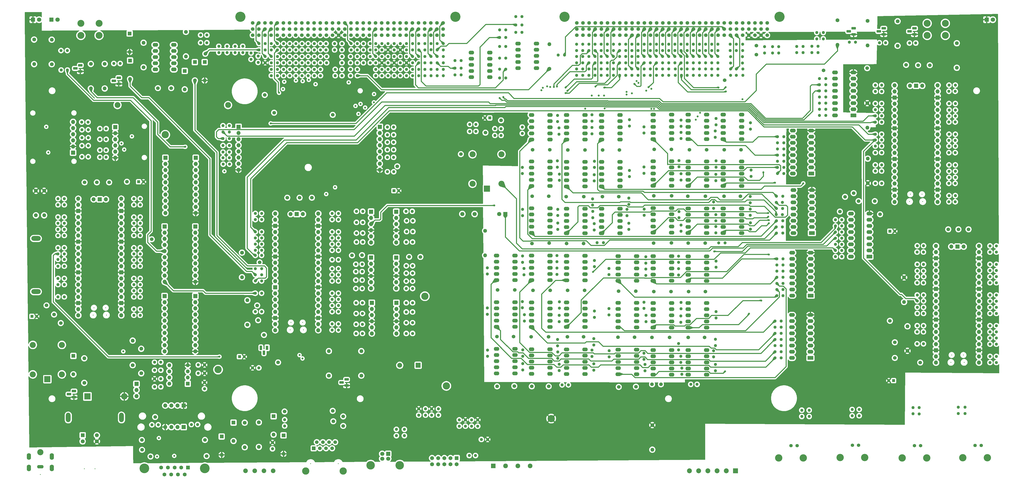
<source format=gbr>
%TF.GenerationSoftware,KiCad,Pcbnew,7.0.5*%
%TF.CreationDate,2024-10-26T20:20:06-04:00*%
%TF.ProjectId,Interconnect,496e7465-7263-46f6-9e6e-6563742e6b69,1.1*%
%TF.SameCoordinates,Original*%
%TF.FileFunction,Copper,L3,Inr*%
%TF.FilePolarity,Positive*%
%FSLAX46Y46*%
G04 Gerber Fmt 4.6, Leading zero omitted, Abs format (unit mm)*
G04 Created by KiCad (PCBNEW 7.0.5) date 2024-10-26 20:20:06*
%MOMM*%
%LPD*%
G01*
G04 APERTURE LIST*
G04 Aperture macros list*
%AMRoundRect*
0 Rectangle with rounded corners*
0 $1 Rounding radius*
0 $2 $3 $4 $5 $6 $7 $8 $9 X,Y pos of 4 corners*
0 Add a 4 corners polygon primitive as box body*
4,1,4,$2,$3,$4,$5,$6,$7,$8,$9,$2,$3,0*
0 Add four circle primitives for the rounded corners*
1,1,$1+$1,$2,$3*
1,1,$1+$1,$4,$5*
1,1,$1+$1,$6,$7*
1,1,$1+$1,$8,$9*
0 Add four rect primitives between the rounded corners*
20,1,$1+$1,$2,$3,$4,$5,0*
20,1,$1+$1,$4,$5,$6,$7,0*
20,1,$1+$1,$6,$7,$8,$9,0*
20,1,$1+$1,$8,$9,$2,$3,0*%
G04 Aperture macros list end*
%TA.AperFunction,ComponentPad*%
%ADD10C,1.300000*%
%TD*%
%TA.AperFunction,ComponentPad*%
%ADD11R,1.650000X1.650000*%
%TD*%
%TA.AperFunction,ComponentPad*%
%ADD12C,1.650000*%
%TD*%
%TA.AperFunction,ComponentPad*%
%ADD13C,1.500000*%
%TD*%
%TA.AperFunction,ComponentPad*%
%ADD14C,2.400000*%
%TD*%
%TA.AperFunction,ComponentPad*%
%ADD15O,2.400000X2.400000*%
%TD*%
%TA.AperFunction,ComponentPad*%
%ADD16R,2.400000X1.600000*%
%TD*%
%TA.AperFunction,ComponentPad*%
%ADD17O,2.400000X1.600000*%
%TD*%
%TA.AperFunction,ComponentPad*%
%ADD18C,1.600000*%
%TD*%
%TA.AperFunction,ComponentPad*%
%ADD19O,1.600000X1.600000*%
%TD*%
%TA.AperFunction,ComponentPad*%
%ADD20O,2.300000X1.600000*%
%TD*%
%TA.AperFunction,ComponentPad*%
%ADD21R,1.700000X1.700000*%
%TD*%
%TA.AperFunction,ComponentPad*%
%ADD22O,1.700000X1.700000*%
%TD*%
%TA.AperFunction,ComponentPad*%
%ADD23R,1.800000X1.100000*%
%TD*%
%TA.AperFunction,ComponentPad*%
%ADD24RoundRect,0.275000X0.625000X-0.275000X0.625000X0.275000X-0.625000X0.275000X-0.625000X-0.275000X0*%
%TD*%
%TA.AperFunction,ComponentPad*%
%ADD25R,2.025000X2.025000*%
%TD*%
%TA.AperFunction,ComponentPad*%
%ADD26C,2.025000*%
%TD*%
%TA.AperFunction,ComponentPad*%
%ADD27R,1.600000X1.600000*%
%TD*%
%TA.AperFunction,ComponentPad*%
%ADD28C,3.000000*%
%TD*%
%TA.AperFunction,ComponentPad*%
%ADD29R,1.200000X1.200000*%
%TD*%
%TA.AperFunction,ComponentPad*%
%ADD30C,1.200000*%
%TD*%
%TA.AperFunction,ComponentPad*%
%ADD31C,4.200000*%
%TD*%
%TA.AperFunction,ComponentPad*%
%ADD32R,1.500000X1.500000*%
%TD*%
%TA.AperFunction,ComponentPad*%
%ADD33R,2.500000X2.500000*%
%TD*%
%TA.AperFunction,ComponentPad*%
%ADD34O,2.500000X2.500000*%
%TD*%
%TA.AperFunction,ComponentPad*%
%ADD35C,4.000000*%
%TD*%
%TA.AperFunction,ComponentPad*%
%ADD36C,1.905000*%
%TD*%
%TA.AperFunction,ComponentPad*%
%ADD37C,1.700000*%
%TD*%
%TA.AperFunction,ComponentPad*%
%ADD38C,3.500000*%
%TD*%
%TA.AperFunction,ComponentPad*%
%ADD39O,3.900000X1.950000*%
%TD*%
%TA.AperFunction,ComponentPad*%
%ADD40C,1.398000*%
%TD*%
%TA.AperFunction,ComponentPad*%
%ADD41C,3.015000*%
%TD*%
%TA.AperFunction,ComponentPad*%
%ADD42R,1.800000X1.800000*%
%TD*%
%TA.AperFunction,ComponentPad*%
%ADD43C,1.800000*%
%TD*%
%TA.AperFunction,ComponentPad*%
%ADD44R,2.600000X2.600000*%
%TD*%
%TA.AperFunction,ComponentPad*%
%ADD45O,2.600000X2.600000*%
%TD*%
%TA.AperFunction,ComponentPad*%
%ADD46C,2.850000*%
%TD*%
%TA.AperFunction,ComponentPad*%
%ADD47C,2.550000*%
%TD*%
%TA.AperFunction,ComponentPad*%
%ADD48O,2.700002X1.400000*%
%TD*%
%TA.AperFunction,ComponentPad*%
%ADD49O,1.750000X2.750000*%
%TD*%
%TA.AperFunction,ComponentPad*%
%ADD50R,1.950000X1.950000*%
%TD*%
%TA.AperFunction,ComponentPad*%
%ADD51C,1.950000*%
%TD*%
%TA.AperFunction,ComponentPad*%
%ADD52R,1.725000X1.725000*%
%TD*%
%TA.AperFunction,ComponentPad*%
%ADD53C,1.725000*%
%TD*%
%TA.AperFunction,ComponentPad*%
%ADD54O,1.950000X3.900000*%
%TD*%
%TA.AperFunction,ComponentPad*%
%ADD55R,2.000000X2.000000*%
%TD*%
%TA.AperFunction,ComponentPad*%
%ADD56C,2.000000*%
%TD*%
%TA.AperFunction,ComponentPad*%
%ADD57R,1.100000X1.800000*%
%TD*%
%TA.AperFunction,ComponentPad*%
%ADD58RoundRect,0.275000X0.275000X0.625000X-0.275000X0.625000X-0.275000X-0.625000X0.275000X-0.625000X0*%
%TD*%
%TA.AperFunction,ViaPad*%
%ADD59C,0.800000*%
%TD*%
%TA.AperFunction,Conductor*%
%ADD60C,0.600000*%
%TD*%
%TA.AperFunction,Conductor*%
%ADD61C,0.400000*%
%TD*%
%ADD62C,0.350000*%
%ADD63O,2.005555X0.800000*%
%ADD64O,1.000000X2.000000*%
G04 APERTURE END LIST*
D10*
%TO.N,PR0_2*%
%TO.C,NT150*%
X122919000Y166536865D03*
%TO.N,Net-(J1-PadC12)*%
X122919000Y169136865D03*
%TD*%
D11*
%TO.N,Net-(J26-Pad1)*%
%TO.C,J26*%
X179240000Y8282500D03*
D12*
%TO.N,Net-(J26-Pad2)*%
X179240000Y5742500D03*
%TO.N,Net-(J26-Pad3)*%
X176700000Y8282500D03*
%TO.N,Net-(J26-Pad4)*%
X176700000Y5742500D03*
%TO.N,Net-(J26-Pad5)*%
X174160000Y8282500D03*
%TO.N,Net-(J26-Pad6)*%
X174160000Y5742500D03*
%TO.N,Net-(J26-Pad7)*%
X171620000Y8282500D03*
%TO.N,Net-(J26-Pad8)*%
X171620000Y5742500D03*
%TO.N,Net-(J26-Pad9)*%
X169080000Y8282500D03*
%TO.N,Net-(J26-Pad10)*%
X169080000Y5742500D03*
%TD*%
D10*
%TO.N,Net-(J2-PadA20)*%
%TO.C,NT125*%
X277097000Y179550865D03*
%TO.N,B40_L*%
X277097000Y176950865D03*
%TD*%
%TO.N,B36_D*%
%TO.C,NT346*%
X369680000Y96160200D03*
%TO.N,Net-(U3-GPIO16)*%
X372280000Y96160200D03*
%TD*%
%TO.N,Net-(U18-O5)*%
%TO.C,NT523*%
X314480000Y136213865D03*
%TO.N,B44_R*%
X311880000Y136213865D03*
%TD*%
%TO.N,Net-(J2-PadC9)*%
%TO.C,NT144*%
X249157000Y169263865D03*
%TO.N,B25_H*%
X249157000Y166663865D03*
%TD*%
%TO.N,SSR1_POS*%
%TO.C,NT208*%
X161019000Y166536865D03*
%TO.N,Net-(J1-PadC27)*%
X161019000Y169136865D03*
%TD*%
D13*
%TO.N,Net-(U3-VBUS)*%
%TO.C,TP41*%
X370929200Y47824000D03*
%TD*%
D10*
%TO.N,JTAG_TDI*%
%TO.C,NT75*%
X155939000Y171870865D03*
%TO.N,Net-(J1-PadB25)*%
X155939000Y174470865D03*
%TD*%
%TO.N,SPI0_CLK*%
%TO.C,NT237*%
X130330744Y68874121D03*
%TO.N,Net-(U1-GPIO2)*%
X127730744Y68874121D03*
%TD*%
%TO.N,Net-(U2-ADC_VREF)*%
%TO.C,NT246*%
X17001000Y80088865D03*
%TO.N,Net-(NT246-Pad2)*%
X14401000Y80088865D03*
%TD*%
D14*
%TO.N,PWR_RES_H*%
%TO.C,R29*%
X38990000Y154360000D03*
D15*
%TO.N,PWR_RES_L*%
X84710000Y154360000D03*
%TD*%
D10*
%TO.N,B41_D*%
%TO.C,NT331*%
X385432600Y149830400D03*
%TO.N,Net-(U4-GPIO11)*%
X382832600Y149830400D03*
%TD*%
D13*
%TO.N,Net-(NT238-Pad2)*%
%TO.C,TP28*%
X97153744Y65318121D03*
%TD*%
D16*
%TO.N,B27_D*%
%TO.C,U14*%
X343279000Y150071865D03*
D17*
%TO.N,B2S_D*%
X343279000Y152611865D03*
%TO.N,B47_D*%
X343279000Y155151865D03*
%TO.N,B4S_D*%
X343279000Y157691865D03*
%TO.N,LPR2*%
X343279000Y160231865D03*
%TO.N,LPR1*%
X343279000Y162771865D03*
%TO.N,Net-(U14-I7)*%
X343279000Y165311865D03*
%TO.N,GND*%
X343279000Y167851865D03*
%TO.N,VCC*%
X335659000Y167851865D03*
%TO.N,Net-(U14-O7)*%
X335659000Y165311865D03*
%TO.N,Net-(U14-O6)*%
X335659000Y162771865D03*
%TO.N,Net-(U14-O5)*%
X335659000Y160231865D03*
%TO.N,Net-(U14-O4)*%
X335659000Y157691865D03*
%TO.N,Net-(U14-O3)*%
X335659000Y155151865D03*
%TO.N,Net-(U14-O2)*%
X335659000Y152611865D03*
%TO.N,Net-(U14-O1)*%
X335659000Y150071865D03*
%TD*%
D10*
%TO.N,/Relay_Bank2/BANK2_BUS_H*%
%TO.C,NT353*%
X235187000Y150310865D03*
%TO.N,/Relay_Bank2/B23_CL*%
X235187000Y147710865D03*
%TD*%
%TO.N,Net-(J2-PadC10)*%
%TO.C,NT147*%
X251697000Y169263865D03*
%TO.N,B25_L*%
X251697000Y166663865D03*
%TD*%
%TO.N,K1_LP_NC1*%
%TO.C,NT157*%
X166099000Y177204865D03*
%TO.N,Net-(J1-PadA29)*%
X166099000Y179804865D03*
%TD*%
D18*
%TO.N,Net-(Q22-B)*%
%TO.C,R35*%
X361552000Y189045865D03*
D19*
%TO.N,S2_IO28*%
X361552000Y178885865D03*
%TD*%
D10*
%TO.N,Net-(J2-PadA18)*%
%TO.C,NT117*%
X272015587Y179550865D03*
%TO.N,B36_L*%
X272015587Y176950865D03*
%TD*%
D20*
%TO.N,VCC*%
%TO.C,K25*%
X217788000Y120835105D03*
%TO.N,Net-(K25-Pad2)*%
X217788000Y123375105D03*
%TO.N,/Relay_Bank2/B21_CL*%
X217788000Y125915105D03*
%TO.N,B21_L*%
X217788000Y128455105D03*
%TO.N,N/C*%
X217788000Y130995105D03*
X210168000Y130995105D03*
%TO.N,B21_H*%
X210168000Y128455105D03*
%TO.N,/Relay_Bank2/B21_CH*%
X210168000Y125915105D03*
%TO.N,Net-(K25-Pad9)*%
X210168000Y123375105D03*
%TO.N,B21_R*%
X210168000Y120835105D03*
%TD*%
D10*
%TO.N,Net-(K20-Pad4)*%
%TO.C,NT406*%
X206261000Y190950865D03*
%TO.N,K1_LP_NO2*%
X203661000Y190950865D03*
%TD*%
D20*
%TO.N,VCC*%
%TO.C,K38*%
X268103300Y42830105D03*
%TO.N,Net-(K38-Pad2)*%
X268103300Y45370105D03*
%TO.N,/Relay_Bank3/B35_CL*%
X268103300Y47910105D03*
%TO.N,B35_L*%
X268103300Y50450105D03*
%TO.N,N/C*%
X268103300Y52990105D03*
X260483300Y52990105D03*
%TO.N,B35_H*%
X260483300Y50450105D03*
%TO.N,/Relay_Bank3/B35_CH*%
X260483300Y47910105D03*
%TO.N,Net-(K38-Pad9)*%
X260483300Y45370105D03*
%TO.N,B35_R*%
X260483300Y42830105D03*
%TD*%
D21*
%TO.N,/i2c_device/DAC_V*%
%TO.C,J31*%
X38083000Y145230865D03*
D22*
%TO.N,GND*%
X38083000Y142690865D03*
%TO.N,/i2c_device/DAC_SCL*%
X38083000Y140150865D03*
%TO.N,/i2c_device/DAC_SDA*%
X38083000Y137610865D03*
%TO.N,/i2c_device/DAC_VCC*%
X38083000Y135070865D03*
%TO.N,GND*%
X38083000Y132530865D03*
%TD*%
D21*
%TO.N,Net-(J32-Pin_1)*%
%TO.C,J32*%
X89010000Y145360000D03*
D22*
%TO.N,Net-(J32-Pin_2)*%
X89010000Y142820000D03*
%TO.N,Net-(J32-Pin_3)*%
X89010000Y140280000D03*
%TO.N,Net-(J32-Pin_4)*%
X89010000Y137740000D03*
%TO.N,Net-(J32-Pin_5)*%
X89010000Y135200000D03*
%TO.N,Net-(J32-Pin_6)*%
X89010000Y132660000D03*
%TO.N,Net-(J32-Pin_7)*%
X89010000Y130120000D03*
%TO.N,GND*%
X89010000Y127580000D03*
%TD*%
D10*
%TO.N,Net-(J2-PadB3)*%
%TO.C,NT182*%
X233940190Y174440865D03*
%TO.N,B14_H*%
X233940190Y171840865D03*
%TD*%
D20*
%TO.N,VCC*%
%TO.C,K29*%
X232266000Y101350385D03*
%TO.N,Net-(K29-Pad2)*%
X232266000Y103890385D03*
%TO.N,/Relay_Bank2/B25_CL*%
X232266000Y106430385D03*
%TO.N,B25_L*%
X232266000Y108970385D03*
%TO.N,N/C*%
X232266000Y111510385D03*
X224646000Y111510385D03*
%TO.N,B25_H*%
X224646000Y108970385D03*
%TO.N,/Relay_Bank2/B25_CH*%
X224646000Y106430385D03*
%TO.N,Net-(K29-Pad9)*%
X224646000Y103890385D03*
%TO.N,B25_R*%
X224646000Y101350385D03*
%TD*%
D10*
%TO.N,P1_1*%
%TO.C,NT273*%
X48370000Y102948865D03*
%TO.N,Net-(U2-GPIO11)*%
X45770000Y102948865D03*
%TD*%
%TO.N,P1_0*%
%TO.C,NT269*%
X48370000Y100399865D03*
%TO.N,Net-(U2-GPIO10)*%
X45770000Y100399865D03*
%TD*%
%TO.N,/Relay_Bank1/BANK1_BUS_H*%
%TO.C,NT14*%
X221598000Y44484865D03*
%TO.N,/Relay_Bank1/B15_CL*%
X221598000Y47084865D03*
%TD*%
%TO.N,PS1_OUT_HI1*%
%TO.C,NT193*%
X150859000Y166536865D03*
%TO.N,Net-(J1-PadC23)*%
X150859000Y169136865D03*
%TD*%
%TO.N,AWG+*%
%TO.C,NT450*%
X321941000Y28111000D03*
%TO.N,Net-(J21-In)*%
X321941000Y25511000D03*
%TD*%
%TO.N,UART0-CTS*%
%TO.C,NT283*%
X130330744Y106974121D03*
%TO.N,Net-(U1-GPIO14)*%
X127730744Y106974121D03*
%TD*%
%TO.N,Net-(NT424-Pad1)*%
%TO.C,NT424*%
X137547278Y88491120D03*
%TO.N,/Communication/M3_LV1*%
X140147278Y88491120D03*
%TD*%
%TO.N,B10_D*%
%TO.C,NT291*%
X402379000Y47824000D03*
%TO.N,Net-(U3-GPIO0)*%
X399779000Y47824000D03*
%TD*%
D13*
%TO.N,Net-(K37-Pad9)*%
%TO.C,TP119*%
X260028200Y58185065D03*
%TD*%
D18*
%TO.N,GND*%
%TO.C,R1*%
X365646000Y52650000D03*
D19*
%TO.N,/Pico_master/S2_I2C_ID1*%
X365646000Y62810000D03*
%TD*%
D13*
%TO.N,Net-(K19-Pad2)*%
%TO.C,TP72*%
X61210000Y161380000D03*
%TD*%
D10*
%TO.N,UART0-CTS*%
%TO.C,NT440*%
X137801278Y105827609D03*
%TO.N,/Communication/M2_LV2*%
X140401278Y105827609D03*
%TD*%
%TO.N,Net-(J2-PadA3)*%
%TO.C,NT58*%
X233894422Y179550865D03*
%TO.N,B13_H*%
X233894422Y176950865D03*
%TD*%
%TO.N,Net-(J2-PadA8)*%
%TO.C,NT80*%
X246601477Y179550865D03*
%TO.N,B20_L*%
X246601477Y176950865D03*
%TD*%
D23*
%TO.N,GND*%
%TO.C,Q1*%
X23620000Y168280000D03*
D24*
%TO.N,Net-(Q1-B)*%
X21550000Y169550000D03*
%TO.N,Net-(Q1-C)*%
X23620000Y170820000D03*
%TD*%
D10*
%TO.N,/Relay_Bank1/BANK1_BUS_H*%
%TO.C,NT7*%
X206597000Y47338865D03*
%TO.N,/Relay_Bank1/B12_CL*%
X206597000Y44738865D03*
%TD*%
D25*
%TO.N,DVM_I*%
%TO.C,J20*%
X294510000Y3000000D03*
D26*
%TO.N,DVM_H*%
X290700000Y3000000D03*
%TO.N,DVM_L*%
X286890000Y3000000D03*
%TO.N,DVM_TRIG*%
X283080000Y3000000D03*
%TO.N,DVM_SENSE_H*%
X279270000Y3000000D03*
%TO.N,DVM_SENSE_L*%
X275460000Y3000000D03*
%TD*%
D10*
%TO.N,K3_HP_C2*%
%TO.C,NT405*%
X184611000Y146373865D03*
%TO.N,Net-(K21-Pad1)*%
X187211000Y146373865D03*
%TD*%
D18*
%TO.N,1WIRE*%
%TO.C,R15*%
X217560000Y169400000D03*
D19*
%TO.N,MSR_3V3*%
X217560000Y179560000D03*
%TD*%
D10*
%TO.N,GND*%
%TO.C,NT180*%
X100059000Y171870865D03*
%TO.N,Net-(J1-PadB3)*%
X100059000Y174470865D03*
%TD*%
D13*
%TO.N,Net-(K34-Pad2)*%
%TO.C,TP116*%
X252789200Y58317545D03*
%TD*%
D10*
%TO.N,DAC_VOUT*%
%TO.C,NT184*%
X102599000Y171870865D03*
%TO.N,Net-(J1-PadB4)*%
X102599000Y174470865D03*
%TD*%
%TO.N,Net-(J2-PadB20)*%
%TO.C,NT59*%
X277101405Y174440865D03*
%TO.N,B41_L*%
X277101405Y171840865D03*
%TD*%
%TO.N,CMOD_6*%
%TO.C,NT98*%
X128761000Y177204865D03*
%TO.N,Net-(J1-PadA14)*%
X128761000Y179804865D03*
%TD*%
%TO.N,DAC_VOUT*%
%TO.C,NT476*%
X31703000Y144611865D03*
%TO.N,/i2c_device/DAC_V*%
X34303000Y144611865D03*
%TD*%
D18*
%TO.N,Net-(Q1-B)*%
%TO.C,R2*%
X27960000Y171390000D03*
D19*
%TO.N,ERROR_LED*%
X27960000Y161230000D03*
%TD*%
D13*
%TO.N,Net-(K2-Pad9)*%
%TO.C,TP2*%
X195918600Y58596945D03*
%TD*%
D10*
%TO.N,Net-(NT115-Pad1)*%
%TO.C,NT115*%
X97138000Y171997865D03*
%TO.N,Net-(J1-PadC3)*%
X97138000Y174597865D03*
%TD*%
%TO.N,Net-(U3-ADC_VREF)*%
%TO.C,NT302*%
X372229200Y60524000D03*
%TO.N,Net-(NT302-Pad2)*%
X369629200Y60524000D03*
%TD*%
%TO.N,Net-(U12-VCC)*%
%TO.C,NT535*%
X56909000Y37788865D03*
%TO.N,MSR_3V3*%
X54309000Y37788865D03*
%TD*%
D27*
%TO.N,VCC*%
%TO.C,D23*%
X66785000Y168474000D03*
D19*
%TO.N,Net-(D23-A)*%
X66785000Y160854000D03*
%TD*%
D10*
%TO.N,Net-(U18-O7)*%
%TO.C,NT525*%
X314480000Y141293865D03*
%TO.N,B46_R*%
X311880000Y141293865D03*
%TD*%
%TO.N,LPR1*%
%TO.C,NT317*%
X402379000Y73224000D03*
%TO.N,Net-(U3-GPIO8)*%
X399779000Y73224000D03*
%TD*%
D23*
%TO.N,GND*%
%TO.C,Q24*%
X355835000Y183584865D03*
D24*
%TO.N,Net-(Q24-B)*%
X353765000Y184854865D03*
%TO.N,Net-(Q24-C)*%
X355835000Y186124865D03*
%TD*%
D10*
%TO.N,K2_LP_NO2*%
%TO.C,NT91*%
X166099000Y171870865D03*
%TO.N,Net-(J1-PadB29)*%
X166099000Y174470865D03*
%TD*%
%TO.N,B17_D*%
%TO.C,NT313*%
X402379000Y70684000D03*
%TO.N,Net-(U3-GPIO7)*%
X399779000Y70684000D03*
%TD*%
%TO.N,Net-(NT176-Pad1)*%
%TO.C,NT176*%
X94217000Y173267865D03*
%TO.N,Net-(J1-PadB2)*%
X94217000Y175867865D03*
%TD*%
%TO.N,Net-(U13-O1)*%
%TO.C,NT390*%
X313449000Y49726865D03*
%TO.N,B10_R*%
X310849000Y49726865D03*
%TD*%
%TO.N,M1_IO1*%
%TO.C,NT235*%
X130330744Y63794121D03*
%TO.N,Net-(U1-GPIO1)*%
X127730744Y63794121D03*
%TD*%
%TO.N,B46_D*%
%TO.C,NT348*%
X352352600Y162632000D03*
%TO.N,Net-(U4-GPIO16)*%
X354952600Y162632000D03*
%TD*%
%TO.N,Net-(J2-PadA7)*%
%TO.C,NT76*%
X244060066Y179550865D03*
%TO.N,B20_H*%
X244060066Y176950865D03*
%TD*%
D13*
%TO.N,Net-(TP39-Pad1)*%
%TO.C,TP39*%
X114283000Y116020865D03*
%TD*%
%TO.N,Net-(K31-Pad9)*%
%TO.C,TP106*%
X239505000Y116503465D03*
%TD*%
D10*
%TO.N,Net-(D23-A)*%
%TO.C,NT398*%
X40090000Y171550000D03*
%TO.N,Net-(Q3-C)*%
X37490000Y171550000D03*
%TD*%
%TO.N,S1_IO28*%
%TO.C,NT250*%
X14401000Y82619865D03*
%TO.N,Net-(U2-GPIO28_ADC2)*%
X17001000Y82619865D03*
%TD*%
D13*
%TO.N,Net-(K13-Pad2)*%
%TO.C,TP62*%
X282608800Y135878585D03*
%TD*%
D18*
%TO.N,GND*%
%TO.C,R16*%
X349040000Y155160000D03*
D19*
%TO.N,/Pico_master/S3_I2C_ID0*%
X349040000Y145000000D03*
%TD*%
D13*
%TO.N,Net-(U3-SWDIO)*%
%TO.C,TP49*%
X382507000Y102942000D03*
%TD*%
D10*
%TO.N,Net-(NT429-Pad1)*%
%TO.C,NT429*%
X161005278Y84808120D03*
%TO.N,/Communication/M3_HV2*%
X158405278Y84808120D03*
%TD*%
D28*
%TO.N,VCC*%
%TO.C,TP86*%
X174963600Y38146600D03*
%TD*%
D10*
%TO.N,K1_LP_C1*%
%TO.C,NT153*%
X163559000Y177204865D03*
%TO.N,Net-(J1-PadA28)*%
X163559000Y179804865D03*
%TD*%
D13*
%TO.N,Net-(NT240-Pad2)*%
%TO.C,TP29*%
X12759200Y67686800D03*
%TD*%
D10*
%TO.N,/Relay_Bank2/BANK2_BUS_L*%
%TO.C,NT47*%
X206485000Y111194865D03*
%TO.N,/Relay_Bank2/B22_CH*%
X206485000Y108594865D03*
%TD*%
D18*
%TO.N,Net-(U12-SDA)*%
%TO.C,R8*%
X45270000Y46730000D03*
D19*
%TO.N,MSR_3V3*%
X45270000Y56890000D03*
%TD*%
D10*
%TO.N,PFLAG*%
%TO.C,NT207*%
X117839000Y171870865D03*
%TO.N,Net-(J1-PadB10)*%
X117839000Y174470865D03*
%TD*%
D13*
%TO.N,Net-(K6-Pad9)*%
%TO.C,TP10*%
X210295000Y37968105D03*
%TD*%
D10*
%TO.N,GND*%
%TO.C,NT529*%
X187943000Y24102865D03*
%TO.N,Net-(J26-Pad2)*%
X187943000Y21502865D03*
%TD*%
%TO.N,Net-(U16-O3)*%
%TO.C,NT503*%
X314069000Y106480865D03*
%TO.N,B22_R*%
X311469000Y106480865D03*
%TD*%
%TO.N,Net-(J2-PadA11)*%
%TO.C,NT89*%
X254225710Y179550865D03*
%TO.N,B26_H*%
X254225710Y176950865D03*
%TD*%
%TO.N,B13_D*%
%TO.C,NT299*%
X402379000Y57984000D03*
%TO.N,Net-(U3-GPIO3)*%
X399779000Y57984000D03*
%TD*%
D20*
%TO.N,VCC*%
%TO.C,K14*%
X282566300Y120841385D03*
%TO.N,Net-(K14-Pad2)*%
X282566300Y123381385D03*
%TO.N,/Relay_Bank4/B44_CL*%
X282566300Y125921385D03*
%TO.N,B44_L*%
X282566300Y128461385D03*
%TO.N,N/C*%
X282566300Y131001385D03*
X274946300Y131001385D03*
%TO.N,B44_H*%
X274946300Y128461385D03*
%TO.N,/Relay_Bank4/B44_CH*%
X274946300Y125921385D03*
%TO.N,Net-(K14-Pad9)*%
X274946300Y123381385D03*
%TO.N,B44_R*%
X274946300Y120841385D03*
%TD*%
D13*
%TO.N,Net-(K21-Pad4)*%
%TO.C,TP75*%
X180958000Y134054865D03*
%TD*%
D29*
%TO.N,MSR_3V3*%
%TO.C,C19*%
X89430401Y50234865D03*
D30*
%TO.N,GND*%
X91430401Y50234865D03*
%TD*%
D13*
%TO.N,Net-(K12-Pad9)*%
%TO.C,TP57*%
X260637800Y97230345D03*
%TD*%
D10*
%TO.N,I2C1_SCL*%
%TO.C,NT255*%
X130330744Y84114121D03*
%TO.N,Net-(U1-GPIO7)*%
X127730744Y84114121D03*
%TD*%
D18*
%TO.N,ADC1*%
%TO.C,R28*%
X67290000Y184650000D03*
D19*
%TO.N,Net-(K19-Pad3)*%
X67290000Y174490000D03*
%TD*%
D13*
%TO.N,Net-(K27-Pad2)*%
%TO.C,TP102*%
X232316800Y135739825D03*
%TD*%
D10*
%TO.N,SPI0_TX*%
%TO.C,NT430*%
X137671278Y63662120D03*
%TO.N,/Communication/M1_LV3*%
X140271278Y63662120D03*
%TD*%
%TO.N,Net-(J2-PadB28)*%
%TO.C,NT92*%
X297417000Y174343865D03*
%TO.N,DVM_TRIG*%
X297417000Y171743865D03*
%TD*%
%TO.N,Net-(J2-PadA16)*%
%TO.C,NT109*%
X266932765Y179550865D03*
%TO.N,B33_L*%
X266932765Y176950865D03*
%TD*%
%TO.N,Net-(K41-Pad2)*%
%TO.C,NT389*%
X286256000Y47025585D03*
%TO.N,/Relay_Bank3/BANK3_BUS_L*%
X286256000Y44425585D03*
%TD*%
D13*
%TO.N,Net-(NT260-Pad2)*%
%TO.C,TP34*%
X97743000Y89290865D03*
%TD*%
D10*
%TO.N,/Relay_Bank4/BANK4_BUS_L*%
%TO.C,NT31*%
X271128000Y131399625D03*
%TO.N,/Relay_Bank4/B44_CH*%
X271128000Y128799625D03*
%TD*%
%TO.N,/Relay_Bank1/BANK1_BUS_H*%
%TO.C,NT15*%
X236203000Y90073585D03*
%TO.N,/Relay_Bank1/B16_CL*%
X236203000Y87473585D03*
%TD*%
%TO.N,SCOPE_CH2+*%
%TO.C,NT170*%
X326097830Y176061865D03*
%TO.N,/Front_connector/SH2+*%
X326097830Y178661865D03*
%TD*%
D13*
%TO.N,Net-(U4-SWDIO)*%
%TO.C,TP50*%
X365082600Y170988600D03*
%TD*%
D10*
%TO.N,B23_D*%
%TO.C,NT300*%
X385432600Y124430400D03*
%TO.N,Net-(U4-GPIO3)*%
X382832600Y124430400D03*
%TD*%
D27*
%TO.N,M1_IO0*%
%TO.C,D33*%
X107660000Y17680000D03*
D19*
%TO.N,GND*%
X107660000Y10060000D03*
%TD*%
D10*
%TO.N,UART0-TX*%
%TO.C,NT444*%
X137801278Y97699609D03*
%TO.N,/Communication/M2_LV4*%
X140401278Y97699609D03*
%TD*%
%TO.N,Net-(J2-PadA17)*%
%TO.C,NT113*%
X269474176Y179550865D03*
%TO.N,B36_H*%
X269474176Y176950865D03*
%TD*%
D13*
%TO.N,Net-(U1-ADC_VREF)*%
%TO.C,TP32*%
X105390000Y47860000D03*
%TD*%
D10*
%TO.N,K1_LP_NC2*%
%TO.C,NT168*%
X173719000Y177204865D03*
%TO.N,Net-(J1-PadA32)*%
X173719000Y179804865D03*
%TD*%
D13*
%TO.N,Net-(J2-PadA1)*%
%TO.C,J2*%
X228887800Y188334665D03*
%TO.N,Net-(J2-PadA2)*%
X231427800Y188334665D03*
%TO.N,Net-(J2-PadA3)*%
X233967800Y188334665D03*
%TO.N,Net-(J2-PadA4)*%
X236507800Y188334665D03*
%TO.N,Net-(J2-PadA5)*%
X239047800Y188334665D03*
%TO.N,Net-(J2-PadA6)*%
X241587800Y188334665D03*
%TO.N,Net-(J2-PadA7)*%
X244127800Y188334665D03*
%TO.N,Net-(J2-PadA8)*%
X246667800Y188334665D03*
%TO.N,Net-(J2-PadA9)*%
X249207800Y188334665D03*
%TO.N,Net-(J2-PadA10)*%
X251747800Y188334665D03*
%TO.N,Net-(J2-PadA11)*%
X254287800Y188334665D03*
%TO.N,Net-(J2-PadA12)*%
X256827800Y188334665D03*
%TO.N,Net-(J2-PadA13)*%
X259367800Y188334665D03*
%TO.N,Net-(J2-PadA14)*%
X261907800Y188334665D03*
%TO.N,Net-(J2-PadA15)*%
X264447800Y188334665D03*
%TO.N,Net-(J2-PadA16)*%
X266987800Y188334665D03*
%TO.N,Net-(J2-PadA17)*%
X269527800Y188334665D03*
%TO.N,Net-(J2-PadA18)*%
X272067800Y188334665D03*
%TO.N,Net-(J2-PadA19)*%
X274607800Y188334665D03*
%TO.N,Net-(J2-PadA20)*%
X277147800Y188334665D03*
%TO.N,Net-(J2-PadA21)*%
X279687800Y188334665D03*
%TO.N,Net-(J2-PadA22)*%
X282227800Y188334665D03*
%TO.N,Net-(J2-PadA23)*%
X284767800Y188334665D03*
%TO.N,Net-(J2-PadA24)*%
X287307800Y188334665D03*
%TO.N,Earth*%
X289847800Y188334665D03*
%TO.N,Net-(J2-PadA26)*%
X292387800Y188334665D03*
%TO.N,Net-(J2-PadA27)*%
X294927800Y188334665D03*
%TO.N,Net-(J2-PadA28)*%
X297467800Y188334665D03*
%TO.N,/Front_connector/SH1+*%
X300007800Y188334665D03*
%TO.N,/Front_connector/SH1-*%
X302547800Y188334665D03*
%TO.N,/Front_connector/SH2+*%
X305087800Y188334665D03*
%TO.N,/Front_connector/SH2-*%
X307627800Y188334665D03*
%TO.N,Net-(J2-PadB1)*%
X228887800Y185794665D03*
%TO.N,Net-(J2-PadB2)*%
X231427800Y185794665D03*
%TO.N,Net-(J2-PadB3)*%
X233967800Y185794665D03*
%TO.N,Net-(J2-PadB4)*%
X236507800Y185794665D03*
%TO.N,Net-(J2-PadB5)*%
X239047800Y185794665D03*
%TO.N,Net-(J2-PadB6)*%
X241587800Y185794665D03*
%TO.N,Net-(J2-PadB7)*%
X244127800Y185794665D03*
%TO.N,Net-(J2-PadB8)*%
X246667800Y185794665D03*
%TO.N,Net-(J2-PadB9)*%
X249207800Y185794665D03*
%TO.N,Net-(J2-PadB10)*%
X251747800Y185794665D03*
%TO.N,Net-(J2-PadB11)*%
X254287800Y185794665D03*
%TO.N,Net-(J2-PadB12)*%
X256827800Y185794665D03*
%TO.N,Net-(J2-PadB13)*%
X259367800Y185794665D03*
%TO.N,Net-(J2-PadB14)*%
X261907800Y185794665D03*
%TO.N,Net-(J2-PadB15)*%
X264447800Y185794665D03*
%TO.N,Net-(J2-PadB16)*%
X266987800Y185794665D03*
%TO.N,Net-(J2-PadB17)*%
X269527800Y185794665D03*
%TO.N,Net-(J2-PadB18)*%
X272067800Y185794665D03*
%TO.N,Net-(J2-PadB19)*%
X274607800Y185794665D03*
%TO.N,Net-(J2-PadB20)*%
X277147800Y185794665D03*
%TO.N,Net-(J2-PadB21)*%
X279687800Y185794665D03*
%TO.N,Net-(J2-PadB22)*%
X282227800Y185794665D03*
%TO.N,Net-(J2-PadB23)*%
X284767800Y185794665D03*
%TO.N,Net-(J2-PadB24)*%
X287307800Y185794665D03*
%TO.N,/Front_connector/1W_J2*%
X289847800Y185794665D03*
%TO.N,Net-(J2-PadB26)*%
X292387800Y185794665D03*
%TO.N,Net-(J2-PadB27)*%
X294927800Y185794665D03*
%TO.N,Net-(J2-PadB28)*%
X297467800Y185794665D03*
%TO.N,/Front_connector/IT+*%
X300007800Y185794665D03*
%TO.N,/Front_connector/IT-*%
X302547800Y185794665D03*
%TO.N,/Front_connector/W+*%
X305087800Y185794665D03*
%TO.N,/Front_connector/W-*%
X307627800Y185794665D03*
%TO.N,Net-(J2-PadC1)*%
X228887800Y183254665D03*
%TO.N,Net-(J2-PadC2)*%
X231427800Y183254665D03*
%TO.N,Net-(J2-PadC3)*%
X233967800Y183254665D03*
%TO.N,Net-(J2-PadC4)*%
X236507800Y183254665D03*
%TO.N,Net-(J2-PadC5)*%
X239047800Y183254665D03*
%TO.N,Net-(J2-PadC6)*%
X241587800Y183254665D03*
%TO.N,Net-(J2-PadC7)*%
X244127800Y183254665D03*
%TO.N,Net-(J2-PadC8)*%
X246667800Y183254665D03*
%TO.N,Net-(J2-PadC9)*%
X249207800Y183254665D03*
%TO.N,Net-(J2-PadC10)*%
X251747800Y183254665D03*
%TO.N,Net-(J2-PadC11)*%
X254287800Y183254665D03*
%TO.N,Net-(J2-PadC12)*%
X256827800Y183254665D03*
%TO.N,Net-(J2-PadC13)*%
X259367800Y183254665D03*
%TO.N,Net-(J2-PadC14)*%
X261907800Y183254665D03*
%TO.N,Net-(J2-PadC15)*%
X264447800Y183254665D03*
%TO.N,Net-(J2-PadC16)*%
X266987800Y183254665D03*
%TO.N,Net-(J2-PadC17)*%
X269527800Y183254665D03*
%TO.N,Net-(J2-PadC18)*%
X272067800Y183254665D03*
%TO.N,Net-(J2-PadC19)*%
X274607800Y183254665D03*
%TO.N,Net-(J2-PadC20)*%
X277147800Y183254665D03*
%TO.N,Net-(J2-PadC21)*%
X279687800Y183254665D03*
%TO.N,Net-(J2-PadC22)*%
X282227800Y183254665D03*
%TO.N,Net-(J2-PadC23)*%
X284767800Y183254665D03*
%TO.N,Net-(J2-PadC24)*%
X287307800Y183254665D03*
%TO.N,Net-(J2-PadC25)*%
X289847800Y183254665D03*
%TO.N,Net-(J2-PadC26)*%
X292387800Y183254665D03*
%TO.N,Net-(J2-PadC27)*%
X294927800Y183254665D03*
%TO.N,Net-(J2-PadC28)*%
X297467800Y183254665D03*
%TO.N,GND*%
X300007800Y183254665D03*
%TO.N,Net-(J2-PadC30)*%
X302547800Y183254665D03*
%TO.N,GND*%
X305087800Y183254665D03*
%TO.N,Net-(J2-PadC32)*%
X307627800Y183254665D03*
D31*
%TO.N,Earth*%
X223807800Y190874665D03*
X312707800Y190874665D03*
%TD*%
D10*
%TO.N,B2_COM_H*%
%TO.C,NT363*%
X235553000Y107770145D03*
%TO.N,Net-(K32-Pad8)*%
X235553000Y110370145D03*
%TD*%
%TO.N,Net-(K18-Pad4)*%
%TO.C,NT42*%
X300592000Y113958865D03*
%TO.N,/Relay_Bank4/BANK4_BUS_H*%
X300592000Y116558865D03*
%TD*%
%TO.N,SPI0_RX*%
%TO.C,NT426*%
X137671278Y68107120D03*
%TO.N,/Communication/M1_LV2*%
X140271278Y68107120D03*
%TD*%
%TO.N,GND*%
%TO.C,NT463*%
X192050000Y16000000D03*
%TO.N,Net-(J26-Pad6)*%
X189450000Y16000000D03*
%TD*%
%TO.N,Net-(J2-PadA5)*%
%TO.C,NT66*%
X238977244Y179550865D03*
%TO.N,B16_H*%
X238977244Y176950865D03*
%TD*%
%TO.N,PR0_4*%
%TO.C,NT90*%
X122919000Y177204865D03*
%TO.N,Net-(J1-PadA12)*%
X122919000Y179804865D03*
%TD*%
%TO.N,Net-(U4-GPIO27_ADC1)*%
%TO.C,NT312*%
X354952600Y134692000D03*
%TO.N,/Pico_master/S3_I2C_ID1*%
X352352600Y134692000D03*
%TD*%
%TO.N,Net-(U13-O4)*%
%TO.C,NT410*%
X313449000Y57346865D03*
%TO.N,B13_R*%
X310849000Y57346865D03*
%TD*%
D20*
%TO.N,VCC*%
%TO.C,K9*%
X232281000Y43028585D03*
%TO.N,Net-(K9-Pad2)*%
X232281000Y45568585D03*
%TO.N,Net-(K9-Pad3)*%
X232281000Y48108585D03*
%TO.N,Net-(K9-Pad4)*%
X232281000Y50648585D03*
%TO.N,N/C*%
X232281000Y53188585D03*
X224661000Y53188585D03*
%TO.N,Net-(K9-Pad7)*%
X224661000Y50648585D03*
%TO.N,Net-(K9-Pad8)*%
X224661000Y48108585D03*
%TO.N,Net-(K9-Pad9)*%
X224661000Y45568585D03*
%TO.N,B1S_R*%
X224661000Y43028585D03*
%TD*%
D10*
%TO.N,Net-(U14-O1)*%
%TO.C,NT391*%
X331864000Y150056865D03*
%TO.N,B27_R*%
X329264000Y150056865D03*
%TD*%
D21*
%TO.N,/Communication/M1_HV1*%
%TO.C,J12*%
X154308278Y72552120D03*
D22*
%TO.N,/Communication/M1_HV2*%
X154308278Y70012120D03*
%TO.N,DIG_PWR_IN*%
X154308278Y67472120D03*
%TO.N,GND*%
X154308278Y64932120D03*
%TO.N,/Communication/M1_HV3*%
X154308278Y62392120D03*
%TO.N,/Communication/M1_HV4*%
X154308278Y59852120D03*
%TD*%
D10*
%TO.N,PS1_OUT_HI2*%
%TO.C,NT196*%
X153399000Y166536865D03*
%TO.N,Net-(J1-PadC24)*%
X153399000Y169136865D03*
%TD*%
%TO.N,I2C1_SDA*%
%TO.C,NT251*%
X130330744Y81574121D03*
%TO.N,Net-(U1-GPIO6)*%
X127730744Y81574121D03*
%TD*%
%TO.N,PS1_IO9*%
%TO.C,NT138*%
X115299000Y166536865D03*
%TO.N,Net-(J1-PadC9)*%
X115299000Y169136865D03*
%TD*%
%TO.N,Net-(U15-O3)*%
%TO.C,NT502*%
X338453000Y96731865D03*
%TO.N,B37_R*%
X335853000Y96731865D03*
%TD*%
%TO.N,Net-(J2-PadA9)*%
%TO.C,NT81*%
X249142888Y179550865D03*
%TO.N,B23_H*%
X249142888Y176950865D03*
%TD*%
D13*
%TO.N,Net-(J28-Pad7)*%
%TO.C,TP84*%
X75823482Y9142000D03*
%TD*%
D10*
%TO.N,Net-(U9-T1IN)*%
%TO.C,NT469*%
X53230000Y22080000D03*
%TO.N,UART1_TX*%
X55830000Y22080000D03*
%TD*%
%TO.N,SCOPE_CH2-*%
%TO.C,NT449*%
X370442000Y29182865D03*
%TO.N,Net-(J19-Ext)*%
X370442000Y26582865D03*
%TD*%
%TO.N,Net-(J2-PadB7)*%
%TO.C,NT202*%
X244095770Y174440865D03*
%TO.N,B21_H*%
X244095770Y171840865D03*
%TD*%
D13*
%TO.N,Net-(U1-SWCLK)*%
%TO.C,TP40*%
X119363000Y116020865D03*
%TD*%
D10*
%TO.N,I2C_SCL*%
%TO.C,NT433*%
X161005278Y81506120D03*
%TO.N,/Communication/M3_HV3*%
X158405278Y81506120D03*
%TD*%
D13*
%TO.N,Net-(K5-Pad9)*%
%TO.C,TP9*%
X210015600Y58464465D03*
%TD*%
D27*
%TO.N,MSR_3V3*%
%TO.C,D32*%
X103536000Y25610000D03*
D19*
%TO.N,M1_IO0*%
X103536000Y17990000D03*
%TD*%
D10*
%TO.N,K3_HP_NO1*%
%TO.C,NT224*%
X171179000Y166536865D03*
%TO.N,Net-(J1-PadC31)*%
X171179000Y169136865D03*
%TD*%
%TO.N,EXT_17*%
%TO.C,NT490*%
X82620000Y137620000D03*
%TO.N,Net-(J32-Pin_4)*%
X85220000Y137620000D03*
%TD*%
D20*
%TO.N,VCC*%
%TO.C,K32*%
X246760600Y101284385D03*
%TO.N,Net-(K32-Pad2)*%
X246760600Y103824385D03*
%TO.N,Net-(K32-Pad3)*%
X246760600Y106364385D03*
%TO.N,Net-(K32-Pad4)*%
X246760600Y108904385D03*
%TO.N,N/C*%
X246760600Y111444385D03*
X239140600Y111444385D03*
%TO.N,Net-(K32-Pad7)*%
X239140600Y108904385D03*
%TO.N,Net-(K32-Pad8)*%
X239140600Y106364385D03*
%TO.N,Net-(K32-Pad9)*%
X239140600Y103824385D03*
%TO.N,B2S_R*%
X239140600Y101284385D03*
%TD*%
D10*
%TO.N,P1_2*%
%TO.C,NT277*%
X48370000Y105488865D03*
%TO.N,Net-(U2-GPIO12)*%
X45770000Y105488865D03*
%TD*%
%TO.N,PR0_1*%
%TO.C,NT94*%
X125205000Y177204865D03*
%TO.N,Net-(J1-PadA13)*%
X125205000Y179804865D03*
%TD*%
D28*
%TO.N,SLV1_3V3*%
%TO.C,TP88*%
X58733200Y142083400D03*
%TD*%
D18*
%TO.N,Net-(D35-A)*%
%TO.C,R6*%
X4510000Y181470000D03*
D19*
%TO.N,PWR_5V*%
X4510000Y171310000D03*
%TD*%
D18*
%TO.N,GND*%
%TO.C,R14*%
X364240000Y83030000D03*
D19*
%TO.N,/Pico_master/S2_I2C_ID0*%
X364240000Y72870000D03*
%TD*%
D10*
%TO.N,Net-(J2-PadB24)*%
%TO.C,NT77*%
X287257000Y174440865D03*
%TO.N,B47_L*%
X287257000Y171840865D03*
%TD*%
%TO.N,CMOD_4*%
%TO.C,NT189*%
X148319000Y166536865D03*
%TO.N,Net-(J1-PadC22)*%
X148319000Y169136865D03*
%TD*%
%TO.N,Net-(U15-O7)*%
%TO.C,NT510*%
X338468000Y106891865D03*
%TO.N,Net-(NT510-Pad2)*%
X335868000Y106891865D03*
%TD*%
%TO.N,P0_4*%
%TO.C,NT245*%
X48370000Y80079865D03*
%TO.N,Net-(U2-GPIO4)*%
X45770000Y80079865D03*
%TD*%
%TO.N,UART1_TX*%
%TO.C,NT259*%
X130330744Y86654121D03*
%TO.N,Net-(U1-GPIO8)*%
X127730744Y86654121D03*
%TD*%
%TO.N,K3_HP_C2*%
%TO.C,NT220*%
X168639000Y166536865D03*
%TO.N,Net-(J1-PadC30)*%
X168639000Y169136865D03*
%TD*%
%TO.N,Net-(J2-PadB15)*%
%TO.C,NT226*%
X264406930Y174440865D03*
%TO.N,B34_H*%
X264406930Y171840865D03*
%TD*%
%TO.N,/Relay_Bank4/BANK4_BUS_H*%
%TO.C,NT28*%
X272017000Y123338625D03*
%TO.N,/Relay_Bank4/B41_CL*%
X272017000Y125938625D03*
%TD*%
%TO.N,UART0-RX*%
%TO.C,NT442*%
X137801278Y101382609D03*
%TO.N,/Communication/M2_LV3*%
X140401278Y101382609D03*
%TD*%
%TO.N,B2S_D*%
%TO.C,NT336*%
X352352600Y152472000D03*
%TO.N,Net-(U4-GPIO19)*%
X354952600Y152472000D03*
%TD*%
%TO.N,AWG-*%
%TO.C,NT451*%
X324989000Y28111000D03*
%TO.N,Net-(J21-Ext)*%
X324989000Y25511000D03*
%TD*%
%TO.N,Net-(J2-PadB2)*%
%TO.C,NT178*%
X231401295Y174440865D03*
%TO.N,B11_L*%
X231401295Y171840865D03*
%TD*%
%TO.N,B14_D*%
%TO.C,NT301*%
X402379000Y60524000D03*
%TO.N,Net-(U3-GPIO4)*%
X399779000Y60524000D03*
%TD*%
%TO.N,PR0_6*%
%TO.C,NT211*%
X120379000Y171870865D03*
%TO.N,Net-(J1-PadB11)*%
X120379000Y174470865D03*
%TD*%
%TO.N,USPI0_CLK*%
%TO.C,NT435*%
X161002278Y59852120D03*
%TO.N,/Communication/M1_HV4*%
X158402278Y59852120D03*
%TD*%
%TO.N,PM1_IO1*%
%TO.C,NT134*%
X112759000Y166536865D03*
%TO.N,Net-(J1-PadC8)*%
X112759000Y169136865D03*
%TD*%
%TO.N,/Relay_Bank3/BANK3_BUS_L*%
%TO.C,NT379*%
X272032000Y72679585D03*
%TO.N,/Relay_Bank3/B37_CH*%
X272032000Y70079585D03*
%TD*%
D32*
%TO.N,ETH_TX+*%
%TO.C,J24*%
X120125000Y12339000D03*
D13*
%TO.N,ETH_TX-*%
X121395000Y14879000D03*
%TO.N,ETH_RX+*%
X122665000Y12339000D03*
%TO.N,Net-(J24-Pad4)*%
X123935000Y14879000D03*
%TO.N,Net-(J24-Pad5)*%
X125205000Y12339000D03*
%TO.N,ETH_RX-*%
X126475000Y14879000D03*
%TO.N,Net-(J24-Pad7)*%
X127745000Y12339000D03*
%TO.N,Net-(J24-Pad8)*%
X129015000Y14879000D03*
D28*
%TO.N,N/C*%
X116800000Y2939000D03*
X132340000Y2939000D03*
%TD*%
D10*
%TO.N,Net-(J2-PadA24)*%
%TO.C,NT143*%
X287257000Y179550865D03*
%TO.N,B46_L*%
X287257000Y176950865D03*
%TD*%
%TO.N,Net-(J2-PadB13)*%
%TO.C,NT222*%
X259317000Y174440865D03*
%TO.N,B31_H*%
X259317000Y171840865D03*
%TD*%
%TO.N,Net-(J2-PadA1)*%
%TO.C,NT50*%
X228811600Y179550865D03*
%TO.N,B10_H*%
X228811600Y176950865D03*
%TD*%
%TO.N,P0_7*%
%TO.C,NT257*%
X48370000Y90239865D03*
%TO.N,Net-(U2-GPIO7)*%
X45770000Y90239865D03*
%TD*%
%TO.N,Net-(K41-Pad9)*%
%TO.C,NT386*%
X278643000Y38790865D03*
%TO.N,/Relay_Bank3/BANK3_BUS_H*%
X276043000Y38790865D03*
%TD*%
D29*
%TO.N,SLV1_3V3*%
%TO.C,C18*%
X47759000Y122624865D03*
D30*
%TO.N,GND*%
X49759000Y122624865D03*
%TD*%
D10*
%TO.N,K2_LP_C2*%
%TO.C,NT417*%
X199560000Y169233865D03*
%TO.N,/OtherRessource/K2C2*%
X196960000Y169233865D03*
%TD*%
%TO.N,GND*%
%TO.C,NT461*%
X182863000Y24102865D03*
%TO.N,Net-(J26-Pad4)*%
X182863000Y21502865D03*
%TD*%
%TO.N,B2_COM_L*%
%TO.C,NT366*%
X249665000Y111189385D03*
%TO.N,Net-(K32-Pad3)*%
X249665000Y108589385D03*
%TD*%
%TO.N,/Relay_Bank4/BANK4_BUS_H*%
%TO.C,NT35*%
X286368000Y123084625D03*
%TO.N,/Relay_Bank4/B44_CL*%
X286368000Y125684625D03*
%TD*%
%TO.N,Net-(U4-GPIO22)*%
%TO.C,NT324*%
X354952600Y142312000D03*
%TO.N,/Pico_master/SYNC*%
X352352600Y142312000D03*
%TD*%
D13*
%TO.N,Net-(NT428-Pad1)*%
%TO.C,TP19*%
X135960000Y92130000D03*
%TD*%
D10*
%TO.N,/Relay_Bank3/BANK3_BUS_L*%
%TO.C,NT378*%
X271016000Y84044105D03*
%TO.N,/Relay_Bank3/B36_CH*%
X271016000Y86644105D03*
%TD*%
%TO.N,Net-(J32-Pin_7)*%
%TO.C,NT455*%
X85300000Y129910000D03*
%TO.N,CMOD_5*%
X82700000Y129910000D03*
%TD*%
%TO.N,DIG_PWR_IN*%
%TO.C,NT123*%
X105139000Y166536865D03*
%TO.N,Net-(J1-PadC5)*%
X105139000Y169136865D03*
%TD*%
%TO.N,B12_D*%
%TO.C,NT295*%
X402379000Y55444000D03*
%TO.N,Net-(U3-GPIO2)*%
X399779000Y55444000D03*
%TD*%
%TO.N,/Relay_Bank3/BANK3_BUS_L*%
%TO.C,NT376*%
X256665000Y72806585D03*
%TO.N,/Relay_Bank3/B34_CH*%
X256665000Y70206585D03*
%TD*%
%TO.N,/Relay_Bank3/BANK3_BUS_H*%
%TO.C,NT383*%
X286510000Y66269585D03*
%TO.N,/Relay_Bank3/B37_CL*%
X286510000Y68869585D03*
%TD*%
%TO.N,/Relay_Bank4/BANK4_BUS_H*%
%TO.C,NT38*%
X300973000Y124862625D03*
%TO.N,/Relay_Bank4/B47_CL*%
X300973000Y127462625D03*
%TD*%
%TO.N,Net-(J2-PadB10)*%
%TO.C,NT213*%
X251712455Y174440865D03*
%TO.N,B24_L*%
X251712455Y171840865D03*
%TD*%
%TO.N,Net-(J2-PadC1)*%
%TO.C,NT112*%
X228837000Y169263865D03*
%TO.N,B12_H*%
X228837000Y166663865D03*
%TD*%
D29*
%TO.N,DIG_PWR_IN*%
%TO.C,C20*%
X153277401Y118920000D03*
D30*
%TO.N,GND*%
X155277401Y118920000D03*
%TD*%
D13*
%TO.N,Net-(K27-Pad9)*%
%TO.C,TP93*%
X225204800Y135739825D03*
%TD*%
D10*
%TO.N,PR0_3*%
%TO.C,NT215*%
X122919000Y171870865D03*
%TO.N,Net-(J1-PadB12)*%
X122919000Y174470865D03*
%TD*%
%TO.N,K3_HP_C1*%
%TO.C,NT401*%
X184611000Y143452865D03*
%TO.N,Net-(K21-Pad1)*%
X187211000Y143452865D03*
%TD*%
%TO.N,PS1_IO8*%
%TO.C,NT82*%
X117839000Y177204865D03*
%TO.N,Net-(J1-PadA10)*%
X117839000Y179804865D03*
%TD*%
D13*
%TO.N,Net-(J2-PadB27)*%
%TO.C,TP127*%
X303132000Y175202865D03*
%TD*%
D33*
%TO.N,Net-(K21-Pad1)*%
%TO.C,K21*%
X191783000Y119800865D03*
D34*
%TO.N,HPR1_R*%
X197783000Y121800865D03*
%TO.N,Net-(K21-Pad3)*%
X197783000Y134000865D03*
%TO.N,Net-(K21-Pad4)*%
X185783000Y134000865D03*
%TO.N,VCC*%
X185783000Y121800865D03*
%TD*%
D20*
%TO.N,VCC*%
%TO.C,K40*%
X282589600Y62248345D03*
%TO.N,Net-(K40-Pad2)*%
X282589600Y64788345D03*
%TO.N,/Relay_Bank3/B37_CL*%
X282589600Y67328345D03*
%TO.N,B37_L*%
X282589600Y69868345D03*
%TO.N,N/C*%
X282589600Y72408345D03*
X274969600Y72408345D03*
%TO.N,B37_H*%
X274969600Y69868345D03*
%TO.N,/Relay_Bank3/B37_CH*%
X274969600Y67328345D03*
%TO.N,Net-(K40-Pad9)*%
X274969600Y64788345D03*
%TO.N,B37_R*%
X274969600Y62248345D03*
%TD*%
D10*
%TO.N,B22_D*%
%TO.C,NT297*%
X385351800Y121966600D03*
%TO.N,Net-(U4-GPIO2)*%
X382751800Y121966600D03*
%TD*%
%TO.N,/Relay_Bank2/BANK2_BUS_H*%
%TO.C,NT361*%
X250681000Y124723865D03*
%TO.N,/Relay_Bank2/B27_CL*%
X250681000Y127323865D03*
%TD*%
%TO.N,S1_IO8*%
%TO.C,NT261*%
X48370000Y92788865D03*
%TO.N,Net-(U2-GPIO8)*%
X45770000Y92788865D03*
%TD*%
D27*
%TO.N,M1_IO1*%
%TO.C,D31*%
X82073000Y17228000D03*
D19*
%TO.N,GND*%
X82073000Y9608000D03*
%TD*%
D13*
%TO.N,Net-(U15-I7)*%
%TO.C,TP130*%
X354313000Y109162865D03*
%TD*%
D20*
%TO.N,VCC*%
%TO.C,K36*%
X268103300Y81666585D03*
%TO.N,Net-(K36-Pad2)*%
X268103300Y84206585D03*
%TO.N,/Relay_Bank3/B33_CL*%
X268103300Y86746585D03*
%TO.N,B33_L*%
X268103300Y89286585D03*
%TO.N,N/C*%
X268103300Y91826585D03*
X260483300Y91826585D03*
%TO.N,B33_H*%
X260483300Y89286585D03*
%TO.N,/Relay_Bank3/B33_CH*%
X260483300Y86746585D03*
%TO.N,Net-(K36-Pad9)*%
X260483300Y84206585D03*
%TO.N,B33_R*%
X260483300Y81666585D03*
%TD*%
D10*
%TO.N,PWR_RES_L*%
%TO.C,NT172*%
X84311000Y176061865D03*
%TO.N,Net-(J1-PadB1)*%
X84311000Y178661865D03*
%TD*%
%TO.N,/Relay_Bank4/BANK4_BUS_H*%
%TO.C,NT36*%
X286368000Y101494625D03*
%TO.N,/Relay_Bank4/B45_CL*%
X286368000Y104094625D03*
%TD*%
%TO.N,I2C0_SDA*%
%TO.C,NT272*%
X95980744Y96814121D03*
%TO.N,Net-(U1-GPIO20)*%
X98580744Y96814121D03*
%TD*%
%TO.N,GND*%
%TO.C,NT141*%
X155939000Y177204865D03*
%TO.N,Net-(J1-PadA25)*%
X155939000Y179804865D03*
%TD*%
D27*
%TO.N,VCC*%
%TO.C,D1*%
X20760200Y50567200D03*
D19*
%TO.N,Net-(D1-A)*%
X20760200Y42947200D03*
%TD*%
D10*
%TO.N,/Relay_Bank2/BANK2_BUS_L*%
%TO.C,NT46*%
X206358000Y128593865D03*
%TO.N,/Relay_Bank2/B21_CH*%
X206358000Y125993865D03*
%TD*%
D13*
%TO.N,MSR_3V3*%
%TO.C,TP30*%
X96757000Y71443865D03*
%TD*%
D10*
%TO.N,Net-(NT74-Pad1)*%
%TO.C,NT74*%
X112759000Y177204865D03*
%TO.N,Net-(J1-PadA8)*%
X112759000Y179804865D03*
%TD*%
%TO.N,UART0-RTS*%
%TO.C,NT287*%
X130330744Y109514121D03*
%TO.N,Net-(U1-GPIO15)*%
X127730744Y109514121D03*
%TD*%
D13*
%TO.N,Net-(J1-PadA1)*%
%TO.C,J1*%
X94852000Y188334665D03*
%TO.N,Net-(J1-PadA2)*%
X97392000Y188334665D03*
%TO.N,Net-(J1-PadA3)*%
X99932000Y188334665D03*
%TO.N,Net-(J1-PadA4)*%
X102472000Y188334665D03*
%TO.N,Net-(J1-PadA5)*%
X105012000Y188334665D03*
%TO.N,Net-(J1-PadA6)*%
X107552000Y188334665D03*
%TO.N,Net-(J1-PadA7)*%
X110092000Y188334665D03*
%TO.N,Net-(J1-PadA8)*%
X112632000Y188334665D03*
%TO.N,Net-(J1-PadA9)*%
X115172000Y188334665D03*
%TO.N,Net-(J1-PadA10)*%
X117712000Y188334665D03*
%TO.N,Net-(J1-PadA11)*%
X120252000Y188334665D03*
%TO.N,Net-(J1-PadA12)*%
X122792000Y188334665D03*
%TO.N,Net-(J1-PadA13)*%
X125332000Y188334665D03*
%TO.N,Net-(J1-PadA14)*%
X127872000Y188334665D03*
%TO.N,Net-(J1-PadA15)*%
X130412000Y188334665D03*
%TO.N,Net-(J1-PadA16)*%
X132952000Y188334665D03*
%TO.N,Net-(J1-PadA17)*%
X135492000Y188334665D03*
%TO.N,Net-(J1-PadA18)*%
X138032000Y188334665D03*
%TO.N,Net-(J1-PadA19)*%
X140572000Y188334665D03*
%TO.N,Net-(J1-PadA20)*%
X143112000Y188334665D03*
%TO.N,Net-(J1-PadA21)*%
X145652000Y188334665D03*
%TO.N,Net-(J1-PadA22)*%
X148192000Y188334665D03*
%TO.N,Net-(J1-PadA23)*%
X150732000Y188334665D03*
%TO.N,Net-(J1-PadA24)*%
X153272000Y188334665D03*
%TO.N,Net-(J1-PadA25)*%
X155812000Y188334665D03*
%TO.N,Net-(J1-PadA26)*%
X158352000Y188334665D03*
%TO.N,Net-(J1-PadA27)*%
X160892000Y188334665D03*
%TO.N,Net-(J1-PadA28)*%
X163432000Y188334665D03*
%TO.N,Net-(J1-PadA29)*%
X165972000Y188334665D03*
%TO.N,Net-(J1-PadA30)*%
X168512000Y188334665D03*
%TO.N,Net-(J1-PadA31)*%
X171052000Y188334665D03*
%TO.N,Net-(J1-PadA32)*%
X173592000Y188334665D03*
%TO.N,Net-(J1-PadB1)*%
X94852000Y185794665D03*
%TO.N,Net-(J1-PadB2)*%
X97392000Y185794665D03*
%TO.N,Net-(J1-PadB3)*%
X99932000Y185794665D03*
%TO.N,Net-(J1-PadB4)*%
X102472000Y185794665D03*
%TO.N,Net-(J1-PadB5)*%
X105012000Y185794665D03*
%TO.N,Net-(J1-PadB6)*%
X107552000Y185794665D03*
%TO.N,Net-(J1-PadB7)*%
X110092000Y185794665D03*
%TO.N,Net-(J1-PadB8)*%
X112632000Y185794665D03*
%TO.N,Net-(J1-PadB9)*%
X115172000Y185794665D03*
%TO.N,Net-(J1-PadB10)*%
X117712000Y185794665D03*
%TO.N,Net-(J1-PadB11)*%
X120252000Y185794665D03*
%TO.N,Net-(J1-PadB12)*%
X122792000Y185794665D03*
%TO.N,Net-(J1-PadB13)*%
X125332000Y185794665D03*
%TO.N,Net-(J1-PadB14)*%
X127872000Y185794665D03*
%TO.N,Net-(J1-PadB15)*%
X130412000Y185794665D03*
%TO.N,Net-(J1-PadB16)*%
X132952000Y185794665D03*
%TO.N,Net-(J1-PadB17)*%
X135492000Y185794665D03*
%TO.N,Net-(J1-PadB18)*%
X138032000Y185794665D03*
%TO.N,Net-(J1-PadB19)*%
X140572000Y185794665D03*
%TO.N,Net-(J1-PadB20)*%
X143112000Y185794665D03*
%TO.N,Net-(J1-PadB21)*%
X145652000Y185794665D03*
%TO.N,Net-(J1-PadB22)*%
X148192000Y185794665D03*
%TO.N,Net-(J1-PadB23)*%
X150732000Y185794665D03*
%TO.N,Net-(J1-PadB24)*%
X153272000Y185794665D03*
%TO.N,Net-(J1-PadB25)*%
X155812000Y185794665D03*
%TO.N,Net-(J1-PadB26)*%
X158352000Y185794665D03*
%TO.N,Net-(J1-PadB27)*%
X160892000Y185794665D03*
%TO.N,Net-(J1-PadB28)*%
X163432000Y185794665D03*
%TO.N,Net-(J1-PadB29)*%
X165972000Y185794665D03*
%TO.N,Net-(J1-PadB30)*%
X168512000Y185794665D03*
%TO.N,Net-(J1-PadB31)*%
X171052000Y185794665D03*
%TO.N,Net-(J1-PadB32)*%
X173592000Y185794665D03*
%TO.N,Net-(J1-PadC1)*%
X94852000Y183254665D03*
%TO.N,Net-(J1-PadC2)*%
X97392000Y183254665D03*
%TO.N,Net-(J1-PadC3)*%
X99932000Y183254665D03*
%TO.N,Net-(J1-PadC4)*%
X102472000Y183254665D03*
%TO.N,Net-(J1-PadC5)*%
X105012000Y183254665D03*
%TO.N,Net-(J1-PadC6)*%
X107552000Y183254665D03*
%TO.N,Net-(J1-PadC7)*%
X110092000Y183254665D03*
%TO.N,Net-(J1-PadC8)*%
X112632000Y183254665D03*
%TO.N,Net-(J1-PadC9)*%
X115172000Y183254665D03*
%TO.N,Net-(J1-PadC10)*%
X117712000Y183254665D03*
%TO.N,Net-(J1-PadC11)*%
X120252000Y183254665D03*
%TO.N,Net-(J1-PadC12)*%
X122792000Y183254665D03*
%TO.N,ETH_TX+*%
X125332000Y183254665D03*
%TO.N,ETH_TX-*%
X127872000Y183254665D03*
%TO.N,GND*%
X130412000Y183254665D03*
%TO.N,ETH_RX+*%
X132952000Y183254665D03*
%TO.N,ETH_RX-*%
X135492000Y183254665D03*
%TO.N,/Front_connector/1W_J1*%
X138032000Y183254665D03*
%TO.N,USB_D+*%
X140572000Y183254665D03*
%TO.N,USB_D-*%
X143112000Y183254665D03*
%TO.N,Net-(J1-PadC21)*%
X145652000Y183254665D03*
%TO.N,Net-(J1-PadC22)*%
X148192000Y183254665D03*
%TO.N,Net-(J1-PadC23)*%
X150732000Y183254665D03*
%TO.N,Net-(J1-PadC24)*%
X153272000Y183254665D03*
%TO.N,Net-(J1-PadC25)*%
X155812000Y183254665D03*
%TO.N,Net-(J1-PadC26)*%
X158352000Y183254665D03*
%TO.N,Net-(J1-PadC27)*%
X160892000Y183254665D03*
%TO.N,Net-(J1-PadC28)*%
X163432000Y183254665D03*
%TO.N,Net-(J1-PadC29)*%
X165972000Y183254665D03*
%TO.N,Net-(J1-PadC30)*%
X168512000Y183254665D03*
%TO.N,Net-(J1-PadC31)*%
X171052000Y183254665D03*
%TO.N,Net-(J1-PadC32)*%
X173592000Y183254665D03*
D31*
%TO.N,Earth*%
X89772000Y190874665D03*
X178672000Y190874665D03*
%TD*%
D10*
%TO.N,Net-(K21-Pad3)*%
%TO.C,NT399*%
X197625000Y141801865D03*
%TO.N,K3_HP_NO1*%
X195025000Y141801865D03*
%TD*%
%TO.N,/Relay_Bank2/BANK2_BUS_L*%
%TO.C,NT354*%
X220836000Y131260865D03*
%TO.N,/Relay_Bank2/B24_CH*%
X220836000Y128660865D03*
%TD*%
%TO.N,/Relay_Bank1/BANK1_BUS_H*%
%TO.C,NT13*%
X221598000Y64740585D03*
%TO.N,/Relay_Bank1/B14_CL*%
X221598000Y67340585D03*
%TD*%
%TO.N,/Relay_Bank3/BANK3_BUS_L*%
%TO.C,NT370*%
X242314000Y52740585D03*
%TO.N,/Relay_Bank3/B32_CH*%
X242314000Y50140585D03*
%TD*%
D13*
%TO.N,Net-(NT424-Pad1)*%
%TO.C,TP76*%
X140110000Y92280000D03*
%TD*%
D10*
%TO.N,Net-(J2-PadA14)*%
%TO.C,NT101*%
X261849943Y179550865D03*
%TO.N,B30_L*%
X261849943Y176950865D03*
%TD*%
%TO.N,P1_5*%
%TO.C,NT289*%
X48370000Y115639865D03*
%TO.N,Net-(U2-GPIO15)*%
X45770000Y115639865D03*
%TD*%
D27*
%TO.N,MSR_3V3*%
%TO.C,D19*%
X44179000Y172789865D03*
D19*
%TO.N,ADC0*%
X44179000Y165169865D03*
%TD*%
D10*
%TO.N,1WIRE*%
%TO.C,NT458*%
X221210000Y175080000D03*
%TO.N,/Front_connector/1W_J2*%
X223810000Y175080000D03*
%TD*%
%TO.N,Net-(K20-Pad2)*%
%TO.C,NT408*%
X206261000Y184473865D03*
%TO.N,K1_LP_NC2*%
X203661000Y184473865D03*
%TD*%
D13*
%TO.N,Net-(NT429-Pad1)*%
%TO.C,TP25*%
X164260000Y91530000D03*
%TD*%
D10*
%TO.N,Net-(J2-PadB18)*%
%TO.C,NT51*%
X272023615Y174440865D03*
%TO.N,B37_L*%
X272023615Y171840865D03*
%TD*%
%TO.N,I2C0_SCL*%
%TO.C,NT483*%
X54309000Y44646865D03*
%TO.N,Net-(U12-SCL)*%
X56909000Y44646865D03*
%TD*%
D13*
%TO.N,Net-(U2-VBUS)*%
%TO.C,TP27*%
X15527800Y64156200D03*
%TD*%
D10*
%TO.N,EXT_16*%
%TO.C,NT288*%
X95980744Y109514121D03*
%TO.N,Net-(U1-GPIO16)*%
X98580744Y109514121D03*
%TD*%
%TO.N,Net-(NT470-Pad1)*%
%TO.C,NT470*%
X15701000Y168852865D03*
%TO.N,ERR_LED*%
X18301000Y168852865D03*
%TD*%
D21*
%TO.N,/Communication/M3_HV1*%
%TO.C,J14*%
X154275778Y91221120D03*
D22*
%TO.N,/Communication/M3_HV2*%
X154275778Y88681120D03*
%TO.N,DIG_PWR_IN*%
X154275778Y86141120D03*
%TO.N,GND*%
X154275778Y83601120D03*
%TO.N,/Communication/M3_HV3*%
X154275778Y81061120D03*
%TO.N,/Communication/M3_HV4*%
X154275778Y78521120D03*
%TD*%
D10*
%TO.N,Net-(U14-O6)*%
%TO.C,NT495*%
X331864000Y162756865D03*
%TO.N,LPR1_R*%
X329264000Y162756865D03*
%TD*%
D13*
%TO.N,Net-(K26-Pad9)*%
%TO.C,TP91*%
X210345800Y97091585D03*
%TD*%
D10*
%TO.N,INST+*%
%TO.C,NT96*%
X328151000Y181776865D03*
%TO.N,/Front_connector/IT+*%
X328151000Y184376865D03*
%TD*%
%TO.N,INST-*%
%TO.C,NT453*%
X389450000Y29350000D03*
%TO.N,Net-(J22-Ext)*%
X389450000Y26750000D03*
%TD*%
%TO.N,PR0_5*%
%TO.C,NT146*%
X120379000Y166536865D03*
%TO.N,Net-(J1-PadC11)*%
X120379000Y169136865D03*
%TD*%
%TO.N,B42_D*%
%TO.C,NT335*%
X385483400Y152319600D03*
%TO.N,Net-(U4-GPIO12)*%
X382883400Y152319600D03*
%TD*%
D13*
%TO.N,Net-(NT296-Pad2)*%
%TO.C,TP43*%
X360409000Y49729000D03*
%TD*%
D21*
%TO.N,DIG_PWR_IN*%
%TO.C,J6*%
X71149000Y75297365D03*
D22*
%TO.N,PR0_7*%
X71149000Y72757365D03*
%TO.N,PR0_6*%
X71149000Y70217365D03*
%TO.N,PR0_5*%
X71149000Y67677365D03*
%TO.N,PR0_4*%
X71149000Y65137365D03*
%TO.N,PR0_3*%
X71149000Y62597365D03*
%TO.N,PR0_2*%
X71149000Y60057365D03*
%TO.N,PR0_1*%
X71149000Y57517365D03*
%TO.N,PR0_0*%
X71149000Y54977365D03*
%TO.N,GND*%
X71149000Y52437365D03*
%TD*%
D10*
%TO.N,/Relay_Bank1/BANK1_BUS_H*%
%TO.C,NT6*%
X207247000Y64994585D03*
%TO.N,/Relay_Bank1/B11_CL*%
X207247000Y67594585D03*
%TD*%
%TO.N,CUR_SENS_L*%
%TO.C,NT477*%
X26897400Y144151465D03*
%TO.N,/i2c_device/VIN-*%
X24297400Y144151465D03*
%TD*%
D23*
%TO.N,GND*%
%TO.C,Q22*%
X368535000Y183584865D03*
D24*
%TO.N,Net-(Q22-B)*%
X366465000Y184854865D03*
%TO.N,Net-(Q22-C)*%
X368535000Y186124865D03*
%TD*%
D10*
%TO.N,/Relay_Bank4/BANK4_BUS_L*%
%TO.C,NT23*%
X256650000Y142769625D03*
%TO.N,/Relay_Bank4/B40_CH*%
X256650000Y145369625D03*
%TD*%
D20*
%TO.N,VCC*%
%TO.C,K4*%
X217796300Y81915585D03*
%TO.N,Net-(K4-Pad2)*%
X217796300Y84455585D03*
%TO.N,/Relay_Bank1/B13_CL*%
X217796300Y86995585D03*
%TO.N,B13_L*%
X217796300Y89535585D03*
%TO.N,N/C*%
X217796300Y92075585D03*
X210176300Y92075585D03*
%TO.N,B13_H*%
X210176300Y89535585D03*
%TO.N,/Relay_Bank1/B13_CH*%
X210176300Y86995585D03*
%TO.N,Net-(K4-Pad9)*%
X210176300Y84455585D03*
%TO.N,B13_R*%
X210176300Y81915585D03*
%TD*%
D10*
%TO.N,OE*%
%TO.C,NT248*%
X95980744Y76494121D03*
%TO.N,Net-(U1-GPIO28_ADC2)*%
X98580744Y76494121D03*
%TD*%
%TO.N,/Relay_Bank1/BANK1_BUS_L*%
%TO.C,NT12*%
X221725000Y72928585D03*
%TO.N,/Relay_Bank1/B17_CH*%
X221725000Y70328585D03*
%TD*%
%TO.N,B33_D*%
%TO.C,NT337*%
X402379000Y88464000D03*
%TO.N,Net-(U3-GPIO13)*%
X399779000Y88464000D03*
%TD*%
D35*
%TO.N,Earth*%
%TO.C,J28*%
X50091000Y4052331D03*
X75091000Y4052331D03*
D27*
%TO.N,unconnected-(J28-Pad1)*%
X68131000Y4352331D03*
D18*
%TO.N,/MainInput/RXD*%
X65361000Y4352331D03*
%TO.N,/MainInput/TXD*%
X62591000Y4352331D03*
%TO.N,unconnected-(J28-Pad4)*%
X59821000Y4352331D03*
%TO.N,GND*%
X57051000Y4352331D03*
%TO.N,unconnected-(J28-Pad6)*%
X66746000Y1512331D03*
%TO.N,Net-(J28-Pad7)*%
X63976000Y1512331D03*
%TO.N,Net-(J28-Pad8)*%
X61206000Y1512331D03*
%TO.N,unconnected-(J28-Pad9)*%
X58436000Y1512331D03*
%TD*%
D10*
%TO.N,B26_D*%
%TO.C,NT311*%
X385381800Y134666600D03*
%TO.N,Net-(U4-GPIO6)*%
X382781800Y134666600D03*
%TD*%
D13*
%TO.N,Net-(K36-Pad2)*%
%TO.C,TP118*%
X267902200Y77209665D03*
%TD*%
%TO.N,Net-(K13-Pad9)*%
%TO.C,TP58*%
X275496800Y135878585D03*
%TD*%
D10*
%TO.N,Net-(J32-Pin_6)*%
%TO.C,NT181*%
X85230000Y132520000D03*
%TO.N,CMOD_6*%
X82630000Y132520000D03*
%TD*%
%TO.N,JTAG_TMS*%
%TO.C,NT465*%
X171687000Y28674865D03*
%TO.N,Net-(J26-Pad7)*%
X171687000Y26074865D03*
%TD*%
%TO.N,SCOPE_CH2+*%
%TO.C,NT448*%
X367930000Y29200000D03*
%TO.N,Net-(J19-In)*%
X367930000Y26600000D03*
%TD*%
%TO.N,/Relay_Bank2/BANK2_BUS_H*%
%TO.C,NT351*%
X221725000Y123199865D03*
%TO.N,/Relay_Bank2/B21_CL*%
X221725000Y125799865D03*
%TD*%
%TO.N,INST-*%
%TO.C,NT100*%
X330818000Y181776865D03*
%TO.N,/Front_connector/IT-*%
X330818000Y184376865D03*
%TD*%
D18*
%TO.N,GND*%
%TO.C,R4*%
X260143000Y21930865D03*
D19*
%TO.N,Earth*%
X260143000Y11770865D03*
%TD*%
D10*
%TO.N,/Relay_Bank2/BANK2_BUS_H*%
%TO.C,NT352*%
X221075000Y105544145D03*
%TO.N,/Relay_Bank2/B22_CL*%
X221075000Y102944145D03*
%TD*%
%TO.N,Net-(U3-3V3_EN)*%
%TO.C,NT296*%
X372250000Y55571000D03*
%TO.N,Net-(NT296-Pad2)*%
X369650000Y55571000D03*
%TD*%
%TO.N,OC1_OUT*%
%TO.C,NT148*%
X292337000Y176950865D03*
%TO.N,Net-(J2-PadA26)*%
X292337000Y179550865D03*
%TD*%
%TO.N,Net-(K41-Pad4)*%
%TO.C,NT387*%
X286256000Y54834105D03*
%TO.N,/Relay_Bank3/BANK3_BUS_H*%
X286256000Y57434105D03*
%TD*%
%TO.N,K1_LP_C2*%
%TO.C,NT407*%
X203660000Y187480000D03*
%TO.N,/OtherRessource/K1C2*%
X206260000Y187480000D03*
%TD*%
%TO.N,Net-(U18-O1)*%
%TO.C,NT519*%
X314480000Y126068865D03*
%TO.N,B40_R*%
X311880000Y126068865D03*
%TD*%
D18*
%TO.N,I2C0_SCL*%
%TO.C,R10*%
X92693000Y63442865D03*
D19*
%TO.N,MSR_3V3*%
X92693000Y73602865D03*
%TD*%
D10*
%TO.N,PERR_LED*%
%TO.C,NT203*%
X115299000Y171870865D03*
%TO.N,Net-(J1-PadB9)*%
X115299000Y174470865D03*
%TD*%
D21*
%TO.N,GND*%
%TO.C,J34*%
X66353000Y30035000D03*
D22*
%TO.N,UART1_TX*%
X63813000Y30035000D03*
%TO.N,UART1_RX*%
X61273000Y30035000D03*
%TO.N,/MainInput/SVCC*%
X58733000Y30035000D03*
%TD*%
D10*
%TO.N,I2C_SCL*%
%TO.C,NT231*%
X135365000Y171870865D03*
%TO.N,Net-(J1-PadB17)*%
X135365000Y174470865D03*
%TD*%
%TO.N,I2C_SDA*%
%TO.C,NT437*%
X161005278Y78458120D03*
%TO.N,/Communication/M3_HV4*%
X158405278Y78458120D03*
%TD*%
D18*
%TO.N,Net-(D37-A)*%
%TO.C,R18*%
X386037600Y179954800D03*
D19*
%TO.N,VCC*%
X386037600Y169794800D03*
%TD*%
D10*
%TO.N,Net-(U2-3V3_EN)*%
%TO.C,NT240*%
X17001000Y75008865D03*
%TO.N,Net-(NT240-Pad2)*%
X14401000Y75008865D03*
%TD*%
D20*
%TO.N,VCC*%
%TO.C,K6*%
X217788000Y43145105D03*
%TO.N,Net-(K6-Pad2)*%
X217788000Y45685105D03*
%TO.N,/Relay_Bank1/B15_CL*%
X217788000Y48225105D03*
%TO.N,B15_L*%
X217788000Y50765105D03*
%TO.N,N/C*%
X217788000Y53305105D03*
X210168000Y53305105D03*
%TO.N,B15_H*%
X210168000Y50765105D03*
%TO.N,/Relay_Bank1/B15_CH*%
X210168000Y48225105D03*
%TO.N,Net-(K6-Pad9)*%
X210168000Y45685105D03*
%TO.N,B15_R*%
X210168000Y43145105D03*
%TD*%
D13*
%TO.N,Net-(U14-I7)*%
%TO.C,TP128*%
X348979000Y169617000D03*
%TD*%
D20*
%TO.N,VCC*%
%TO.C,K7*%
X232266000Y81857865D03*
%TO.N,Net-(K7-Pad2)*%
X232266000Y84397865D03*
%TO.N,/Relay_Bank1/B16_CL*%
X232266000Y86937865D03*
%TO.N,B16_L*%
X232266000Y89477865D03*
%TO.N,N/C*%
X232266000Y92017865D03*
X224646000Y92017865D03*
%TO.N,B16_H*%
X224646000Y89477865D03*
%TO.N,/Relay_Bank1/B16_CH*%
X224646000Y86937865D03*
%TO.N,Net-(K7-Pad9)*%
X224646000Y84397865D03*
%TO.N,B16_R*%
X224646000Y81857865D03*
%TD*%
D10*
%TO.N,/Front_connector/W+*%
%TO.C,NT104*%
X309863000Y178534865D03*
%TO.N,AWG+*%
X309863000Y175934865D03*
%TD*%
%TO.N,B1_COM_L*%
%TO.C,NT21*%
X235187000Y52984105D03*
%TO.N,Net-(K9-Pad3)*%
X235187000Y50384105D03*
%TD*%
%TO.N,Net-(U4-GPIO21)*%
%TO.C,NT328*%
X354952600Y147315800D03*
%TO.N,I2C0_SCL*%
X352352600Y147315800D03*
%TD*%
%TO.N,Net-(U16-O2)*%
%TO.C,NT501*%
X313957000Y103955865D03*
%TO.N,B21_R*%
X311357000Y103955865D03*
%TD*%
D13*
%TO.N,Net-(U9-R1IN)*%
%TO.C,TP94*%
X75154000Y15790000D03*
%TD*%
D10*
%TO.N,Net-(J2-PadC28)*%
%TO.C,NT218*%
X297544000Y169263865D03*
%TO.N,DVM_SENSE_H*%
X297544000Y166663865D03*
%TD*%
D20*
%TO.N,VCC*%
%TO.C,K20*%
X212264500Y169619865D03*
%TO.N,Net-(K20-Pad2)*%
X212264500Y172159865D03*
%TO.N,/OtherRessource/K1C2*%
X212264500Y174699865D03*
%TO.N,Net-(K20-Pad4)*%
X212264500Y177239865D03*
%TO.N,N/C*%
X212264500Y179779865D03*
X204644500Y179779865D03*
%TO.N,Net-(K20-Pad7)*%
X204644500Y177239865D03*
%TO.N,/OtherRessource/K1C1*%
X204644500Y174699865D03*
%TO.N,Net-(K20-Pad9)*%
X204644500Y172159865D03*
%TO.N,LPR1_R*%
X204644500Y169619865D03*
%TD*%
D10*
%TO.N,Net-(U17-O1)*%
%TO.C,NT512*%
X314211000Y75507865D03*
%TO.N,B30_R*%
X311611000Y75507865D03*
%TD*%
%TO.N,Net-(Q19-C)*%
%TO.C,NT409*%
X344183000Y180409865D03*
%TO.N,OC1_OUT*%
X341583000Y180409865D03*
%TD*%
D22*
%TO.N,Net-(U2-GPIO0)*%
%TO.C,U2*%
X40567200Y67338865D03*
%TO.N,Net-(U2-GPIO1)*%
X40567200Y69878865D03*
D21*
%TO.N,GND*%
X40567200Y72418865D03*
D22*
%TO.N,Net-(U2-GPIO2)*%
X40567200Y74958865D03*
%TO.N,Net-(U2-GPIO3)*%
X40567200Y77498865D03*
%TO.N,Net-(U2-GPIO4)*%
X40567200Y80038865D03*
%TO.N,Net-(U2-GPIO5)*%
X40567200Y82578865D03*
D21*
%TO.N,GND*%
X40567200Y85118865D03*
D22*
%TO.N,Net-(U2-GPIO6)*%
X40567200Y87658865D03*
%TO.N,Net-(U2-GPIO7)*%
X40567200Y90198865D03*
%TO.N,Net-(U2-GPIO8)*%
X40567200Y92738865D03*
%TO.N,Net-(U2-GPIO9)*%
X40567200Y95278865D03*
D21*
%TO.N,GND*%
X40567200Y97818865D03*
D22*
%TO.N,Net-(U2-GPIO10)*%
X40567200Y100358865D03*
%TO.N,Net-(U2-GPIO11)*%
X40567200Y102898865D03*
%TO.N,Net-(U2-GPIO12)*%
X40567200Y105438865D03*
%TO.N,Net-(U2-GPIO13)*%
X40567200Y107978865D03*
D21*
%TO.N,GND*%
X40567200Y110518865D03*
D22*
%TO.N,Net-(U2-GPIO14)*%
X40567200Y113058865D03*
%TO.N,Net-(U2-GPIO15)*%
X40567200Y115598865D03*
%TO.N,Net-(U2-GPIO16)*%
X22787200Y115598865D03*
%TO.N,Net-(U2-GPIO17)*%
X22787200Y113058865D03*
D21*
%TO.N,GND*%
X22787200Y110518865D03*
D22*
%TO.N,Net-(U2-GPIO18)*%
X22787200Y107978865D03*
%TO.N,Net-(U2-GPIO19)*%
X22787200Y105438865D03*
%TO.N,Net-(U2-GPIO20)*%
X22787200Y102898865D03*
%TO.N,Net-(U2-GPIO21)*%
X22787200Y100358865D03*
D21*
%TO.N,GND*%
X22787200Y97818865D03*
D22*
%TO.N,Net-(U2-GPIO22)*%
X22787200Y95278865D03*
%TO.N,Net-(U2-RUN)*%
X22787200Y92738865D03*
%TO.N,Net-(U2-GPIO26_ADC0)*%
X22787200Y90198865D03*
%TO.N,Net-(U2-GPIO27_ADC1)*%
X22787200Y87658865D03*
D21*
%TO.N,GND*%
X22787200Y85118865D03*
D22*
%TO.N,Net-(U2-GPIO28_ADC2)*%
X22787200Y82578865D03*
%TO.N,Net-(U2-ADC_VREF)*%
X22787200Y80038865D03*
%TO.N,SLV1_3V3*%
X22787200Y77498865D03*
%TO.N,Net-(U2-3V3_EN)*%
X22787200Y74958865D03*
D21*
%TO.N,GND*%
X22787200Y72418865D03*
D22*
%TO.N,VCC*%
X22787200Y69878865D03*
%TO.N,Net-(U2-VBUS)*%
X22787200Y67338865D03*
%TO.N,Net-(U2-SWCLK)*%
X34217200Y115368865D03*
D21*
%TO.N,Net-(TP36-Pad1)*%
X31677200Y115368865D03*
D22*
%TO.N,Net-(U2-SWDIO)*%
X29137200Y115368865D03*
%TD*%
D10*
%TO.N,Net-(J2-PadB16)*%
%TO.C,NT229*%
X266945825Y174440865D03*
%TO.N,B34_L*%
X266945825Y171840865D03*
%TD*%
%TO.N,K1_LP_C2*%
%TO.C,NT164*%
X171179000Y177204865D03*
%TO.N,Net-(J1-PadA31)*%
X171179000Y179804865D03*
%TD*%
%TO.N,Net-(J2-PadB23)*%
%TO.C,NT73*%
X284718090Y174440865D03*
%TO.N,B47_H*%
X284718090Y171840865D03*
%TD*%
D18*
%TO.N,Net-(Q19-B)*%
%TO.C,R31*%
X336660000Y189426865D03*
D19*
%TO.N,S1_IO28*%
X336660000Y179266865D03*
%TD*%
D10*
%TO.N,B40_D*%
%TO.C,NT327*%
X385381800Y147366600D03*
%TO.N,Net-(U4-GPIO10)*%
X382781800Y147366600D03*
%TD*%
%TO.N,CUR_SENS_H*%
%TO.C,NT107*%
X87613000Y176061865D03*
%TO.N,Net-(J1-PadC1)*%
X87613000Y178661865D03*
%TD*%
%TO.N,JTAG_TRST*%
%TO.C,NT460*%
X185403000Y24102865D03*
%TO.N,Net-(J26-Pad1)*%
X185403000Y21502865D03*
%TD*%
D13*
%TO.N,Net-(K5-Pad2)*%
%TO.C,TP13*%
X217254600Y58464465D03*
%TD*%
D10*
%TO.N,/Relay_Bank4/BANK4_BUS_L*%
%TO.C,NT34*%
X286495000Y131272625D03*
%TO.N,/Relay_Bank4/B47_CH*%
X286495000Y128672625D03*
%TD*%
D20*
%TO.N,VCC*%
%TO.C,K28*%
X232274300Y120702625D03*
%TO.N,Net-(K28-Pad2)*%
X232274300Y123242625D03*
%TO.N,/Relay_Bank2/B24_CL*%
X232274300Y125782625D03*
%TO.N,B24_L*%
X232274300Y128322625D03*
%TO.N,N/C*%
X232274300Y130862625D03*
X224654300Y130862625D03*
%TO.N,B24_H*%
X224654300Y128322625D03*
%TO.N,/Relay_Bank2/B24_CH*%
X224654300Y125782625D03*
%TO.N,Net-(K28-Pad9)*%
X224654300Y123242625D03*
%TO.N,B24_R*%
X224654300Y120702625D03*
%TD*%
%TO.N,VCC*%
%TO.C,K2*%
X203310000Y62629825D03*
%TO.N,Net-(K2-Pad2)*%
X203310000Y65169825D03*
%TO.N,/Relay_Bank1/B11_CL*%
X203310000Y67709825D03*
%TO.N,B11_L*%
X203310000Y70249825D03*
%TO.N,N/C*%
X203310000Y72789825D03*
X195690000Y72789825D03*
%TO.N,B11_H*%
X195690000Y70249825D03*
%TO.N,/Relay_Bank1/B11_CH*%
X195690000Y67709825D03*
%TO.N,Net-(K2-Pad9)*%
X195690000Y65169825D03*
%TO.N,B11_R*%
X195690000Y62629825D03*
%TD*%
D10*
%TO.N,I2C0_SCL*%
%TO.C,NT473*%
X26897400Y137547465D03*
%TO.N,/i2c_device/I_SCL*%
X24297400Y137547465D03*
%TD*%
%TO.N,Net-(U4-ADC_VREF)*%
%TO.C,NT304*%
X354952600Y127072000D03*
%TO.N,Net-(NT304-Pad2)*%
X352352600Y127072000D03*
%TD*%
D27*
%TO.N,ADC0*%
%TO.C,D20*%
X44020000Y183950000D03*
D19*
%TO.N,GND*%
X44020000Y176330000D03*
%TD*%
D13*
%TO.N,Net-(K3-Pad9)*%
%TO.C,TP3*%
X195944000Y37973585D03*
%TD*%
D10*
%TO.N,SERIAL_CTS*%
%TO.C,NT441*%
X161132278Y106462609D03*
%TO.N,/Communication/M2_HV2*%
X158532278Y106462609D03*
%TD*%
D13*
%TO.N,Net-(NT510-Pad2)*%
%TO.C,TP131*%
X337676000Y110305865D03*
%TD*%
D10*
%TO.N,PR_ADC1*%
%TO.C,NT397*%
X75959000Y180155865D03*
%TO.N,Net-(K19-Pad4)*%
X73359000Y180155865D03*
%TD*%
%TO.N,B2_COM_H*%
%TO.C,NT151*%
X254237000Y166693865D03*
%TO.N,Net-(J2-PadC11)*%
X254237000Y169293865D03*
%TD*%
%TO.N,Net-(J2-PadA28)*%
%TO.C,NT156*%
X297459332Y179550865D03*
%TO.N,DVM_H*%
X297459332Y176950865D03*
%TD*%
%TO.N,SSR1_NEG*%
%TO.C,NT212*%
X163559000Y166536865D03*
%TO.N,Net-(J1-PadC28)*%
X163559000Y169136865D03*
%TD*%
%TO.N,I2C0_SDA*%
%TO.C,NT479*%
X54309000Y47948865D03*
%TO.N,Net-(U12-SDA)*%
X56909000Y47948865D03*
%TD*%
D21*
%TO.N,/Communication/M2_LV1*%
%TO.C,J15*%
X143856022Y110242865D03*
D22*
%TO.N,/Communication/M2_LV2*%
X143856022Y107702865D03*
%TO.N,MSR_3V3*%
X143856022Y105162865D03*
%TO.N,GND*%
X143856022Y102622865D03*
%TO.N,/Communication/M2_LV3*%
X143856022Y100082865D03*
%TO.N,/Communication/M2_LV4*%
X143856022Y97542865D03*
%TD*%
D10*
%TO.N,B4_COM_L*%
%TO.C,NT43*%
X300592000Y111328145D03*
%TO.N,Net-(K18-Pad3)*%
X300592000Y108728145D03*
%TD*%
%TO.N,UART0-TX*%
%TO.C,NT275*%
X130330744Y99354121D03*
%TO.N,Net-(U1-GPIO12)*%
X127730744Y99354121D03*
%TD*%
%TO.N,I2C0_SDA*%
%TO.C,NT162*%
X82620000Y140510000D03*
%TO.N,Net-(J32-Pin_3)*%
X85220000Y140510000D03*
%TD*%
D13*
%TO.N,Net-(K26-Pad2)*%
%TO.C,TP99*%
X217457800Y97218585D03*
%TD*%
D10*
%TO.N,/Relay_Bank1/BANK1_BUS_L*%
%TO.C,NT11*%
X220709000Y84293105D03*
%TO.N,/Relay_Bank1/B16_CH*%
X220709000Y86893105D03*
%TD*%
%TO.N,Net-(U14-O5)*%
%TO.C,NT421*%
X331864000Y160216865D03*
%TO.N,LPR2_R*%
X329264000Y160216865D03*
%TD*%
%TO.N,/i2c_device/DAC_VCC*%
%TO.C,NT534*%
X34303000Y132784865D03*
%TO.N,MSR_3V3*%
X31703000Y132784865D03*
%TD*%
%TO.N,Net-(K32-Pad4)*%
%TO.C,NT365*%
X250427000Y113288385D03*
%TO.N,/Relay_Bank2/BANK2_BUS_H*%
X250427000Y115888385D03*
%TD*%
%TO.N,DIG_SPARE*%
%TO.C,NT78*%
X115299000Y177204865D03*
%TO.N,Net-(J1-PadA9)*%
X115299000Y179804865D03*
%TD*%
%TO.N,Net-(Q1-C)*%
%TO.C,NT528*%
X18240000Y176930000D03*
%TO.N,Net-(NT470-Pad1)*%
X15640000Y176930000D03*
%TD*%
D18*
%TO.N,Net-(Q5-B)*%
%TO.C,R7*%
X25250000Y39420000D03*
D19*
%TO.N,OE*%
X25250000Y49580000D03*
%TD*%
D13*
%TO.N,Net-(NT304-Pad2)*%
%TO.C,TP48*%
X339835000Y116401865D03*
%TD*%
%TO.N,Net-(K7-Pad2)*%
%TO.C,TP15*%
X232113600Y77692265D03*
%TD*%
%TO.N,Net-(J24-Pad7)*%
%TO.C,TP80*%
X132336480Y25533020D03*
%TD*%
D10*
%TO.N,Net-(U15-O5)*%
%TO.C,NT506*%
X338453000Y101811865D03*
%TO.N,SSR1_R*%
X335853000Y101811865D03*
%TD*%
%TO.N,/Relay_Bank4/BANK4_BUS_L*%
%TO.C,NT32*%
X271128000Y110317625D03*
%TO.N,/Relay_Bank4/B45_CH*%
X271128000Y107717625D03*
%TD*%
%TO.N,Net-(U17-O7)*%
%TO.C,NT518*%
X314211000Y90747865D03*
%TO.N,B36_R*%
X311611000Y90747865D03*
%TD*%
%TO.N,Net-(U2-GPIO26_ADC0)*%
%TO.C,NT258*%
X17001000Y90493865D03*
%TO.N,/Pico_master/S1_I2C_ID0*%
X14401000Y90493865D03*
%TD*%
%TO.N,Net-(K9-Pad2)*%
%TO.C,NT22*%
X235949000Y44674585D03*
%TO.N,/Relay_Bank1/BANK1_BUS_L*%
X235949000Y47274585D03*
%TD*%
%TO.N,B4_COM_H*%
%TO.C,NT40*%
X286368000Y106447625D03*
%TO.N,Net-(K18-Pad8)*%
X286368000Y109047625D03*
%TD*%
%TO.N,USPI0_TX*%
%TO.C,NT431*%
X161002278Y64297120D03*
%TO.N,/Communication/M1_HV3*%
X158402278Y64297120D03*
%TD*%
D13*
%TO.N,Net-(U9-T2IN)*%
%TO.C,TP98*%
X49139000Y11718331D03*
%TD*%
D10*
%TO.N,Net-(K20-Pad7)*%
%TO.C,NT400*%
X199560000Y185489865D03*
%TO.N,K1_LP_NO1*%
X196960000Y185489865D03*
%TD*%
D20*
%TO.N,VCC*%
%TO.C,K16*%
X297052600Y140259625D03*
%TO.N,Net-(K16-Pad2)*%
X297052600Y142799625D03*
%TO.N,/Relay_Bank4/B46_CL*%
X297052600Y145339625D03*
%TO.N,B46_L*%
X297052600Y147879625D03*
%TO.N,N/C*%
X297052600Y150419625D03*
X289432600Y150419625D03*
%TO.N,B46_H*%
X289432600Y147879625D03*
%TO.N,/Relay_Bank4/B46_CH*%
X289432600Y145339625D03*
%TO.N,Net-(K16-Pad9)*%
X289432600Y142799625D03*
%TO.N,B46_R*%
X289432600Y140259625D03*
%TD*%
D10*
%TO.N,B47_D*%
%TO.C,NT344*%
X352352600Y160015800D03*
%TO.N,Net-(U4-GPIO17)*%
X354952600Y160015800D03*
%TD*%
%TO.N,Net-(U2-GPIO21)*%
%TO.C,NT270*%
X17001000Y100399865D03*
%TO.N,I2C0_SCL*%
X14401000Y100399865D03*
%TD*%
D13*
%TO.N,Net-(K11-Pad2)*%
%TO.C,TP60*%
X268080000Y116774705D03*
%TD*%
D20*
%TO.N,VCC*%
%TO.C,K5*%
X217796300Y62497345D03*
%TO.N,Net-(K5-Pad2)*%
X217796300Y65037345D03*
%TO.N,/Relay_Bank1/B14_CL*%
X217796300Y67577345D03*
%TO.N,B14_L*%
X217796300Y70117345D03*
%TO.N,N/C*%
X217796300Y72657345D03*
X210176300Y72657345D03*
%TO.N,B14_H*%
X210176300Y70117345D03*
%TO.N,/Relay_Bank1/B14_CH*%
X210176300Y67577345D03*
%TO.N,Net-(K5-Pad9)*%
X210176300Y65037345D03*
%TO.N,B14_R*%
X210176300Y62497345D03*
%TD*%
D10*
%TO.N,S3_IO28*%
%TO.C,NT308*%
X352352600Y129612000D03*
%TO.N,Net-(U4-GPIO28_ADC2)*%
X354952600Y129612000D03*
%TD*%
D18*
%TO.N,Net-(Q3-B)*%
%TO.C,R5*%
X33700000Y171390000D03*
D19*
%TO.N,OE*%
X33700000Y161230000D03*
%TD*%
D23*
%TO.N,GND*%
%TO.C,Q19*%
X343410000Y183584865D03*
D24*
%TO.N,Net-(Q19-B)*%
X341340000Y184854865D03*
%TO.N,Net-(Q19-C)*%
X343410000Y186124865D03*
%TD*%
D10*
%TO.N,Net-(J2-PadA19)*%
%TO.C,NT121*%
X274557000Y179550865D03*
%TO.N,B40_H*%
X274557000Y176950865D03*
%TD*%
D18*
%TO.N,Net-(Q2-B)*%
%TO.C,R3*%
X126400000Y42400000D03*
D19*
%TO.N,BEEPER*%
X126400000Y52560000D03*
%TD*%
D20*
%TO.N,VCC*%
%TO.C,K12*%
X268080000Y101555625D03*
%TO.N,Net-(K12-Pad2)*%
X268080000Y104095625D03*
%TO.N,/Relay_Bank4/B42_CL*%
X268080000Y106635625D03*
%TO.N,B42_L*%
X268080000Y109175625D03*
%TO.N,N/C*%
X268080000Y111715625D03*
X260460000Y111715625D03*
%TO.N,B42_H*%
X260460000Y109175625D03*
%TO.N,/Relay_Bank4/B42_CH*%
X260460000Y106635625D03*
%TO.N,Net-(K12-Pad9)*%
X260460000Y104095625D03*
%TO.N,B42_R*%
X260460000Y101555625D03*
%TD*%
D10*
%TO.N,B37_D*%
%TO.C,NT342*%
X369629200Y93544000D03*
%TO.N,Net-(U3-GPIO17)*%
X372229200Y93544000D03*
%TD*%
%TO.N,PR_ADC1*%
%TO.C,NT60*%
X102599000Y177204865D03*
%TO.N,Net-(J1-PadA4)*%
X102599000Y179804865D03*
%TD*%
D20*
%TO.N,VCC*%
%TO.C,K22*%
X192960500Y165936865D03*
%TO.N,Net-(K22-Pad2)*%
X192960500Y168476865D03*
%TO.N,/OtherRessource/K2C2*%
X192960500Y171016865D03*
%TO.N,Net-(K22-Pad4)*%
X192960500Y173556865D03*
%TO.N,N/C*%
X192960500Y176096865D03*
X185340500Y176096865D03*
%TO.N,Net-(K22-Pad7)*%
X185340500Y173556865D03*
%TO.N,/OtherRessource/K2C1*%
X185340500Y171016865D03*
%TO.N,Net-(K22-Pad9)*%
X185340500Y168476865D03*
%TO.N,LPR2_R*%
X185340500Y165936865D03*
%TD*%
D13*
%TO.N,Net-(U1-SWDIO)*%
%TO.C,TP37*%
X109203000Y116020865D03*
%TD*%
D10*
%TO.N,SERIAL_RTS*%
%TO.C,NT49*%
X138159000Y171870865D03*
%TO.N,Net-(J1-PadB18)*%
X138159000Y174470865D03*
%TD*%
%TO.N,CMOD_2*%
%TO.C,NT61*%
X145779000Y171870865D03*
%TO.N,Net-(J1-PadB21)*%
X145779000Y174470865D03*
%TD*%
%TO.N,K2_LP_C1*%
%TO.C,NT414*%
X178515000Y169614865D03*
%TO.N,/OtherRessource/K2C1*%
X181115000Y169614865D03*
%TD*%
D13*
%TO.N,Net-(K29-Pad9)*%
%TO.C,TP104*%
X224696800Y97086105D03*
%TD*%
D10*
%TO.N,Net-(K18-Pad7)*%
%TO.C,NT39*%
X285479000Y111649145D03*
%TO.N,/Relay_Bank4/BANK4_BUS_L*%
X285479000Y114249145D03*
%TD*%
%TO.N,/Relay_Bank2/BANK2_BUS_L*%
%TO.C,NT357*%
X236203000Y131133865D03*
%TO.N,/Relay_Bank2/B27_CH*%
X236203000Y128533865D03*
%TD*%
D29*
%TO.N,VCC*%
%TO.C,C17*%
X192910000Y149030000D03*
D30*
%TO.N,GND*%
X190910000Y149030000D03*
%TD*%
D10*
%TO.N,Net-(NT52-Pad1)*%
%TO.C,NT52*%
X97519000Y177204865D03*
%TO.N,Net-(J1-PadA2)*%
X97519000Y179804865D03*
%TD*%
%TO.N,Net-(K41-Pad7)*%
%TO.C,NT384*%
X271016000Y53056105D03*
%TO.N,/Relay_Bank3/BANK3_BUS_L*%
X271016000Y55656105D03*
%TD*%
%TO.N,/Relay_Bank2/BANK2_BUS_H*%
%TO.C,NT360*%
X250681000Y148278865D03*
%TO.N,/Relay_Bank2/B26_CL*%
X250681000Y145678865D03*
%TD*%
D13*
%TO.N,Net-(K1-Pad2)*%
%TO.C,TP5*%
X203284600Y77824745D03*
%TD*%
D10*
%TO.N,Net-(J2-PadC7)*%
%TO.C,NT136*%
X244077000Y169263865D03*
%TO.N,B22_H*%
X244077000Y166663865D03*
%TD*%
%TO.N,Net-(U15-O1)*%
%TO.C,NT498*%
X338468000Y91636865D03*
%TO.N,B17_R*%
X335868000Y91636865D03*
%TD*%
%TO.N,SERIAL_RTS*%
%TO.C,NT439*%
X160878278Y110399609D03*
%TO.N,/Communication/M2_HV1*%
X158278278Y110399609D03*
%TD*%
%TO.N,USPI0_RX*%
%TO.C,NT427*%
X161002278Y68742120D03*
%TO.N,/Communication/M1_HV2*%
X158402278Y68742120D03*
%TD*%
%TO.N,B4_COM_H*%
%TO.C,NT201*%
X284717000Y166663865D03*
%TO.N,Net-(J2-PadC23)*%
X284717000Y169263865D03*
%TD*%
%TO.N,LPR2*%
%TO.C,NT321*%
X402379000Y75764000D03*
%TO.N,Net-(U3-GPIO9)*%
X399779000Y75764000D03*
%TD*%
%TO.N,SCOPE_CH2-*%
%TO.C,NT175*%
X328659000Y176061865D03*
%TO.N,/Front_connector/SH2-*%
X328659000Y178661865D03*
%TD*%
D13*
%TO.N,Net-(K16-Pad9)*%
%TO.C,TP65*%
X289847800Y135883665D03*
%TD*%
D10*
%TO.N,/Relay_Bank2/BANK2_BUS_L*%
%TO.C,NT356*%
X235187000Y142498385D03*
%TO.N,/Relay_Bank2/B26_CH*%
X235187000Y145098385D03*
%TD*%
%TO.N,Net-(J2-PadC18)*%
%TO.C,NT183*%
X272144000Y169263865D03*
%TO.N,B3_COM_L*%
X272144000Y166663865D03*
%TD*%
D20*
%TO.N,VCC*%
%TO.C,K3*%
X203310000Y43302105D03*
%TO.N,Net-(K3-Pad2)*%
X203310000Y45842105D03*
%TO.N,/Relay_Bank1/B12_CL*%
X203310000Y48382105D03*
%TO.N,B12_L*%
X203310000Y50922105D03*
%TO.N,N/C*%
X203310000Y53462105D03*
X195690000Y53462105D03*
%TO.N,B12_H*%
X195690000Y50922105D03*
%TO.N,/Relay_Bank1/B12_CH*%
X195690000Y48382105D03*
%TO.N,Net-(K3-Pad9)*%
X195690000Y45842105D03*
%TO.N,B12_R*%
X195690000Y43302105D03*
%TD*%
D10*
%TO.N,ADC1*%
%TO.C,NT252*%
X95980744Y81574121D03*
%TO.N,Net-(U1-GPIO27_ADC1)*%
X98580744Y81574121D03*
%TD*%
D13*
%TO.N,Net-(NT74-Pad1)*%
%TO.C,TP18*%
X127999000Y150310865D03*
%TD*%
D10*
%TO.N,UART1_RX*%
%TO.C,NT263*%
X130330744Y90360865D03*
%TO.N,Net-(U1-GPIO9)*%
X127730744Y90360865D03*
%TD*%
D13*
%TO.N,Net-(U9-R2OUT)*%
%TO.C,TP92*%
X49060000Y15780000D03*
%TD*%
D10*
%TO.N,Net-(U3-RUN)*%
%TO.C,NT318*%
X372280000Y73300200D03*
%TO.N,RUN*%
X369680000Y73300200D03*
%TD*%
D13*
%TO.N,Net-(J33-Pin_6)*%
%TO.C,TP100*%
X154690000Y129010000D03*
%TD*%
D10*
%TO.N,PS1_OUT_LO2*%
%TO.C,NT204*%
X158479000Y166536865D03*
%TO.N,Net-(J1-PadC26)*%
X158479000Y169136865D03*
%TD*%
%TO.N,I2C_SDA*%
%TO.C,NT230*%
X131809000Y171870865D03*
%TO.N,Net-(J1-PadB16)*%
X131809000Y174470865D03*
%TD*%
%TO.N,UART0-RTS*%
%TO.C,NT438*%
X137801278Y110399609D03*
%TO.N,/Communication/M2_LV1*%
X140401278Y110399609D03*
%TD*%
%TO.N,Net-(J2-PadB14)*%
%TO.C,NT225*%
X261868035Y174440865D03*
%TO.N,B31_L*%
X261868035Y171840865D03*
%TD*%
D13*
%TO.N,Net-(K37-Pad2)*%
%TO.C,TP123*%
X267267200Y58185065D03*
%TD*%
D16*
%TO.N,B17_D*%
%TO.C,U15*%
X349883000Y91651865D03*
D17*
%TO.N,B1S_D*%
X349883000Y94191865D03*
%TO.N,B37_D*%
X349883000Y96731865D03*
%TO.N,B3S_D*%
X349883000Y99271865D03*
%TO.N,SSR1*%
X349883000Y101811865D03*
%TO.N,HPR1*%
X349883000Y104351865D03*
%TO.N,Net-(U15-I7)*%
X349883000Y106891865D03*
%TO.N,GND*%
X349883000Y109431865D03*
%TO.N,VCC*%
X342263000Y109431865D03*
%TO.N,Net-(U15-O7)*%
X342263000Y106891865D03*
%TO.N,Net-(U15-O6)*%
X342263000Y104351865D03*
%TO.N,Net-(U15-O5)*%
X342263000Y101811865D03*
%TO.N,Net-(U15-O4)*%
X342263000Y99271865D03*
%TO.N,Net-(U15-O3)*%
X342263000Y96731865D03*
%TO.N,Net-(U15-O2)*%
X342263000Y94191865D03*
%TO.N,Net-(U15-O1)*%
X342263000Y91651865D03*
%TD*%
D13*
%TO.N,Net-(NT497-Pad2)*%
%TO.C,TP129*%
X330945000Y168725865D03*
%TD*%
D10*
%TO.N,/Front_connector/SH1-*%
%TO.C,NT166*%
X322436000Y178631865D03*
%TO.N,SCOPE_CH1-*%
X322436000Y176031865D03*
%TD*%
%TO.N,P0_0*%
%TO.C,NT234*%
X48370000Y67388865D03*
%TO.N,Net-(U2-GPIO0)*%
X45770000Y67388865D03*
%TD*%
D13*
%TO.N,Net-(NT52-Pad1)*%
%TO.C,TP83*%
X75294000Y175586000D03*
%TD*%
D10*
%TO.N,CMOD_3*%
%TO.C,NT185*%
X145779000Y166536865D03*
%TO.N,Net-(J1-PadC21)*%
X145779000Y169136865D03*
%TD*%
D21*
%TO.N,SLV1_3V3*%
%TO.C,J9*%
X58784000Y132530865D03*
D22*
%TO.N,P1_7*%
X58784000Y129990865D03*
%TO.N,P1_6*%
X58784000Y127450865D03*
%TO.N,P1_5*%
X58784000Y124910865D03*
%TO.N,P1_4*%
X58784000Y122370865D03*
%TO.N,P1_3*%
X58784000Y119830865D03*
%TO.N,P1_2*%
X58784000Y117290865D03*
%TO.N,P1_1*%
X58784000Y114750865D03*
%TO.N,P1_0*%
X58784000Y112210865D03*
%TO.N,OE*%
X58784000Y109670865D03*
%TD*%
D10*
%TO.N,I2C0_SCL*%
%TO.C,NT268*%
X95980744Y94274121D03*
%TO.N,Net-(U1-GPIO21)*%
X98580744Y94274121D03*
%TD*%
D36*
%TO.N,Net-(J23-Pad1)*%
%TO.C,J23*%
X91897000Y3047000D03*
%TO.N,Net-(J23-Pad2)*%
X95707000Y3047000D03*
%TO.N,Net-(J23-Pad3)*%
X99517000Y3047000D03*
%TO.N,Net-(J23-Pad4)*%
X103327000Y3047000D03*
%TD*%
D10*
%TO.N,Net-(J2-PadC3)*%
%TO.C,NT120*%
X233917000Y169263865D03*
%TO.N,B15_H*%
X233917000Y166663865D03*
%TD*%
%TO.N,B21_D*%
%TO.C,NT294*%
X385432600Y116886600D03*
%TO.N,Net-(U4-GPIO1)*%
X382832600Y116886600D03*
%TD*%
%TO.N,I2C0_SCL*%
%TO.C,NT474*%
X31703000Y140166865D03*
%TO.N,/i2c_device/DAC_SCL*%
X34303000Y140166865D03*
%TD*%
D20*
%TO.N,VCC*%
%TO.C,K19*%
X62277500Y169111865D03*
%TO.N,Net-(K19-Pad2)*%
X62277500Y171651865D03*
%TO.N,Net-(K19-Pad3)*%
X62277500Y174191865D03*
%TO.N,Net-(K19-Pad4)*%
X62277500Y176731865D03*
%TO.N,N/C*%
X62277500Y179271865D03*
X54657500Y179271865D03*
%TO.N,Net-(K19-Pad7)*%
X54657500Y176731865D03*
%TO.N,Net-(K19-Pad8)*%
X54657500Y174191865D03*
%TO.N,Net-(K19-Pad9)*%
X54657500Y171651865D03*
%TO.N,Net-(D23-A)*%
X54657500Y169111865D03*
%TD*%
D10*
%TO.N,Net-(U2-GPIO22)*%
%TO.C,NT266*%
X17001000Y95328865D03*
%TO.N,/Pico_master/SYNC*%
X14401000Y95328865D03*
%TD*%
D13*
%TO.N,Net-(K25-Pad2)*%
%TO.C,TP96*%
X217280000Y116635945D03*
%TD*%
D18*
%TO.N,I2C0_SDA*%
%TO.C,R11*%
X90460000Y93287865D03*
D19*
%TO.N,MSR_3V3*%
X90460000Y83127865D03*
%TD*%
D20*
%TO.N,VCC*%
%TO.C,K1*%
X203310000Y81915585D03*
%TO.N,Net-(K1-Pad2)*%
X203310000Y84455585D03*
%TO.N,/Relay_Bank1/B10_CL*%
X203310000Y86995585D03*
%TO.N,B10_L*%
X203310000Y89535585D03*
%TO.N,N/C*%
X203310000Y92075585D03*
X195690000Y92075585D03*
%TO.N,B10_H*%
X195690000Y89535585D03*
%TO.N,/Relay_Bank1/B10_CH*%
X195690000Y86995585D03*
%TO.N,Net-(K1-Pad9)*%
X195690000Y84455585D03*
%TO.N,B10_R*%
X195690000Y81915585D03*
%TD*%
D10*
%TO.N,/Relay_Bank1/BANK1_BUS_H*%
%TO.C,NT16*%
X236203000Y66518585D03*
%TO.N,/Relay_Bank1/B17_CL*%
X236203000Y69118585D03*
%TD*%
D18*
%TO.N,Net-(NT470-Pad1)*%
%TO.C,R69*%
X11794000Y171265865D03*
D19*
%TO.N,Net-(D36-K)*%
X11794000Y181425865D03*
%TD*%
D10*
%TO.N,B42_H*%
%TO.C,NT187*%
X274557000Y166663865D03*
%TO.N,Net-(J2-PadC19)*%
X274557000Y169263865D03*
%TD*%
D13*
%TO.N,Net-(U1-VBUS)*%
%TO.C,TP26*%
X99551000Y59251865D03*
%TD*%
D10*
%TO.N,Net-(J2-PadB4)*%
%TO.C,NT186*%
X236479085Y174440865D03*
%TO.N,B14_L*%
X236479085Y171840865D03*
%TD*%
D20*
%TO.N,VCC*%
%TO.C,K39*%
X282573000Y81608865D03*
%TO.N,Net-(K39-Pad2)*%
X282573000Y84148865D03*
%TO.N,/Relay_Bank3/B36_CL*%
X282573000Y86688865D03*
%TO.N,B36_L*%
X282573000Y89228865D03*
%TO.N,N/C*%
X282573000Y91768865D03*
X274953000Y91768865D03*
%TO.N,B36_H*%
X274953000Y89228865D03*
%TO.N,/Relay_Bank3/B36_CH*%
X274953000Y86688865D03*
%TO.N,Net-(K39-Pad9)*%
X274953000Y84148865D03*
%TO.N,B36_R*%
X274953000Y81608865D03*
%TD*%
D10*
%TO.N,P1_6*%
%TO.C,NT290*%
X14401000Y115648865D03*
%TO.N,Net-(U2-GPIO16)*%
X17001000Y115648865D03*
%TD*%
%TO.N,/Front_connector/SH1+*%
%TO.C,NT160*%
X319874834Y178631865D03*
%TO.N,SCOPE_CH1+*%
X319874834Y176031865D03*
%TD*%
D21*
%TO.N,Net-(J33-Pin_1)*%
%TO.C,J33*%
X147430000Y145360000D03*
D22*
%TO.N,Net-(J33-Pin_2)*%
X147430000Y142820000D03*
%TO.N,Net-(J33-Pin_3)*%
X147430000Y140280000D03*
%TO.N,Net-(J33-Pin_4)*%
X147430000Y137740000D03*
%TO.N,Net-(J33-Pin_5)*%
X147430000Y135200000D03*
%TO.N,Net-(J33-Pin_6)*%
X147430000Y132660000D03*
%TO.N,Net-(J33-Pin_7)*%
X147430000Y130120000D03*
%TO.N,GND*%
X147430000Y127580000D03*
%TD*%
D10*
%TO.N,Net-(U3-GPIO22)*%
%TO.C,NT322*%
X372280000Y75764000D03*
%TO.N,/Pico_master/SYNC*%
X369680000Y75764000D03*
%TD*%
%TO.N,Net-(J2-PadC17)*%
%TO.C,NT179*%
X269604000Y169263865D03*
%TO.N,B3_COM_H*%
X269604000Y166663865D03*
%TD*%
%TO.N,B1_COM_H*%
%TO.C,NT18*%
X221075000Y49564865D03*
%TO.N,Net-(K9-Pad8)*%
X221075000Y52164865D03*
%TD*%
%TO.N,GND*%
%TO.C,NT486*%
X74988000Y46829865D03*
%TO.N,Net-(U12-A2)*%
X72388000Y46829865D03*
%TD*%
D13*
%TO.N,Net-(J24-Pad8)*%
%TO.C,TP78*%
X132336480Y21596020D03*
%TD*%
D21*
%TO.N,Net-(J25-VBUS)*%
%TO.C,J25*%
X150940000Y10047500D03*
D37*
%TO.N,USB_D-*%
X148440000Y10047500D03*
%TO.N,USB_D+*%
X148440000Y8047500D03*
%TO.N,Net-(J25-GND)*%
X150940000Y8047500D03*
D38*
%TO.N,Earth*%
X155710000Y5337500D03*
X143670000Y5337500D03*
%TD*%
D10*
%TO.N,PM1_IO0*%
%TO.C,NT199*%
X112759000Y171870865D03*
%TO.N,Net-(J1-PadB8)*%
X112759000Y174470865D03*
%TD*%
%TO.N,P0_6*%
%TO.C,NT253*%
X48370000Y87708865D03*
%TO.N,Net-(U2-GPIO6)*%
X45770000Y87708865D03*
%TD*%
%TO.N,Net-(Q22-C)*%
%TO.C,NT412*%
X369075000Y180028865D03*
%TO.N,OC2_OUT*%
X366475000Y180028865D03*
%TD*%
D13*
%TO.N,Net-(K17-Pad9)*%
%TO.C,TP66*%
X289797000Y116642225D03*
%TD*%
D10*
%TO.N,JTAG_TDO*%
%TO.C,NT145*%
X158479000Y177204865D03*
%TO.N,Net-(J1-PadA26)*%
X158479000Y179804865D03*
%TD*%
%TO.N,Net-(K32-Pad2)*%
%TO.C,NT367*%
X250427000Y102879865D03*
%TO.N,/Relay_Bank2/BANK2_BUS_L*%
X250427000Y105479865D03*
%TD*%
D20*
%TO.N,VCC*%
%TO.C,K37*%
X268103300Y62248345D03*
%TO.N,Net-(K37-Pad2)*%
X268103300Y64788345D03*
%TO.N,/Relay_Bank3/B34_CL*%
X268103300Y67328345D03*
%TO.N,B34_L*%
X268103300Y69868345D03*
%TO.N,N/C*%
X268103300Y72408345D03*
X260483300Y72408345D03*
%TO.N,B34_H*%
X260483300Y69868345D03*
%TO.N,/Relay_Bank3/B34_CH*%
X260483300Y67328345D03*
%TO.N,Net-(K37-Pad9)*%
X260483300Y64788345D03*
%TO.N,B34_R*%
X260483300Y62248345D03*
%TD*%
D10*
%TO.N,EXT_17*%
%TO.C,NT284*%
X95980744Y106974121D03*
%TO.N,Net-(U1-GPIO17)*%
X98580744Y106974121D03*
%TD*%
D39*
%TO.N,Net-(F2-PadP$1)*%
%TO.C,F2*%
X5291600Y77157400D03*
%TO.N,PWR_5V*%
X5291600Y99157400D03*
%TD*%
D10*
%TO.N,SERIAL_RX*%
%TO.C,NT118*%
X140699000Y177204865D03*
%TO.N,Net-(J1-PadA19)*%
X140699000Y179804865D03*
%TD*%
%TO.N,B1_COM_H*%
%TO.C,NT128*%
X238997000Y166663865D03*
%TO.N,Net-(J2-PadC5)*%
X238997000Y169263865D03*
%TD*%
%TO.N,B34_D*%
%TO.C,NT341*%
X402379000Y93544000D03*
%TO.N,Net-(U3-GPIO14)*%
X399779000Y93544000D03*
%TD*%
%TO.N,Net-(K22-Pad7)*%
%TO.C,NT413*%
X181115000Y172789865D03*
%TO.N,K2_LP_NO1*%
X178515000Y172789865D03*
%TD*%
D20*
%TO.N,VCC*%
%TO.C,K35*%
X253617000Y43000865D03*
%TO.N,Net-(K35-Pad2)*%
X253617000Y45540865D03*
%TO.N,/Relay_Bank3/B32_CL*%
X253617000Y48080865D03*
%TO.N,B32_L*%
X253617000Y50620865D03*
%TO.N,N/C*%
X253617000Y53160865D03*
X245997000Y53160865D03*
%TO.N,B32_H*%
X245997000Y50620865D03*
%TO.N,/Relay_Bank3/B32_CH*%
X245997000Y48080865D03*
%TO.N,Net-(K35-Pad9)*%
X245997000Y45540865D03*
%TO.N,B32_R*%
X245997000Y43000865D03*
%TD*%
D10*
%TO.N,USB_VBUS*%
%TO.C,NT122*%
X143493000Y171870865D03*
%TO.N,Net-(J1-PadB20)*%
X143493000Y174470865D03*
%TD*%
%TO.N,PWR_RES_H*%
%TO.C,NT48*%
X80882000Y176061865D03*
%TO.N,Net-(J1-PadA1)*%
X80882000Y178661865D03*
%TD*%
%TO.N,Net-(J2-PadC8)*%
%TO.C,NT140*%
X246617000Y169263865D03*
%TO.N,B22_L*%
X246617000Y166663865D03*
%TD*%
%TO.N,B4S_D*%
%TO.C,NT340*%
X352352600Y155012000D03*
%TO.N,Net-(U4-GPIO18)*%
X354952600Y155012000D03*
%TD*%
%TO.N,/Relay_Bank3/BANK3_BUS_H*%
%TO.C,NT382*%
X286510000Y89824585D03*
%TO.N,/Relay_Bank3/B36_CL*%
X286510000Y87224585D03*
%TD*%
%TO.N,/Relay_Bank1/BANK1_BUS_H*%
%TO.C,NT8*%
X220709000Y92105585D03*
%TO.N,/Relay_Bank1/B13_CL*%
X220709000Y89505585D03*
%TD*%
%TO.N,PR_ADC0*%
%TO.C,NT56*%
X100059000Y177204865D03*
%TO.N,Net-(J1-PadA3)*%
X100059000Y179804865D03*
%TD*%
%TO.N,Net-(J2-PadA21)*%
%TO.C,NT129*%
X279637000Y179550865D03*
%TO.N,B43_H*%
X279637000Y176950865D03*
%TD*%
D13*
%TO.N,Net-(K40-Pad9)*%
%TO.C,TP122*%
X275014200Y58185065D03*
%TD*%
D10*
%TO.N,SSR1*%
%TO.C,NT323*%
X385432600Y142286600D03*
%TO.N,Net-(U4-GPIO9)*%
X382832600Y142286600D03*
%TD*%
%TO.N,Net-(K21-Pad3)*%
%TO.C,NT403*%
X197625000Y144595865D03*
%TO.N,K3_HP_NO2*%
X195025000Y144595865D03*
%TD*%
D20*
%TO.N,VCC*%
%TO.C,K30*%
X246744000Y140063145D03*
%TO.N,Net-(K30-Pad2)*%
X246744000Y142603145D03*
%TO.N,/Relay_Bank2/B26_CL*%
X246744000Y145143145D03*
%TO.N,B26_L*%
X246744000Y147683145D03*
%TO.N,N/C*%
X246744000Y150223145D03*
X239124000Y150223145D03*
%TO.N,B26_H*%
X239124000Y147683145D03*
%TO.N,/Relay_Bank2/B26_CH*%
X239124000Y145143145D03*
%TO.N,Net-(K30-Pad9)*%
X239124000Y142603145D03*
%TO.N,B26_R*%
X239124000Y140063145D03*
%TD*%
D10*
%TO.N,Net-(K9-Pad7)*%
%TO.C,NT17*%
X220948000Y54771865D03*
%TO.N,/Relay_Bank1/BANK1_BUS_L*%
X220948000Y57371865D03*
%TD*%
%TO.N,Net-(U3-GPIO21)*%
%TO.C,NT326*%
X372229200Y80844000D03*
%TO.N,I2C0_SCL*%
X369629200Y80844000D03*
%TD*%
%TO.N,/Relay_Bank4/BANK4_BUS_H*%
%TO.C,NT37*%
X300719000Y144438865D03*
%TO.N,/Relay_Bank4/B46_CL*%
X300719000Y147038865D03*
%TD*%
%TO.N,Net-(J2-PadB17)*%
%TO.C,NT232*%
X269484720Y174440865D03*
%TO.N,B37_H*%
X269484720Y171840865D03*
%TD*%
%TO.N,I2C0_SDA*%
%TO.C,NT475*%
X31703000Y135721865D03*
%TO.N,/i2c_device/DAC_SDA*%
X34303000Y135721865D03*
%TD*%
D20*
%TO.N,VCC*%
%TO.C,K24*%
X217788000Y140120865D03*
%TO.N,Net-(K24-Pad2)*%
X217788000Y142660865D03*
%TO.N,/Relay_Bank2/B20_CL*%
X217788000Y145200865D03*
%TO.N,B20_L*%
X217788000Y147740865D03*
%TO.N,N/C*%
X217788000Y150280865D03*
X210168000Y150280865D03*
%TO.N,B20_H*%
X210168000Y147740865D03*
%TO.N,/Relay_Bank2/B20_CH*%
X210168000Y145200865D03*
%TO.N,Net-(K24-Pad9)*%
X210168000Y142660865D03*
%TO.N,B20_R*%
X210168000Y140120865D03*
%TD*%
D13*
%TO.N,Net-(K24-Pad9)*%
%TO.C,TP89*%
X210599800Y135872305D03*
%TD*%
%TO.N,Net-(K2-Pad2)*%
%TO.C,TP6*%
X202776600Y58596945D03*
%TD*%
D10*
%TO.N,Net-(J2-PadB6)*%
%TO.C,NT194*%
X241556875Y174440865D03*
%TO.N,B17_L*%
X241556875Y171840865D03*
%TD*%
%TO.N,/Relay_Bank2/BANK2_BUS_H*%
%TO.C,NT358*%
X236076000Y122945865D03*
%TO.N,/Relay_Bank2/B24_CL*%
X236076000Y125545865D03*
%TD*%
%TO.N,PR1_1*%
%TO.C,NT195*%
X110219000Y171870865D03*
%TO.N,Net-(J1-PadB7)*%
X110219000Y174470865D03*
%TD*%
%TO.N,Net-(U16-O4)*%
%TO.C,NT505*%
X313957000Y109035865D03*
%TO.N,B23_R*%
X311357000Y109035865D03*
%TD*%
%TO.N,PR0_0*%
%TO.C,NT219*%
X125459000Y171870865D03*
%TO.N,Net-(J1-PadB13)*%
X125459000Y174470865D03*
%TD*%
%TO.N,/Relay_Bank3/BANK3_BUS_H*%
%TO.C,NT380*%
X271905000Y64491585D03*
%TO.N,/Relay_Bank3/B34_CL*%
X271905000Y67091585D03*
%TD*%
%TO.N,I2C1_SDA*%
%TO.C,NT436*%
X137547278Y78458120D03*
%TO.N,/Communication/M3_LV4*%
X140147278Y78458120D03*
%TD*%
D40*
%TO.N,Net-(J19-In)*%
%TO.C,J19*%
X368540000Y13450000D03*
%TO.N,Net-(J19-Ext)*%
X371080000Y13450000D03*
D41*
%TO.N,N/C*%
X363460000Y8370000D03*
X373620000Y8370000D03*
%TD*%
D10*
%TO.N,Net-(J33-Pin_4)*%
%TO.C,NT169*%
X150575000Y135890000D03*
%TO.N,CMOD_3*%
X153175000Y135890000D03*
%TD*%
%TO.N,B20_D*%
%TO.C,NT292*%
X385381800Y114346600D03*
%TO.N,Net-(U4-GPIO0)*%
X382781800Y114346600D03*
%TD*%
D21*
%TO.N,DIG_PWR_IN*%
%TO.C,J10*%
X71359000Y132530865D03*
D22*
%TO.N,PR1_7*%
X71359000Y129990865D03*
%TO.N,PR1_6*%
X71359000Y127450865D03*
%TO.N,PR1_5*%
X71359000Y124910865D03*
%TO.N,PR1_4*%
X71359000Y122370865D03*
%TO.N,PR1_3*%
X71359000Y119830865D03*
%TO.N,PR1_2*%
X71359000Y117290865D03*
%TO.N,PR1_1*%
X71359000Y114750865D03*
%TO.N,PR1_0*%
X71359000Y112210865D03*
%TO.N,GND*%
X71359000Y109670865D03*
%TD*%
D10*
%TO.N,/Relay_Bank2/BANK2_BUS_L*%
%TO.C,NT45*%
X206358000Y142630865D03*
%TO.N,/Relay_Bank2/B20_CH*%
X206358000Y145230865D03*
%TD*%
%TO.N,K1_LP_NO2*%
%TO.C,NT161*%
X168639000Y177234865D03*
%TO.N,Net-(J1-PadA30)*%
X168639000Y179834865D03*
%TD*%
%TO.N,K2_LP_NC2*%
%TO.C,NT83*%
X161019000Y171870865D03*
%TO.N,Net-(J1-PadB27)*%
X161019000Y174470865D03*
%TD*%
D20*
%TO.N,VCC*%
%TO.C,K34*%
X253617000Y62380825D03*
%TO.N,Net-(K34-Pad2)*%
X253617000Y64920825D03*
%TO.N,/Relay_Bank3/B31_CL*%
X253617000Y67460825D03*
%TO.N,B31_L*%
X253617000Y70000825D03*
%TO.N,N/C*%
X253617000Y72540825D03*
X245997000Y72540825D03*
%TO.N,B31_H*%
X245997000Y70000825D03*
%TO.N,/Relay_Bank3/B31_CH*%
X245997000Y67460825D03*
%TO.N,Net-(K34-Pad9)*%
X245997000Y64920825D03*
%TO.N,B31_R*%
X245997000Y62380825D03*
%TD*%
D13*
%TO.N,Net-(U4-3V3)*%
%TO.C,TP46*%
X343391000Y117928000D03*
%TD*%
D10*
%TO.N,Net-(U15-O6)*%
%TO.C,NT508*%
X338468000Y104351865D03*
%TO.N,HPR1_R*%
X335868000Y104351865D03*
%TD*%
%TO.N,/Relay_Bank3/BANK3_BUS_L*%
%TO.C,NT377*%
X256665000Y51724585D03*
%TO.N,/Relay_Bank3/B35_CH*%
X256665000Y49124585D03*
%TD*%
D20*
%TO.N,VCC*%
%TO.C,K31*%
X246744000Y120714385D03*
%TO.N,Net-(K31-Pad2)*%
X246744000Y123254385D03*
%TO.N,/Relay_Bank2/B27_CL*%
X246744000Y125794385D03*
%TO.N,B27_L*%
X246744000Y128334385D03*
%TO.N,N/C*%
X246744000Y130874385D03*
X239124000Y130874385D03*
%TO.N,B27_H*%
X239124000Y128334385D03*
%TO.N,/Relay_Bank2/B27_CH*%
X239124000Y125794385D03*
%TO.N,Net-(K31-Pad9)*%
X239124000Y123254385D03*
%TO.N,B27_R*%
X239124000Y120714385D03*
%TD*%
D10*
%TO.N,Net-(U18-O3)*%
%TO.C,NT521*%
X314480000Y131133865D03*
%TO.N,B42_R*%
X311880000Y131133865D03*
%TD*%
%TO.N,Net-(U13-O7)*%
%TO.C,NT496*%
X313449000Y64966865D03*
%TO.N,B16_R*%
X310849000Y64966865D03*
%TD*%
D13*
%TO.N,Net-(K21-Pad1)*%
%TO.C,TP74*%
X191118000Y142944865D03*
%TD*%
D10*
%TO.N,Net-(J2-PadC27)*%
%TO.C,NT214*%
X294877000Y169263865D03*
%TO.N,DVM_SENSE_L*%
X294877000Y166663865D03*
%TD*%
D13*
%TO.N,Net-(K3-Pad2)*%
%TO.C,TP7*%
X203056000Y38100585D03*
%TD*%
D10*
%TO.N,JTAG_TDI*%
%TO.C,NT464*%
X187023000Y9340865D03*
%TO.N,Net-(J26-Pad5)*%
X184423000Y9340865D03*
%TD*%
%TO.N,B27_D*%
%TO.C,NT315*%
X385432600Y137384400D03*
%TO.N,Net-(U4-GPIO7)*%
X382832600Y137384400D03*
%TD*%
%TO.N,Net-(K22-Pad2)*%
%TO.C,NT418*%
X196960000Y165550865D03*
%TO.N,K2_LP_NC2*%
X199560000Y165550865D03*
%TD*%
D42*
%TO.N,GND*%
%TO.C,D37*%
X398383000Y189680865D03*
D43*
%TO.N,Net-(D37-A)*%
X400923000Y189680865D03*
%TD*%
D10*
%TO.N,Net-(U4-GPIO26_ADC0)*%
%TO.C,NT316*%
X354952600Y137409800D03*
%TO.N,/Pico_master/S3_I2C_ID0*%
X352352600Y137409800D03*
%TD*%
%TO.N,Net-(J2-PadA6)*%
%TO.C,NT70*%
X241518655Y179550865D03*
%TO.N,B16_L*%
X241518655Y176950865D03*
%TD*%
D13*
%TO.N,Net-(K10-Pad9)*%
%TO.C,TP55*%
X260891800Y136011065D03*
%TD*%
D10*
%TO.N,Net-(J2-PadB22)*%
%TO.C,NT67*%
X282179195Y174440865D03*
%TO.N,B44_L*%
X282179195Y171840865D03*
%TD*%
%TO.N,K1_LP_C1*%
%TO.C,NT402*%
X196960000Y182314865D03*
%TO.N,/OtherRessource/K1C1*%
X199560000Y182314865D03*
%TD*%
%TO.N,Net-(U9-R1OUT)*%
%TO.C,NT468*%
X72130000Y22190000D03*
%TO.N,UART1_RX*%
X69530000Y22190000D03*
%TD*%
%TO.N,I2C1_SCL*%
%TO.C,NT432*%
X137547278Y81950120D03*
%TO.N,/Communication/M3_LV3*%
X140147278Y81950120D03*
%TD*%
%TO.N,SPI0_CS*%
%TO.C,NT422*%
X137671278Y72552120D03*
%TO.N,/Communication/M1_LV1*%
X140271278Y72552120D03*
%TD*%
%TO.N,Net-(J2-PadB11)*%
%TO.C,NT217*%
X254251350Y174440865D03*
%TO.N,B27_H*%
X254251350Y171840865D03*
%TD*%
%TO.N,B11_D*%
%TO.C,NT293*%
X402379000Y50364000D03*
%TO.N,Net-(U3-GPIO1)*%
X399779000Y50364000D03*
%TD*%
D21*
%TO.N,SLV1_3V3*%
%TO.C,J5*%
X58449000Y75297365D03*
D22*
%TO.N,P0_7*%
X58449000Y72757365D03*
%TO.N,P0_6*%
X58449000Y70217365D03*
%TO.N,P0_5*%
X58449000Y67677365D03*
%TO.N,P0_4*%
X58449000Y65137365D03*
%TO.N,P0_3*%
X58449000Y62597365D03*
%TO.N,P0_2*%
X58449000Y60057365D03*
%TO.N,P0_1*%
X58449000Y57517365D03*
%TO.N,P0_0*%
X58449000Y54977365D03*
%TO.N,OE*%
X58449000Y52437365D03*
%TD*%
D10*
%TO.N,Net-(U1-RUN)*%
%TO.C,NT260*%
X98580744Y86654121D03*
%TO.N,Net-(NT260-Pad2)*%
X95980744Y86654121D03*
%TD*%
D13*
%TO.N,Net-(K4-Pad9)*%
%TO.C,TP4*%
X210777600Y77692265D03*
%TD*%
D20*
%TO.N,VCC*%
%TO.C,K11*%
X268080000Y120973865D03*
%TO.N,Net-(K11-Pad2)*%
X268080000Y123513865D03*
%TO.N,/Relay_Bank4/B41_CL*%
X268080000Y126053865D03*
%TO.N,B41_L*%
X268080000Y128593865D03*
%TO.N,N/C*%
X268080000Y131133865D03*
X260460000Y131133865D03*
%TO.N,B41_H*%
X260460000Y128593865D03*
%TO.N,/Relay_Bank4/B41_CH*%
X260460000Y126053865D03*
%TO.N,Net-(K11-Pad9)*%
X260460000Y123513865D03*
%TO.N,B41_R*%
X260460000Y120973865D03*
%TD*%
D29*
%TO.N,VCC*%
%TO.C,C16*%
X3588400Y66924800D03*
D30*
%TO.N,GND*%
X5588400Y66924800D03*
%TD*%
D13*
%TO.N,Net-(U2-SWDIO)*%
%TO.C,TP35*%
X25383000Y122370865D03*
%TD*%
D10*
%TO.N,SERIAL_CTS*%
%TO.C,NT114*%
X138159000Y177204865D03*
%TO.N,Net-(J1-PadA18)*%
X138159000Y179804865D03*
%TD*%
D13*
%TO.N,Net-(K33-Pad9)*%
%TO.C,TP111*%
X246185200Y77342145D03*
%TD*%
D42*
%TO.N,GND*%
%TO.C,D35*%
X4042000Y189680865D03*
D43*
%TO.N,Net-(D35-A)*%
X6582000Y189680865D03*
%TD*%
D23*
%TO.N,GND*%
%TO.C,Q5*%
X21007800Y33473000D03*
D24*
%TO.N,Net-(Q5-B)*%
X18937800Y34743000D03*
%TO.N,Net-(D1-A)*%
X21007800Y36013000D03*
%TD*%
D44*
%TO.N,VCC*%
%TO.C,D34*%
X26560000Y33800000D03*
D45*
%TO.N,GND*%
X41800000Y33800000D03*
%TD*%
D10*
%TO.N,PR1_4*%
%TO.C,NT192*%
X107679000Y171870865D03*
%TO.N,Net-(J1-PadB6)*%
X107679000Y174470865D03*
%TD*%
D13*
%TO.N,Net-(K15-Pad2)*%
%TO.C,TP68*%
X281973800Y97224865D03*
%TD*%
D10*
%TO.N,PR1_5*%
%TO.C,NT68*%
X107679000Y177204865D03*
%TO.N,Net-(J1-PadA6)*%
X107679000Y179804865D03*
%TD*%
%TO.N,Net-(J2-PadC20)*%
%TO.C,NT191*%
X277097000Y169263865D03*
%TO.N,B42_L*%
X277097000Y166663865D03*
%TD*%
%TO.N,B45_D*%
%TO.C,NT347*%
X385432600Y162606600D03*
%TO.N,Net-(U4-GPIO15)*%
X382832600Y162606600D03*
%TD*%
D40*
%TO.N,Net-(J18-In)*%
%TO.C,J18*%
X342880000Y13600000D03*
%TO.N,Net-(J18-Ext)*%
X345420000Y13600000D03*
D41*
%TO.N,N/C*%
X337800000Y8520000D03*
X347960000Y8520000D03*
%TD*%
D10*
%TO.N,Net-(Q24-C)*%
%TO.C,NT420*%
X356629000Y180155865D03*
%TO.N,OC3_OUT*%
X354029000Y180155865D03*
%TD*%
%TO.N,/Relay_Bank4/BANK4_BUS_H*%
%TO.C,NT30*%
X286495000Y146216865D03*
%TO.N,/Relay_Bank4/B43_CL*%
X286495000Y148816865D03*
%TD*%
%TO.N,/Relay_Bank3/BANK3_BUS_H*%
%TO.C,NT373*%
X257554000Y64745585D03*
%TO.N,/Relay_Bank3/B31_CL*%
X257554000Y67345585D03*
%TD*%
%TO.N,SPI0_CS*%
%TO.C,NT247*%
X130330744Y76494121D03*
%TO.N,Net-(U1-GPIO5)*%
X127730744Y76494121D03*
%TD*%
D18*
%TO.N,M1_IO0*%
%TO.C,R67*%
X97440000Y23070000D03*
D19*
%TO.N,Net-(J23-Pad2)*%
X97440000Y12910000D03*
%TD*%
D13*
%TO.N,Net-(K40-Pad2)*%
%TO.C,TP126*%
X281745200Y58185065D03*
%TD*%
D18*
%TO.N,Net-(U12-SCL)*%
%TO.C,R9*%
X48810000Y43360000D03*
D19*
%TO.N,MSR_3V3*%
X48810000Y53520000D03*
%TD*%
D10*
%TO.N,B3_COM_L*%
%TO.C,NT388*%
X285494000Y52735105D03*
%TO.N,Net-(K41-Pad3)*%
X285494000Y50135105D03*
%TD*%
%TO.N,Net-(U18-O2)*%
%TO.C,NT520*%
X314480000Y128608865D03*
%TO.N,B41_R*%
X311880000Y128608865D03*
%TD*%
%TO.N,P0_2*%
%TO.C,NT239*%
X48370000Y75008865D03*
%TO.N,Net-(U2-GPIO2)*%
X45770000Y75008865D03*
%TD*%
%TO.N,GND*%
%TO.C,NT482*%
X74988000Y43376865D03*
%TO.N,Net-(U12-A1)*%
X72388000Y43376865D03*
%TD*%
%TO.N,/Relay_Bank4/BANK4_BUS_L*%
%TO.C,NT24*%
X256650000Y128732625D03*
%TO.N,/Relay_Bank4/B41_CH*%
X256650000Y126132625D03*
%TD*%
%TO.N,Net-(J2-PadC4)*%
%TO.C,NT124*%
X236457000Y169263865D03*
%TO.N,B15_L*%
X236457000Y166663865D03*
%TD*%
%TO.N,CUR_SENS_H*%
%TO.C,NT472*%
X26800400Y147326465D03*
%TO.N,/i2c_device/VIN+*%
X24200400Y147326465D03*
%TD*%
%TO.N,Net-(J33-Pin_7)*%
%TO.C,NT457*%
X150610000Y126780000D03*
%TO.N,OE*%
X153210000Y126780000D03*
%TD*%
%TO.N,B31_D*%
%TO.C,NT329*%
X402379000Y83384000D03*
%TO.N,Net-(U3-GPIO11)*%
X399779000Y83384000D03*
%TD*%
%TO.N,Net-(K18-Pad2)*%
%TO.C,NT44*%
X300719000Y105618625D03*
%TO.N,/Relay_Bank4/BANK4_BUS_L*%
X300719000Y103018625D03*
%TD*%
D13*
%TO.N,Net-(K11-Pad9)*%
%TO.C,TP56*%
X260714000Y116774705D03*
%TD*%
D10*
%TO.N,Net-(U15-O2)*%
%TO.C,NT500*%
X338468000Y94191865D03*
%TO.N,B1S_R*%
X335868000Y94191865D03*
%TD*%
%TO.N,Net-(U17-O2)*%
%TO.C,NT513*%
X314211000Y78047865D03*
%TO.N,B31_R*%
X311611000Y78047865D03*
%TD*%
%TO.N,B3_COM_H*%
%TO.C,NT385*%
X271905000Y47854585D03*
%TO.N,Net-(K41-Pad8)*%
X271905000Y50454585D03*
%TD*%
%TO.N,Net-(U3-GPIO26_ADC0)*%
%TO.C,NT314*%
X372280000Y70684000D03*
%TO.N,/Pico_master/S2_I2C_ID0*%
X369680000Y70684000D03*
%TD*%
%TO.N,/Relay_Bank2/BANK2_BUS_H*%
%TO.C,NT350*%
X220948000Y150121145D03*
%TO.N,/Relay_Bank2/B20_CL*%
X220948000Y147521145D03*
%TD*%
D18*
%TO.N,M1_IO1*%
%TO.C,R66*%
X91598000Y22943000D03*
D19*
%TO.N,Net-(J23-Pad1)*%
X91598000Y12783000D03*
%TD*%
D10*
%TO.N,/Relay_Bank2/BANK2_BUS_L*%
%TO.C,NT349*%
X221583000Y142314145D03*
%TO.N,/Relay_Bank2/B23_CH*%
X221583000Y144914145D03*
%TD*%
%TO.N,Net-(J2-PadC32)*%
%TO.C,NT88*%
X306561000Y178534865D03*
%TO.N,DVM_I*%
X306561000Y175934865D03*
%TD*%
D13*
%TO.N,Net-(K17-Pad2)*%
%TO.C,TP70*%
X296528000Y116642225D03*
%TD*%
D42*
%TO.N,Net-(D36-K)*%
%TO.C,D36*%
X11662000Y189680865D03*
D43*
%TO.N,MSR_3V3*%
X14202000Y189680865D03*
%TD*%
D10*
%TO.N,Net-(J2-PadA23)*%
%TO.C,NT139*%
X284717000Y179550865D03*
%TO.N,B46_H*%
X284717000Y176950865D03*
%TD*%
D11*
%TO.N,Net-(J27-Pad1)*%
%TO.C,S1*%
X24580000Y17720000D03*
D12*
%TO.N,Net-(F1-PadP$1)*%
X24580000Y15220000D03*
%TO.N,Net-(J27-Pad2)*%
X30480000Y17720000D03*
%TO.N,GND*%
X30480000Y15220000D03*
%TD*%
D40*
%TO.N,Net-(J21-In)*%
%TO.C,J21*%
X317450000Y13460000D03*
%TO.N,Net-(J21-Ext)*%
X319990000Y13460000D03*
D41*
%TO.N,N/C*%
X312370000Y8380000D03*
X322530000Y8380000D03*
%TD*%
D13*
%TO.N,Net-(K10-Pad2)*%
%TO.C,TP59*%
X268003800Y136011065D03*
%TD*%
%TO.N,SLV1_3V3*%
%TO.C,TP31*%
X42909000Y122624865D03*
%TD*%
%TO.N,Net-(K36-Pad9)*%
%TO.C,TP114*%
X260790200Y77209665D03*
%TD*%
D10*
%TO.N,JTAG_TDO*%
%TO.C,NT462*%
X180323000Y24102865D03*
%TO.N,Net-(J26-Pad3)*%
X180323000Y21502865D03*
%TD*%
%TO.N,K2_LP_C1*%
%TO.C,NT99*%
X171179000Y171870865D03*
%TO.N,Net-(J1-PadB31)*%
X171179000Y174470865D03*
%TD*%
D13*
%TO.N,Net-(U2-SWCLK)*%
%TO.C,TP38*%
X35543000Y122370865D03*
%TD*%
D46*
%TO.N,Earth*%
%TO.C,J4*%
X31352000Y188180000D03*
X23862000Y188180000D03*
X23862000Y183180000D03*
X31352000Y183180000D03*
%TD*%
D13*
%TO.N,Net-(NT298-Pad2)*%
%TO.C,TP44*%
X345423000Y114626000D03*
%TD*%
D29*
%TO.N,VCC*%
%TO.C,C1*%
X358377000Y102180000D03*
D30*
%TO.N,GND*%
X360377000Y102180000D03*
%TD*%
D20*
%TO.N,VCC*%
%TO.C,K13*%
X282566300Y140259625D03*
%TO.N,Net-(K13-Pad2)*%
X282566300Y142799625D03*
%TO.N,/Relay_Bank4/B43_CL*%
X282566300Y145339625D03*
%TO.N,B43_L*%
X282566300Y147879625D03*
%TO.N,N/C*%
X282566300Y150419625D03*
X274946300Y150419625D03*
%TO.N,B43_H*%
X274946300Y147879625D03*
%TO.N,/Relay_Bank4/B43_CH*%
X274946300Y145339625D03*
%TO.N,Net-(K13-Pad9)*%
X274946300Y142799625D03*
%TO.N,B43_R*%
X274946300Y140259625D03*
%TD*%
D10*
%TO.N,/Relay_Bank4/BANK4_BUS_H*%
%TO.C,NT29*%
X272017000Y102129625D03*
%TO.N,/Relay_Bank4/B42_CL*%
X272017000Y104729625D03*
%TD*%
%TO.N,/Relay_Bank1/BANK1_BUS_L*%
%TO.C,NT3*%
X192007000Y52989585D03*
%TO.N,/Relay_Bank1/B12_CH*%
X192007000Y50389585D03*
%TD*%
%TO.N,Net-(U16-O7)*%
%TO.C,NT511*%
X314069000Y116640865D03*
%TO.N,B26_R*%
X311469000Y116640865D03*
%TD*%
%TO.N,ADC0*%
%TO.C,NT256*%
X95980744Y84114121D03*
%TO.N,Net-(U1-GPIO26_ADC0)*%
X98580744Y84114121D03*
%TD*%
D13*
%TO.N,Net-(K29-Pad2)*%
%TO.C,TP108*%
X231681800Y97086105D03*
%TD*%
D10*
%TO.N,Net-(J2-PadC13)*%
%TO.C,NT159*%
X259317000Y169293865D03*
%TO.N,B32_H*%
X259317000Y166693865D03*
%TD*%
D21*
%TO.N,SLV1_3V3*%
%TO.C,J7*%
X58471500Y104073865D03*
D22*
%TO.N,M1_IO0*%
X58471500Y101533865D03*
%TO.N,M1_IO1*%
X58471500Y98993865D03*
%TO.N,Net-(J7-Pin_4)*%
X58471500Y96453865D03*
%TO.N,ERR_LED*%
X58471500Y93913865D03*
%TO.N,S1_IO9*%
X58471500Y91373865D03*
%TO.N,S1_IO8*%
X58471500Y88833865D03*
%TO.N,FLAG*%
X58471500Y86293865D03*
%TO.N,CTRL*%
X58471500Y83753865D03*
%TO.N,OE*%
X58471500Y81213865D03*
%TD*%
D28*
%TO.N,DIG_PWR_IN*%
%TO.C,TP101*%
X166073600Y75256000D03*
%TD*%
D10*
%TO.N,Net-(U18-O4)*%
%TO.C,NT522*%
X314480000Y133688865D03*
%TO.N,B43_R*%
X311880000Y133688865D03*
%TD*%
D47*
%TO.N,Net-(J27-Pad1)*%
%TO.C,J27*%
X7070000Y10700000D03*
D48*
%TO.N,Net-(J27-Pad2)*%
X7070000Y4700000D03*
D49*
%TO.N,Earth*%
X2320000Y4200000D03*
X11820000Y4200000D03*
X2320000Y8900000D03*
X11820000Y8900000D03*
%TD*%
D13*
%TO.N,Net-(NT246-Pad2)*%
%TO.C,TP33*%
X9660400Y71471400D03*
%TD*%
D10*
%TO.N,B4_COM_L*%
%TO.C,NT205*%
X287257000Y166663865D03*
%TO.N,Net-(J2-PadC24)*%
X287257000Y169263865D03*
%TD*%
%TO.N,GND*%
%TO.C,NT133*%
X150859000Y177234865D03*
%TO.N,Net-(J1-PadA23)*%
X150859000Y179834865D03*
%TD*%
%TO.N,CTRL*%
%TO.C,NT278*%
X14401000Y105488865D03*
%TO.N,Net-(U2-GPIO19)*%
X17001000Y105488865D03*
%TD*%
%TO.N,Net-(U3-GPIO27_ADC1)*%
%TO.C,NT310*%
X372280000Y68144000D03*
%TO.N,/Pico_master/S2_I2C_ID1*%
X369680000Y68144000D03*
%TD*%
%TO.N,B30_D*%
%TO.C,NT325*%
X402379000Y80844000D03*
%TO.N,Net-(U3-GPIO10)*%
X399779000Y80844000D03*
%TD*%
%TO.N,B2_COM_L*%
%TO.C,NT155*%
X256777000Y166693865D03*
%TO.N,Net-(J2-PadC12)*%
X256777000Y169293865D03*
%TD*%
D18*
%TO.N,ADC0*%
%TO.C,R27*%
X49767000Y169995865D03*
D19*
%TO.N,Net-(K19-Pad8)*%
X49767000Y180155865D03*
%TD*%
D10*
%TO.N,S2_IO28*%
%TO.C,NT306*%
X369680000Y63064000D03*
%TO.N,Net-(U3-GPIO28_ADC2)*%
X372280000Y63064000D03*
%TD*%
%TO.N,Net-(U1-GPIO22)*%
%TO.C,NT264*%
X98580744Y92180000D03*
%TO.N,/Pico_master/SYNC*%
X95980744Y92180000D03*
%TD*%
%TO.N,Net-(U2-GPIO27_ADC1)*%
%TO.C,NT254*%
X17001000Y87699865D03*
%TO.N,/Pico_master/S1_I2C_ID1*%
X14401000Y87699865D03*
%TD*%
%TO.N,Net-(J2-PadC2)*%
%TO.C,NT116*%
X231377000Y169263865D03*
%TO.N,B12_L*%
X231377000Y166663865D03*
%TD*%
D33*
%TO.N,VCC*%
%TO.C,K42*%
X9990600Y40915200D03*
D34*
%TO.N,Net-(D1-A)*%
X15990600Y42915200D03*
%TO.N,Net-(F2-PadP$1)*%
X15990600Y55115200D03*
%TO.N,unconnected-(K42-Pad4)*%
X3990600Y55115200D03*
%TO.N,VCC*%
X3990600Y42915200D03*
%TD*%
D10*
%TO.N,GND*%
%TO.C,NT478*%
X74988000Y39566865D03*
%TO.N,Net-(U12-A0)*%
X74988000Y36966865D03*
%TD*%
D22*
%TO.N,Net-(U4-GPIO0)*%
%TO.C,U4*%
X378112400Y114296600D03*
%TO.N,Net-(U4-GPIO1)*%
X378112400Y116836600D03*
D21*
%TO.N,GND*%
X378112400Y119376600D03*
D22*
%TO.N,Net-(U4-GPIO2)*%
X378112400Y121916600D03*
%TO.N,Net-(U4-GPIO3)*%
X378112400Y124456600D03*
%TO.N,Net-(U4-GPIO4)*%
X378112400Y126996600D03*
%TO.N,Net-(U4-GPIO5)*%
X378112400Y129536600D03*
D21*
%TO.N,GND*%
X378112400Y132076600D03*
D22*
%TO.N,Net-(U4-GPIO6)*%
X378112400Y134616600D03*
%TO.N,Net-(U4-GPIO7)*%
X378112400Y137156600D03*
%TO.N,Net-(U4-GPIO8)*%
X378112400Y139696600D03*
%TO.N,Net-(U4-GPIO9)*%
X378112400Y142236600D03*
D21*
%TO.N,GND*%
X378112400Y144776600D03*
D22*
%TO.N,Net-(U4-GPIO10)*%
X378112400Y147316600D03*
%TO.N,Net-(U4-GPIO11)*%
X378112400Y149856600D03*
%TO.N,Net-(U4-GPIO12)*%
X378112400Y152396600D03*
%TO.N,Net-(U4-GPIO13)*%
X378112400Y154936600D03*
D21*
%TO.N,GND*%
X378112400Y157476600D03*
D22*
%TO.N,Net-(U4-GPIO14)*%
X378112400Y160016600D03*
%TO.N,Net-(U4-GPIO15)*%
X378112400Y162556600D03*
%TO.N,Net-(U4-GPIO16)*%
X360332400Y162556600D03*
%TO.N,Net-(U4-GPIO17)*%
X360332400Y160016600D03*
D21*
%TO.N,GND*%
X360332400Y157476600D03*
D22*
%TO.N,Net-(U4-GPIO18)*%
X360332400Y154936600D03*
%TO.N,Net-(U4-GPIO19)*%
X360332400Y152396600D03*
%TO.N,Net-(U4-GPIO20)*%
X360332400Y149856600D03*
%TO.N,Net-(U4-GPIO21)*%
X360332400Y147316600D03*
D21*
%TO.N,GND*%
X360332400Y144776600D03*
D22*
%TO.N,Net-(U4-GPIO22)*%
X360332400Y142236600D03*
%TO.N,Net-(U4-RUN)*%
X360332400Y139696600D03*
%TO.N,Net-(U4-GPIO26_ADC0)*%
X360332400Y137156600D03*
%TO.N,Net-(U4-GPIO27_ADC1)*%
X360332400Y134616600D03*
D21*
%TO.N,GND*%
X360332400Y132076600D03*
D22*
%TO.N,Net-(U4-GPIO28_ADC2)*%
X360332400Y129536600D03*
%TO.N,Net-(U4-ADC_VREF)*%
X360332400Y126996600D03*
%TO.N,Net-(U4-3V3)*%
X360332400Y124456600D03*
%TO.N,Net-(U4-3V3_EN)*%
X360332400Y121916600D03*
D21*
%TO.N,GND*%
X360332400Y119376600D03*
D22*
%TO.N,VCC*%
X360332400Y116836600D03*
%TO.N,Net-(U4-VBUS)*%
X360332400Y114296600D03*
%TO.N,Net-(U4-SWCLK)*%
X371762400Y162326600D03*
D21*
%TO.N,Net-(TP52-Pad1)*%
X369222400Y162326600D03*
D22*
%TO.N,Net-(U4-SWDIO)*%
X366682400Y162326600D03*
%TD*%
D10*
%TO.N,JTAG_TCK*%
%TO.C,NT467*%
X166353000Y28674865D03*
%TO.N,Net-(J26-Pad9)*%
X166353000Y26074865D03*
%TD*%
%TO.N,Net-(U14-O2)*%
%TO.C,NT393*%
X331864000Y152596865D03*
%TO.N,B2S_R*%
X329264000Y152596865D03*
%TD*%
%TO.N,P0_5*%
%TO.C,NT249*%
X48370000Y82619865D03*
%TO.N,Net-(U2-GPIO5)*%
X45770000Y82619865D03*
%TD*%
%TO.N,PR1_0*%
%TO.C,NT131*%
X110219000Y166536865D03*
%TO.N,Net-(J1-PadC7)*%
X110219000Y169136865D03*
%TD*%
D13*
%TO.N,Net-(K28-Pad9)*%
%TO.C,TP103*%
X224519000Y116503465D03*
%TD*%
%TO.N,Net-(NT176-Pad1)*%
%TO.C,TP17*%
X99870000Y158550000D03*
%TD*%
D10*
%TO.N,Net-(J2-PadC15)*%
%TO.C,NT167*%
X264397000Y169263865D03*
%TO.N,B35_H*%
X264397000Y166663865D03*
%TD*%
D13*
%TO.N,Net-(K31-Pad2)*%
%TO.C,TP110*%
X246236000Y116503465D03*
%TD*%
%TO.N,Net-(J28-Pad8)*%
%TO.C,TP85*%
X52663482Y8952000D03*
%TD*%
D10*
%TO.N,Net-(U14-O4)*%
%TO.C,NT411*%
X331864000Y157676865D03*
%TO.N,B4S_R*%
X329264000Y157676865D03*
%TD*%
%TO.N,/Relay_Bank4/BANK4_BUS_H*%
%TO.C,NT27*%
X272017000Y148163625D03*
%TO.N,/Relay_Bank4/B40_CL*%
X272017000Y145563625D03*
%TD*%
%TO.N,USPI0_CS*%
%TO.C,NT423*%
X161002278Y72552120D03*
%TO.N,/Communication/M1_HV1*%
X158402278Y72552120D03*
%TD*%
%TO.N,PR0_7*%
%TO.C,NT86*%
X120379000Y177204865D03*
%TO.N,Net-(J1-PadA11)*%
X120379000Y179804865D03*
%TD*%
%TO.N,B15_D*%
%TO.C,NT305*%
X402379000Y63064000D03*
%TO.N,Net-(U3-GPIO5)*%
X399779000Y63064000D03*
%TD*%
%TO.N,S1_IO9*%
%TO.C,NT265*%
X48370000Y95319865D03*
%TO.N,Net-(U2-GPIO9)*%
X45770000Y95319865D03*
%TD*%
%TO.N,Net-(K20-Pad9)*%
%TO.C,NT404*%
X199560000Y178631865D03*
%TO.N,K1_LP_NC1*%
X196960000Y178631865D03*
%TD*%
%TO.N,PWR_5V*%
%TO.C,NT119*%
X102599000Y166536865D03*
%TO.N,Net-(J1-PadC4)*%
X102599000Y169136865D03*
%TD*%
%TO.N,Net-(U17-O4)*%
%TO.C,NT515*%
X314211000Y83127865D03*
%TO.N,B33_R*%
X311611000Y83127865D03*
%TD*%
%TO.N,GND*%
%TO.C,NT72*%
X153399000Y171870865D03*
%TO.N,Net-(J1-PadB24)*%
X153399000Y174470865D03*
%TD*%
D13*
%TO.N,Net-(NT425-Pad1)*%
%TO.C,TP77*%
X159578278Y91539120D03*
%TD*%
D10*
%TO.N,SERIAL_TX*%
%TO.C,NT53*%
X140699000Y171870865D03*
%TO.N,Net-(J1-PadB19)*%
X140699000Y174470865D03*
%TD*%
%TO.N,/Relay_Bank1/BANK1_BUS_L*%
%TO.C,NT1*%
X191880000Y84425585D03*
%TO.N,/Relay_Bank1/B10_CH*%
X191880000Y87025585D03*
%TD*%
%TO.N,/i2c_device/I_VCC*%
%TO.C,NT533*%
X24297400Y132975465D03*
%TO.N,MSR_3V3*%
X26897400Y132975465D03*
%TD*%
%TO.N,1WIRE*%
%TO.C,NT267*%
X130330744Y94274121D03*
%TO.N,Net-(U1-GPIO10)*%
X127730744Y94274121D03*
%TD*%
%TO.N,/Relay_Bank1/BANK1_BUS_H*%
%TO.C,NT5*%
X206470000Y89315865D03*
%TO.N,/Relay_Bank1/B10_CL*%
X206470000Y91915865D03*
%TD*%
%TO.N,Net-(U15-O4)*%
%TO.C,NT504*%
X338468000Y99271865D03*
%TO.N,B3S_R*%
X335868000Y99271865D03*
%TD*%
%TO.N,Net-(J33-Pin_5)*%
%TO.C,NT177*%
X150575000Y132750000D03*
%TO.N,CMOD_4*%
X153175000Y132750000D03*
%TD*%
D13*
%TO.N,Net-(U4-SWCLK)*%
%TO.C,TP54*%
X374861600Y170861600D03*
%TD*%
%TO.N,Net-(K1-Pad9)*%
%TO.C,TP1*%
X196172600Y77824745D03*
%TD*%
D10*
%TO.N,Net-(J2-PadC16)*%
%TO.C,NT171*%
X266937000Y169263865D03*
%TO.N,B35_L*%
X266937000Y166663865D03*
%TD*%
D18*
%TO.N,GND*%
%TO.C,R12*%
X8669800Y118893200D03*
D19*
%TO.N,/Pico_master/S1_I2C_ID0*%
X8669800Y108733200D03*
%TD*%
D13*
%TO.N,Net-(U3-SWCLK)*%
%TO.C,TP53*%
X390889000Y102942000D03*
%TD*%
D10*
%TO.N,B43_D*%
%TO.C,NT339*%
X385432600Y154986600D03*
%TO.N,Net-(U4-GPIO13)*%
X382832600Y154986600D03*
%TD*%
%TO.N,/Relay_Bank3/BANK3_BUS_L*%
%TO.C,NT369*%
X242187000Y70139585D03*
%TO.N,/Relay_Bank3/B31_CH*%
X242187000Y67539585D03*
%TD*%
D13*
%TO.N,Net-(K7-Pad9)*%
%TO.C,TP11*%
X225128600Y77697345D03*
%TD*%
D10*
%TO.N,USB_GND*%
%TO.C,NT57*%
X143493000Y177204865D03*
%TO.N,Net-(J1-PadA20)*%
X143493000Y179804865D03*
%TD*%
D13*
%TO.N,Net-(J2-PadC30)*%
%TO.C,TP20*%
X303180000Y178990000D03*
%TD*%
D21*
%TO.N,/Communication/M3_LV1*%
%TO.C,J13*%
X143861778Y91221120D03*
D22*
%TO.N,/Communication/M3_LV2*%
X143861778Y88681120D03*
%TO.N,MSR_3V3*%
X143861778Y86141120D03*
%TO.N,GND*%
X143861778Y83601120D03*
%TO.N,/Communication/M3_LV3*%
X143861778Y81061120D03*
%TO.N,/Communication/M3_LV4*%
X143861778Y78521120D03*
%TD*%
D27*
%TO.N,Net-(U12-A0)*%
%TO.C,U12*%
X68045000Y39068865D03*
D19*
%TO.N,Net-(U12-A1)*%
X68045000Y41608865D03*
%TO.N,Net-(U12-A2)*%
X68045000Y44148865D03*
%TO.N,GND*%
X68045000Y46688865D03*
%TO.N,Net-(U12-SDA)*%
X60425000Y46688865D03*
%TO.N,Net-(U12-SCL)*%
X60425000Y44148865D03*
%TO.N,Net-(U12-WP)*%
X60425000Y41608865D03*
%TO.N,Net-(U12-VCC)*%
X60425000Y39068865D03*
%TD*%
D50*
%TO.N,PS1_OUT_HI1*%
%TO.C,J17*%
X194340000Y5060000D03*
D51*
%TO.N,PS1_OUT_HI2*%
X199420000Y5060000D03*
%TO.N,PS1_OUT_LO1*%
X204500000Y5060000D03*
%TO.N,PS1_OUT_LO2*%
X209580000Y5060000D03*
%TD*%
D10*
%TO.N,/Relay_Bank3/BANK3_BUS_H*%
%TO.C,NT375*%
X271016000Y91856585D03*
%TO.N,/Relay_Bank3/B33_CL*%
X271016000Y89256585D03*
%TD*%
D13*
%TO.N,Net-(NT454-Pad1)*%
%TO.C,TP79*%
X108070000Y27560000D03*
%TD*%
D52*
%TO.N,SSR1_R*%
%TO.C,K23*%
X199373000Y109289865D03*
D53*
%TO.N,Net-(K23-Pad2)*%
X196833000Y109289865D03*
%TO.N,SSR1_NEG*%
X186673000Y109289865D03*
%TO.N,SSR1_POS*%
X181593000Y109289865D03*
%TD*%
D10*
%TO.N,B24_D*%
%TO.C,NT303*%
X385432600Y126970400D03*
%TO.N,Net-(U4-GPIO4)*%
X382832600Y126970400D03*
%TD*%
%TO.N,INST+*%
%TO.C,NT452*%
X386636000Y29350000D03*
%TO.N,Net-(J22-In)*%
X386636000Y26750000D03*
%TD*%
D20*
%TO.N,VCC*%
%TO.C,K33*%
X253617000Y81666585D03*
%TO.N,Net-(K33-Pad2)*%
X253617000Y84206585D03*
%TO.N,/Relay_Bank3/B30_CL*%
X253617000Y86746585D03*
%TO.N,B30_L*%
X253617000Y89286585D03*
%TO.N,N/C*%
X253617000Y91826585D03*
X245997000Y91826585D03*
%TO.N,B30_H*%
X245997000Y89286585D03*
%TO.N,/Relay_Bank3/B30_CH*%
X245997000Y86746585D03*
%TO.N,Net-(K33-Pad9)*%
X245997000Y84206585D03*
%TO.N,B30_R*%
X245997000Y81666585D03*
%TD*%
D13*
%TO.N,Net-(TP36-Pad1)*%
%TO.C,TP36*%
X30463000Y122370865D03*
%TD*%
D10*
%TO.N,/Relay_Bank4/BANK4_BUS_L*%
%TO.C,NT25*%
X256777000Y111333625D03*
%TO.N,/Relay_Bank4/B42_CH*%
X256777000Y108733625D03*
%TD*%
%TO.N,Net-(U16-O1)*%
%TO.C,NT499*%
X314069000Y101400865D03*
%TO.N,B20_R*%
X311469000Y101400865D03*
%TD*%
D13*
%TO.N,Net-(J24-Pad4)*%
%TO.C,TP82*%
X127960480Y27842020D03*
%TD*%
D21*
%TO.N,/Communication/M2_HV1*%
%TO.C,J16*%
X154270022Y110242865D03*
D22*
%TO.N,/Communication/M2_HV2*%
X154270022Y107702865D03*
%TO.N,DIG_PWR_IN*%
X154270022Y105162865D03*
%TO.N,GND*%
X154270022Y102622865D03*
%TO.N,/Communication/M2_HV3*%
X154270022Y100082865D03*
%TO.N,/Communication/M2_HV4*%
X154270022Y97542865D03*
%TD*%
D28*
%TO.N,MSR_3V3*%
%TO.C,TP87*%
X80577200Y44903000D03*
%TD*%
D13*
%TO.N,Net-(K6-Pad2)*%
%TO.C,TP14*%
X217280000Y37968105D03*
%TD*%
D10*
%TO.N,B25_D*%
%TO.C,NT307*%
X385432600Y129586600D03*
%TO.N,Net-(U4-GPIO5)*%
X382832600Y129586600D03*
%TD*%
%TO.N,Net-(U2-RUN)*%
%TO.C,NT262*%
X17001000Y92788865D03*
%TO.N,RUN*%
X14401000Y92788865D03*
%TD*%
D20*
%TO.N,VCC*%
%TO.C,K27*%
X232274300Y140120865D03*
%TO.N,Net-(K27-Pad2)*%
X232274300Y142660865D03*
%TO.N,/Relay_Bank2/B23_CL*%
X232274300Y145200865D03*
%TO.N,B23_L*%
X232274300Y147740865D03*
%TO.N,N/C*%
X232274300Y150280865D03*
X224654300Y150280865D03*
%TO.N,B23_H*%
X224654300Y147740865D03*
%TO.N,/Relay_Bank2/B23_CH*%
X224654300Y145200865D03*
%TO.N,Net-(K27-Pad9)*%
X224654300Y142660865D03*
%TO.N,B23_R*%
X224654300Y140120865D03*
%TD*%
D21*
%TO.N,DIG_PWR_IN*%
%TO.C,J8*%
X71171500Y104078865D03*
D22*
%TO.N,PM1_IO0*%
X71171500Y101538865D03*
%TO.N,PM1_IO1*%
X71171500Y98998865D03*
%TO.N,DIG_SPARE*%
X71171500Y96458865D03*
%TO.N,PERR_LED*%
X71171500Y93918865D03*
%TO.N,PS1_IO9*%
X71171500Y91378865D03*
%TO.N,PS1_IO8*%
X71171500Y88838865D03*
%TO.N,PFLAG*%
X71171500Y86298865D03*
%TO.N,PCTRL*%
X71171500Y83758865D03*
%TO.N,GND*%
X71171500Y81218865D03*
%TD*%
D10*
%TO.N,PR_ADC0*%
%TO.C,NT396*%
X75959000Y183330865D03*
%TO.N,Net-(K19-Pad7)*%
X73359000Y183330865D03*
%TD*%
%TO.N,/Relay_Bank3/BANK3_BUS_H*%
%TO.C,NT374*%
X257132600Y44439065D03*
%TO.N,/Relay_Bank3/B32_CL*%
X257132600Y47039065D03*
%TD*%
%TO.N,Net-(U1-AGND)*%
%TO.C,NT244*%
X97430000Y45620000D03*
%TO.N,GND*%
X94830000Y45620000D03*
%TD*%
%TO.N,CUR_SENS_L*%
%TO.C,NT111*%
X90788000Y176061865D03*
%TO.N,Net-(J1-PadC2)*%
X90788000Y178661865D03*
%TD*%
D18*
%TO.N,GND*%
%TO.C,R13*%
X5266200Y118893200D03*
D19*
%TO.N,/Pico_master/S1_I2C_ID1*%
X5266200Y108733200D03*
%TD*%
D13*
%TO.N,Net-(J7-Pin_4)*%
%TO.C,TP21*%
X53150000Y98830000D03*
%TD*%
D10*
%TO.N,GND*%
%TO.C,NT65*%
X148319000Y171870865D03*
%TO.N,Net-(J1-PadB22)*%
X148319000Y174470865D03*
%TD*%
D22*
%TO.N,Net-(U3-GPIO0)*%
%TO.C,U3*%
X395232000Y47774000D03*
%TO.N,Net-(U3-GPIO1)*%
X395232000Y50314000D03*
D21*
%TO.N,GND*%
X395232000Y52854000D03*
D22*
%TO.N,Net-(U3-GPIO2)*%
X395232000Y55394000D03*
%TO.N,Net-(U3-GPIO3)*%
X395232000Y57934000D03*
%TO.N,Net-(U3-GPIO4)*%
X395232000Y60474000D03*
%TO.N,Net-(U3-GPIO5)*%
X395232000Y63014000D03*
D21*
%TO.N,GND*%
X395232000Y65554000D03*
D22*
%TO.N,Net-(U3-GPIO6)*%
X395232000Y68094000D03*
%TO.N,Net-(U3-GPIO7)*%
X395232000Y70634000D03*
%TO.N,Net-(U3-GPIO8)*%
X395232000Y73174000D03*
%TO.N,Net-(U3-GPIO9)*%
X395232000Y75714000D03*
D21*
%TO.N,GND*%
X395232000Y78254000D03*
D22*
%TO.N,Net-(U3-GPIO10)*%
X395232000Y80794000D03*
%TO.N,Net-(U3-GPIO11)*%
X395232000Y83334000D03*
%TO.N,Net-(U3-GPIO12)*%
X395232000Y85874000D03*
%TO.N,Net-(U3-GPIO13)*%
X395232000Y88414000D03*
D21*
%TO.N,GND*%
X395232000Y90954000D03*
D22*
%TO.N,Net-(U3-GPIO14)*%
X395232000Y93494000D03*
%TO.N,Net-(U3-GPIO15)*%
X395232000Y96034000D03*
%TO.N,Net-(U3-GPIO16)*%
X377452000Y96034000D03*
%TO.N,Net-(U3-GPIO17)*%
X377452000Y93494000D03*
D21*
%TO.N,GND*%
X377452000Y90954000D03*
D22*
%TO.N,Net-(U3-GPIO18)*%
X377452000Y88414000D03*
%TO.N,Net-(U3-GPIO19)*%
X377452000Y85874000D03*
%TO.N,Net-(U3-GPIO20)*%
X377452000Y83334000D03*
%TO.N,Net-(U3-GPIO21)*%
X377452000Y80794000D03*
D21*
%TO.N,GND*%
X377452000Y78254000D03*
D22*
%TO.N,Net-(U3-GPIO22)*%
X377452000Y75714000D03*
%TO.N,Net-(U3-RUN)*%
X377452000Y73174000D03*
%TO.N,Net-(U3-GPIO26_ADC0)*%
X377452000Y70634000D03*
%TO.N,Net-(U3-GPIO27_ADC1)*%
X377452000Y68094000D03*
D21*
%TO.N,GND*%
X377452000Y65554000D03*
D22*
%TO.N,Net-(U3-GPIO28_ADC2)*%
X377452000Y63014000D03*
%TO.N,Net-(U3-ADC_VREF)*%
X377452000Y60474000D03*
%TO.N,Net-(U3-3V3)*%
X377452000Y57934000D03*
%TO.N,Net-(U3-3V3_EN)*%
X377452000Y55394000D03*
D21*
%TO.N,GND*%
X377452000Y52854000D03*
D22*
%TO.N,VCC*%
X377452000Y50314000D03*
%TO.N,Net-(U3-VBUS)*%
X377452000Y47774000D03*
%TO.N,Net-(U3-SWCLK)*%
X388882000Y95804000D03*
D21*
%TO.N,Net-(TP51-Pad1)*%
X386342000Y95804000D03*
D22*
%TO.N,Net-(U3-SWDIO)*%
X383802000Y95804000D03*
%TD*%
D10*
%TO.N,1WIRE*%
%TO.C,NT173*%
X138159000Y166536865D03*
%TO.N,/Front_connector/1W_J1*%
X138159000Y169136865D03*
%TD*%
D28*
%TO.N,GND*%
%TO.C,TP22*%
X218310000Y24630000D03*
%TD*%
D27*
%TO.N,ADC1*%
%TO.C,D22*%
X75040000Y172154865D03*
D19*
%TO.N,GND*%
X75040000Y164534865D03*
%TD*%
D13*
%TO.N,Net-(K16-Pad2)*%
%TO.C,TP69*%
X296832800Y135878585D03*
%TD*%
D10*
%TO.N,Net-(J2-PadA10)*%
%TO.C,NT85*%
X251684299Y179550865D03*
%TO.N,B23_L*%
X251684299Y176950865D03*
%TD*%
D18*
%TO.N,GND*%
%TO.C,R17*%
X349240000Y122040000D03*
D19*
%TO.N,/Pico_master/S3_I2C_ID1*%
X349240000Y132200000D03*
%TD*%
D13*
%TO.N,Net-(K30-Pad9)*%
%TO.C,TP105*%
X239555800Y135744905D03*
%TD*%
D54*
%TO.N,Net-(F1-PadP$1)*%
%TO.C,F1*%
X40630000Y25076750D03*
%TO.N,VCC*%
X18630000Y25076750D03*
%TD*%
D10*
%TO.N,PS1_OUT_LO1*%
%TO.C,NT200*%
X155939000Y166536865D03*
%TO.N,Net-(J1-PadC25)*%
X155939000Y169136865D03*
%TD*%
%TO.N,Net-(NT425-Pad1)*%
%TO.C,NT425*%
X161005278Y87856120D03*
%TO.N,/Communication/M3_HV1*%
X158405278Y87856120D03*
%TD*%
%TO.N,Net-(U4-GPIO20)*%
%TO.C,NT332*%
X354952600Y149932000D03*
%TO.N,I2C0_SDA*%
X352352600Y149932000D03*
%TD*%
%TO.N,/Relay_Bank3/BANK3_BUS_L*%
%TO.C,NT371*%
X257412000Y83859865D03*
%TO.N,/Relay_Bank3/B33_CH*%
X257412000Y86459865D03*
%TD*%
%TO.N,Net-(J2-PadC22)*%
%TO.C,NT198*%
X282177000Y169263865D03*
%TO.N,B45_L*%
X282177000Y166663865D03*
%TD*%
%TO.N,Net-(U14-O7)*%
%TO.C,NT497*%
X331864000Y165296865D03*
%TO.N,Net-(NT497-Pad2)*%
X329264000Y165296865D03*
%TD*%
%TO.N,Net-(U16-O5)*%
%TO.C,NT507*%
X314039000Y111560865D03*
%TO.N,B24_R*%
X311439000Y111560865D03*
%TD*%
%TO.N,PR1_7*%
%TO.C,NT64*%
X105139000Y177204865D03*
%TO.N,Net-(J1-PadA5)*%
X105139000Y179804865D03*
%TD*%
%TO.N,K3_HP_NO2*%
%TO.C,NT228*%
X173719000Y166536865D03*
%TO.N,Net-(J1-PadC32)*%
X173719000Y169136865D03*
%TD*%
D21*
%TO.N,/i2c_device/I_VCC*%
%TO.C,J30*%
X20644400Y134707715D03*
D22*
%TO.N,GND*%
X20644400Y137247715D03*
%TO.N,/i2c_device/I_SCL*%
X20644400Y139787715D03*
%TO.N,/i2c_device/I_SDA*%
X20644400Y142327715D03*
%TO.N,/i2c_device/VIN-*%
X20644400Y144867715D03*
%TO.N,/i2c_device/VIN+*%
X20644400Y147407715D03*
%TD*%
D10*
%TO.N,B3S_D*%
%TO.C,NT338*%
X369680000Y88464000D03*
%TO.N,Net-(U3-GPIO18)*%
X372280000Y88464000D03*
%TD*%
%TO.N,JTAG_TMS*%
%TO.C,NT137*%
X153399000Y177204865D03*
%TO.N,Net-(J1-PadA24)*%
X153399000Y179804865D03*
%TD*%
D16*
%TO.N,B10_D*%
%TO.C,U13*%
X325499000Y49741865D03*
D17*
%TO.N,B11_D*%
X325499000Y52281865D03*
%TO.N,B12_D*%
X325499000Y54821865D03*
%TO.N,B13_D*%
X325499000Y57361865D03*
%TO.N,B14_D*%
X325499000Y59901865D03*
%TO.N,B15_D*%
X325499000Y62441865D03*
%TO.N,B16_D*%
X325499000Y64981865D03*
%TO.N,GND*%
X325499000Y67521865D03*
%TO.N,VCC*%
X317879000Y67521865D03*
%TO.N,Net-(U13-O7)*%
X317879000Y64981865D03*
%TO.N,Net-(U13-O6)*%
X317879000Y62441865D03*
%TO.N,Net-(U13-O5)*%
X317879000Y59901865D03*
%TO.N,Net-(U13-O4)*%
X317879000Y57361865D03*
%TO.N,Net-(U13-O3)*%
X317879000Y54821865D03*
%TO.N,Net-(U13-O2)*%
X317879000Y52281865D03*
%TO.N,Net-(U13-O1)*%
X317879000Y49741865D03*
%TD*%
D10*
%TO.N,P0_3*%
%TO.C,NT242*%
X48370000Y77539865D03*
%TO.N,Net-(U2-GPIO3)*%
X45770000Y77539865D03*
%TD*%
D16*
%TO.N,B40_D*%
%TO.C,U18*%
X325880000Y126068865D03*
D17*
%TO.N,B41_D*%
X325880000Y128608865D03*
%TO.N,B42_D*%
X325880000Y131148865D03*
%TO.N,B43_D*%
X325880000Y133688865D03*
%TO.N,B44_D*%
X325880000Y136228865D03*
%TO.N,B45_D*%
X325880000Y138768865D03*
%TO.N,B46_D*%
X325880000Y141308865D03*
%TO.N,GND*%
X325880000Y143848865D03*
%TO.N,VCC*%
X318260000Y143848865D03*
%TO.N,Net-(U18-O7)*%
X318260000Y141308865D03*
%TO.N,Net-(U18-O6)*%
X318260000Y138768865D03*
%TO.N,Net-(U18-O5)*%
X318260000Y136228865D03*
%TO.N,Net-(U18-O4)*%
X318260000Y133688865D03*
%TO.N,Net-(U18-O3)*%
X318260000Y131148865D03*
%TO.N,Net-(U18-O2)*%
X318260000Y128608865D03*
%TO.N,Net-(U18-O1)*%
X318260000Y126068865D03*
%TD*%
D10*
%TO.N,Net-(J25-GND)*%
%TO.C,NT532*%
X157622000Y17560000D03*
%TO.N,USB_GND*%
X157622000Y20160000D03*
%TD*%
%TO.N,B1_COM_L*%
%TO.C,NT132*%
X241537000Y166663865D03*
%TO.N,Net-(J2-PadC6)*%
X241537000Y169263865D03*
%TD*%
%TO.N,CMOD_1*%
%TO.C,NT126*%
X145779000Y177204865D03*
%TO.N,Net-(J1-PadA21)*%
X145779000Y179804865D03*
%TD*%
%TO.N,Net-(U3-GPIO20)*%
%TO.C,NT330*%
X372347000Y83384000D03*
%TO.N,I2C0_SDA*%
X369747000Y83384000D03*
%TD*%
D27*
%TO.N,MSR_3V3*%
%TO.C,D21*%
X70976000Y172154865D03*
D19*
%TO.N,ADC1*%
X70976000Y164534865D03*
%TD*%
D10*
%TO.N,Net-(U16-O6)*%
%TO.C,NT509*%
X313957000Y114115865D03*
%TO.N,B25_R*%
X311357000Y114115865D03*
%TD*%
%TO.N,Net-(J2-PadB8)*%
%TO.C,NT206*%
X246634665Y174440865D03*
%TO.N,B21_L*%
X246634665Y171840865D03*
%TD*%
%TO.N,Net-(NT428-Pad1)*%
%TO.C,NT428*%
X137547278Y85443120D03*
%TO.N,/Communication/M3_LV2*%
X140147278Y85443120D03*
%TD*%
%TO.N,Net-(U14-O3)*%
%TO.C,NT395*%
X331864000Y155136865D03*
%TO.N,B47_R*%
X329264000Y155136865D03*
%TD*%
D13*
%TO.N,Net-(NT302-Pad2)*%
%TO.C,TP47*%
X358377000Y65096000D03*
%TD*%
D16*
%TO.N,B20_D*%
%TO.C,U16*%
X326119000Y101415865D03*
D17*
%TO.N,B21_D*%
X326119000Y103955865D03*
%TO.N,B22_D*%
X326119000Y106495865D03*
%TO.N,B23_D*%
X326119000Y109035865D03*
%TO.N,B24_D*%
X326119000Y111575865D03*
%TO.N,B25_D*%
X326119000Y114115865D03*
%TO.N,B26_D*%
X326119000Y116655865D03*
%TO.N,GND*%
X326119000Y119195865D03*
%TO.N,VCC*%
X318499000Y119195865D03*
%TO.N,Net-(U16-O7)*%
X318499000Y116655865D03*
%TO.N,Net-(U16-O6)*%
X318499000Y114115865D03*
%TO.N,Net-(U16-O5)*%
X318499000Y111575865D03*
%TO.N,Net-(U16-O4)*%
X318499000Y109035865D03*
%TO.N,Net-(U16-O3)*%
X318499000Y106495865D03*
%TO.N,Net-(U16-O2)*%
X318499000Y103955865D03*
%TO.N,Net-(U16-O1)*%
X318499000Y101415865D03*
%TD*%
D10*
%TO.N,Net-(U1-3V3_EN)*%
%TO.C,NT238*%
X98580744Y68874121D03*
%TO.N,Net-(NT238-Pad2)*%
X95980744Y68874121D03*
%TD*%
D27*
%TO.N,MSR_3V3*%
%TO.C,D30*%
X86970000Y22980000D03*
D19*
%TO.N,M1_IO1*%
X86970000Y15360000D03*
%TD*%
D10*
%TO.N,USPI0_RX*%
%TO.C,NT110*%
X135365000Y166536865D03*
%TO.N,Net-(J1-PadA17)*%
X135365000Y169136865D03*
%TD*%
%TO.N,Net-(U4-RUN)*%
%TO.C,NT320*%
X354952600Y139949800D03*
%TO.N,RUN*%
X352352600Y139949800D03*
%TD*%
D18*
%TO.N,Net-(Q2-C)*%
%TO.C,R71*%
X139810000Y42400000D03*
D19*
%TO.N,Net-(BZ1-+)*%
X139810000Y52560000D03*
%TD*%
D10*
%TO.N,Net-(U13-O5)*%
%TO.C,NT419*%
X313449000Y59886865D03*
%TO.N,B14_R*%
X310849000Y59886865D03*
%TD*%
%TO.N,Net-(J2-PadC14)*%
%TO.C,NT163*%
X261857000Y169263865D03*
%TO.N,B32_L*%
X261857000Y166663865D03*
%TD*%
%TO.N,MSR_3V3*%
%TO.C,NT480*%
X82620000Y145810000D03*
%TO.N,Net-(J32-Pin_1)*%
X85220000Y145810000D03*
%TD*%
%TO.N,PR1_6*%
%TO.C,NT188*%
X105139000Y171870865D03*
%TO.N,Net-(J1-PadB5)*%
X105139000Y174470865D03*
%TD*%
D13*
%TO.N,Net-(K35-Pad2)*%
%TO.C,TP117*%
X253363000Y37851585D03*
%TD*%
D10*
%TO.N,K2_LP_C2*%
%TO.C,NT87*%
X163559000Y171870865D03*
%TO.N,Net-(J1-PadB28)*%
X163559000Y174470865D03*
%TD*%
%TO.N,PCTRL*%
%TO.C,NT142*%
X117839000Y166536865D03*
%TO.N,Net-(J1-PadC10)*%
X117839000Y169136865D03*
%TD*%
%TO.N,Net-(U17-O6)*%
%TO.C,NT517*%
X314211000Y88207865D03*
%TO.N,B35_R*%
X311611000Y88207865D03*
%TD*%
%TO.N,SERIAL_RX*%
%TO.C,NT443*%
X161132278Y102017609D03*
%TO.N,/Communication/M2_HV3*%
X158532278Y102017609D03*
%TD*%
%TO.N,/Relay_Bank1/BANK1_BUS_L*%
%TO.C,NT10*%
X206597000Y53053865D03*
%TO.N,/Relay_Bank1/B15_CH*%
X206597000Y50453865D03*
%TD*%
%TO.N,SCOPE_CH1+*%
%TO.C,NT446*%
X342756000Y28390865D03*
%TO.N,Net-(J18-In)*%
X342756000Y25790865D03*
%TD*%
%TO.N,Net-(K22-Pad9)*%
%TO.C,NT415*%
X181115000Y166820865D03*
%TO.N,K2_LP_NC1*%
X178515000Y166820865D03*
%TD*%
%TO.N,Net-(K32-Pad7)*%
%TO.C,NT362*%
X235426000Y112977145D03*
%TO.N,/Relay_Bank2/BANK2_BUS_L*%
X235426000Y115577145D03*
%TD*%
%TO.N,SCOPE_CH1-*%
%TO.C,NT447*%
X345677000Y28420865D03*
%TO.N,Net-(J18-Ext)*%
X345677000Y25820865D03*
%TD*%
%TO.N,FLAG*%
%TO.C,NT282*%
X14401000Y108028865D03*
%TO.N,Net-(U2-GPIO18)*%
X17001000Y108028865D03*
%TD*%
%TO.N,B1S_D*%
%TO.C,NT334*%
X369680000Y85746200D03*
%TO.N,Net-(U3-GPIO19)*%
X372280000Y85746200D03*
%TD*%
%TO.N,Net-(J2-PadB12)*%
%TO.C,NT221*%
X256790245Y174440865D03*
%TO.N,B27_L*%
X256790245Y171840865D03*
%TD*%
%TO.N,K2_LP_NO1*%
%TO.C,NT103*%
X173719000Y171840865D03*
%TO.N,Net-(J1-PadB32)*%
X173719000Y174440865D03*
%TD*%
%TO.N,K1_LP_NO1*%
%TO.C,NT149*%
X161019000Y177204865D03*
%TO.N,Net-(J1-PadA27)*%
X161019000Y179804865D03*
%TD*%
%TO.N,SPI0_TX*%
%TO.C,NT241*%
X130330744Y71414121D03*
%TO.N,Net-(U1-GPIO3)*%
X127730744Y71414121D03*
%TD*%
%TO.N,I2C0_SDA*%
%TO.C,NT471*%
X26897400Y140849465D03*
%TO.N,/i2c_device/I_SDA*%
X24297400Y140849465D03*
%TD*%
%TO.N,USPI0_CS*%
%TO.C,NT227*%
X131809000Y166536865D03*
%TO.N,Net-(J1-PadB15)*%
X131809000Y169136865D03*
%TD*%
%TO.N,/Front_connector/W-*%
%TO.C,NT108*%
X312403000Y178534865D03*
%TO.N,AWG-*%
X312403000Y175934865D03*
%TD*%
D13*
%TO.N,Net-(K33-Pad2)*%
%TO.C,TP115*%
X253297200Y77342145D03*
%TD*%
%TO.N,Net-(K28-Pad2)*%
%TO.C,TP107*%
X231758000Y116503465D03*
%TD*%
D10*
%TO.N,Net-(J2-PadB21)*%
%TO.C,NT63*%
X279640300Y174440865D03*
%TO.N,B44_H*%
X279640300Y171840865D03*
%TD*%
%TO.N,B32_D*%
%TO.C,NT333*%
X402379000Y85924000D03*
%TO.N,Net-(U3-GPIO12)*%
X399779000Y85924000D03*
%TD*%
%TO.N,Net-(K9-Pad9)*%
%TO.C,NT19*%
X225438000Y38578585D03*
%TO.N,/Relay_Bank1/BANK1_BUS_H*%
X222838000Y38578585D03*
%TD*%
%TO.N,/Relay_Bank3/BANK3_BUS_L*%
%TO.C,NT368*%
X242187000Y84176585D03*
%TO.N,/Relay_Bank3/B30_CH*%
X242187000Y86776585D03*
%TD*%
%TO.N,Net-(U2-GPIO20)*%
%TO.C,NT274*%
X17001000Y102939865D03*
%TO.N,I2C0_SDA*%
X14401000Y102939865D03*
%TD*%
D16*
%TO.N,B30_D*%
%TO.C,U17*%
X325626000Y75522865D03*
D17*
%TO.N,B31_D*%
X325626000Y78062865D03*
%TO.N,B32_D*%
X325626000Y80602865D03*
%TO.N,B33_D*%
X325626000Y83142865D03*
%TO.N,B34_D*%
X325626000Y85682865D03*
%TO.N,B35_D*%
X325626000Y88222865D03*
%TO.N,B36_D*%
X325626000Y90762865D03*
%TO.N,GND*%
X325626000Y93302865D03*
%TO.N,VCC*%
X318006000Y93302865D03*
%TO.N,Net-(U17-O7)*%
X318006000Y90762865D03*
%TO.N,Net-(U17-O6)*%
X318006000Y88222865D03*
%TO.N,Net-(U17-O5)*%
X318006000Y85682865D03*
%TO.N,Net-(U17-O4)*%
X318006000Y83142865D03*
%TO.N,Net-(U17-O3)*%
X318006000Y80602865D03*
%TO.N,Net-(U17-O2)*%
X318006000Y78062865D03*
%TO.N,Net-(U17-O1)*%
X318006000Y75522865D03*
%TD*%
D13*
%TO.N,Net-(TP52-Pad1)*%
%TO.C,TP52*%
X370035600Y170861600D03*
%TD*%
D10*
%TO.N,P1_4*%
%TO.C,NT285*%
X48370000Y113099865D03*
%TO.N,Net-(U2-GPIO14)*%
X45770000Y113099865D03*
%TD*%
D20*
%TO.N,VCC*%
%TO.C,K15*%
X282566300Y101423145D03*
%TO.N,Net-(K15-Pad2)*%
X282566300Y103963145D03*
%TO.N,/Relay_Bank4/B45_CL*%
X282566300Y106503145D03*
%TO.N,B45_L*%
X282566300Y109043145D03*
%TO.N,N/C*%
X282566300Y111583145D03*
X274946300Y111583145D03*
%TO.N,B45_H*%
X274946300Y109043145D03*
%TO.N,/Relay_Bank4/B45_CH*%
X274946300Y106503145D03*
%TO.N,Net-(K15-Pad9)*%
X274946300Y103963145D03*
%TO.N,B45_R*%
X274946300Y101423145D03*
%TD*%
D10*
%TO.N,BEEPER*%
%TO.C,NT271*%
X130330744Y96814121D03*
%TO.N,Net-(U1-GPIO11)*%
X127730744Y96814121D03*
%TD*%
%TO.N,/Relay_Bank2/BANK2_BUS_H*%
%TO.C,NT359*%
X236076000Y102690145D03*
%TO.N,/Relay_Bank2/B25_CL*%
X236076000Y105290145D03*
%TD*%
%TO.N,OC3_OUT*%
%TO.C,NT210*%
X292464000Y166663865D03*
%TO.N,Net-(J2-PadC26)*%
X292464000Y169263865D03*
%TD*%
%TO.N,Net-(U4-3V3_EN)*%
%TO.C,NT298*%
X354952600Y121992000D03*
%TO.N,Net-(NT298-Pad2)*%
X352352600Y121992000D03*
%TD*%
%TO.N,USPI0_CLK*%
%TO.C,NT102*%
X131809000Y177204865D03*
%TO.N,Net-(J1-PadA15)*%
X131809000Y179804865D03*
%TD*%
%TO.N,JTAG_TCK*%
%TO.C,NT69*%
X150859000Y171870865D03*
%TO.N,Net-(J1-PadB23)*%
X150859000Y174470865D03*
%TD*%
D13*
%TO.N,Net-(K15-Pad9)*%
%TO.C,TP64*%
X274988800Y97224865D03*
%TD*%
%TO.N,Net-(K21-Pad3)*%
%TO.C,TP73*%
X197595000Y148024865D03*
%TD*%
D10*
%TO.N,RUN*%
%TO.C,NT280*%
X95980744Y101894121D03*
%TO.N,Net-(U1-GPIO18)*%
X98580744Y101894121D03*
%TD*%
%TO.N,CMOD_5*%
%TO.C,NT223*%
X129015000Y166536865D03*
%TO.N,Net-(J1-PadB14)*%
X129015000Y169136865D03*
%TD*%
%TO.N,Net-(J2-PadA2)*%
%TO.C,NT54*%
X231353011Y179550865D03*
%TO.N,B10_L*%
X231353011Y176950865D03*
%TD*%
D20*
%TO.N,VCC*%
%TO.C,K17*%
X297052600Y120841385D03*
%TO.N,Net-(K17-Pad2)*%
X297052600Y123381385D03*
%TO.N,/Relay_Bank4/B47_CL*%
X297052600Y125921385D03*
%TO.N,B47_L*%
X297052600Y128461385D03*
%TO.N,N/C*%
X297052600Y131001385D03*
X289432600Y131001385D03*
%TO.N,B47_H*%
X289432600Y128461385D03*
%TO.N,/Relay_Bank4/B47_CH*%
X289432600Y125921385D03*
%TO.N,Net-(K17-Pad9)*%
X289432600Y123381385D03*
%TO.N,B47_R*%
X289432600Y120841385D03*
%TD*%
D10*
%TO.N,B44_D*%
%TO.C,NT343*%
X385381800Y160066600D03*
%TO.N,Net-(U4-GPIO14)*%
X382781800Y160066600D03*
%TD*%
D13*
%TO.N,Net-(U4-VBUS)*%
%TO.C,TP42*%
X352128600Y114600600D03*
%TD*%
D10*
%TO.N,/Relay_Bank4/BANK4_BUS_L*%
%TO.C,NT26*%
X272017000Y140483625D03*
%TO.N,/Relay_Bank4/B43_CH*%
X272017000Y143083625D03*
%TD*%
D46*
%TO.N,Earth*%
%TO.C,J3*%
X381287800Y188180000D03*
X373797800Y188180000D03*
X373797800Y183180000D03*
X381287800Y183180000D03*
%TD*%
D10*
%TO.N,EXT_16*%
%TO.C,NT492*%
X82620000Y134890000D03*
%TO.N,Net-(J32-Pin_5)*%
X85220000Y134890000D03*
%TD*%
%TO.N,GND*%
%TO.C,NT456*%
X103076000Y14722000D03*
%TO.N,Net-(J23-Pad4)*%
X103076000Y12122000D03*
%TD*%
D23*
%TO.N,GND*%
%TO.C,Q3*%
X39540000Y163130000D03*
D24*
%TO.N,Net-(Q3-B)*%
X37470000Y164400000D03*
%TO.N,Net-(Q3-C)*%
X39540000Y165670000D03*
%TD*%
D10*
%TO.N,Net-(J2-PadA27)*%
%TO.C,NT152*%
X294898166Y179550865D03*
%TO.N,DVM_L*%
X294898166Y176950865D03*
%TD*%
D13*
%TO.N,Net-(K4-Pad2)*%
%TO.C,TP8*%
X217889600Y77692265D03*
%TD*%
D10*
%TO.N,Net-(J2-PadA4)*%
%TO.C,NT62*%
X236435833Y179550865D03*
%TO.N,B13_L*%
X236435833Y176950865D03*
%TD*%
%TO.N,I2C0_SCL*%
%TO.C,NT154*%
X82620000Y143250000D03*
%TO.N,Net-(J32-Pin_2)*%
X85220000Y143250000D03*
%TD*%
D13*
%TO.N,Net-(K34-Pad9)*%
%TO.C,TP112*%
X245931200Y58317545D03*
%TD*%
D10*
%TO.N,PR1_3*%
%TO.C,NT127*%
X107679000Y166536865D03*
%TO.N,Net-(J1-PadC6)*%
X107679000Y169136865D03*
%TD*%
%TO.N,Net-(U18-O6)*%
%TO.C,NT524*%
X314480000Y138768865D03*
%TO.N,B45_R*%
X311880000Y138768865D03*
%TD*%
%TO.N,GND*%
%TO.C,NT466*%
X163559000Y28674865D03*
%TO.N,Net-(J26-Pad10)*%
X163559000Y26074865D03*
%TD*%
%TO.N,/Relay_Bank3/BANK3_BUS_H*%
%TO.C,NT372*%
X257412000Y88939865D03*
%TO.N,/Relay_Bank3/B30_CL*%
X257412000Y91539865D03*
%TD*%
%TO.N,Net-(U13-O2)*%
%TO.C,NT392*%
X313449000Y52266865D03*
%TO.N,B11_R*%
X310849000Y52266865D03*
%TD*%
%TO.N,Net-(K32-Pad9)*%
%TO.C,NT364*%
X239916000Y97448865D03*
%TO.N,/Relay_Bank2/BANK2_BUS_H*%
X237316000Y97448865D03*
%TD*%
%TO.N,Net-(J2-PadB19)*%
%TO.C,NT55*%
X274562510Y174440865D03*
%TO.N,B41_H*%
X274562510Y171840865D03*
%TD*%
D13*
%TO.N,Net-(K39-Pad2)*%
%TO.C,TP125*%
X282126200Y77209665D03*
%TD*%
D10*
%TO.N,/Relay_Bank1/BANK1_BUS_L*%
%TO.C,NT2*%
X191880000Y70388585D03*
%TO.N,/Relay_Bank1/B11_CH*%
X191880000Y67788585D03*
%TD*%
D13*
%TO.N,Net-(NT115-Pad1)*%
%TO.C,TP23*%
X103742000Y151199865D03*
%TD*%
D10*
%TO.N,Net-(J2-PadA13)*%
%TO.C,NT97*%
X259308532Y179550865D03*
%TO.N,B30_H*%
X259308532Y176950865D03*
%TD*%
D13*
%TO.N,Net-(J2-PadC25)*%
%TO.C,TP24*%
X290051000Y164661865D03*
%TD*%
D21*
%TO.N,/Communication/M1_LV1*%
%TO.C,J11*%
X144148278Y72552120D03*
D22*
%TO.N,/Communication/M1_LV2*%
X144148278Y70012120D03*
%TO.N,MSR_3V3*%
X144148278Y67472120D03*
%TO.N,GND*%
X144148278Y64932120D03*
%TO.N,/Communication/M1_LV3*%
X144148278Y62392120D03*
%TO.N,/Communication/M1_LV4*%
X144148278Y59852120D03*
%TD*%
D10*
%TO.N,GND*%
%TO.C,NT530*%
X168893000Y28674865D03*
%TO.N,Net-(J26-Pad8)*%
X168893000Y26074865D03*
%TD*%
%TO.N,P1_3*%
%TO.C,NT281*%
X48370000Y108019865D03*
%TO.N,Net-(U2-GPIO13)*%
X45770000Y108019865D03*
%TD*%
D55*
%TO.N,VCC*%
%TO.C,BZ1*%
X163295000Y46678865D03*
D56*
%TO.N,Net-(BZ1-+)*%
X155695000Y46678865D03*
%TD*%
D21*
%TO.N,VCC*%
%TO.C,J35*%
X46840000Y39010000D03*
D22*
%TO.N,/MainInput/SVCC*%
X46840000Y36470000D03*
%TO.N,MSR_3V3*%
X46840000Y33930000D03*
%TD*%
D10*
%TO.N,B35_D*%
%TO.C,NT345*%
X402379000Y96084000D03*
%TO.N,Net-(U3-GPIO15)*%
X399779000Y96084000D03*
%TD*%
D13*
%TO.N,Net-(K25-Pad9)*%
%TO.C,TP90*%
X210422000Y116635945D03*
%TD*%
D10*
%TO.N,/Relay_Bank4/BANK4_BUS_L*%
%TO.C,NT33*%
X286114000Y141009865D03*
%TO.N,/Relay_Bank4/B46_CH*%
X286114000Y143609865D03*
%TD*%
D20*
%TO.N,VCC*%
%TO.C,K41*%
X282589600Y42830105D03*
%TO.N,Net-(K41-Pad2)*%
X282589600Y45370105D03*
%TO.N,Net-(K41-Pad3)*%
X282589600Y47910105D03*
%TO.N,Net-(K41-Pad4)*%
X282589600Y50450105D03*
%TO.N,N/C*%
X282589600Y52990105D03*
X274969600Y52990105D03*
%TO.N,Net-(K41-Pad7)*%
X274969600Y50450105D03*
%TO.N,Net-(K41-Pad8)*%
X274969600Y47910105D03*
%TO.N,Net-(K41-Pad9)*%
X274969600Y45370105D03*
%TO.N,B3S_R*%
X274969600Y42830105D03*
%TD*%
D10*
%TO.N,JTAG_TRST*%
%TO.C,NT130*%
X148319000Y177204865D03*
%TO.N,Net-(J1-PadA22)*%
X148319000Y179804865D03*
%TD*%
%TO.N,GND*%
%TO.C,NT487*%
X54309000Y41090865D03*
%TO.N,Net-(U12-WP)*%
X56909000Y41090865D03*
%TD*%
%TO.N,/Relay_Bank1/BANK1_BUS_L*%
%TO.C,NT4*%
X207105000Y84108865D03*
%TO.N,/Relay_Bank1/B13_CH*%
X207105000Y86708865D03*
%TD*%
%TO.N,SPI0_RX*%
%TO.C,NT243*%
X130330744Y73954121D03*
%TO.N,Net-(U1-GPIO4)*%
X127730744Y73954121D03*
%TD*%
D20*
%TO.N,VCC*%
%TO.C,K10*%
X268080000Y140259625D03*
%TO.N,Net-(K10-Pad2)*%
X268080000Y142799625D03*
%TO.N,/Relay_Bank4/B40_CL*%
X268080000Y145339625D03*
%TO.N,B40_L*%
X268080000Y147879625D03*
%TO.N,N/C*%
X268080000Y150419625D03*
X260460000Y150419625D03*
%TO.N,B40_H*%
X260460000Y147879625D03*
%TO.N,/Relay_Bank4/B40_CH*%
X260460000Y145339625D03*
%TO.N,Net-(K10-Pad9)*%
X260460000Y142799625D03*
%TO.N,B40_R*%
X260460000Y140259625D03*
%TD*%
D10*
%TO.N,HPR1*%
%TO.C,NT319*%
X385381800Y139746600D03*
%TO.N,Net-(U4-GPIO8)*%
X382781800Y139746600D03*
%TD*%
%TO.N,K2_LP_NC1*%
%TO.C,NT95*%
X168639000Y171870865D03*
%TO.N,Net-(J1-PadB30)*%
X168639000Y174470865D03*
%TD*%
%TO.N,Net-(J33-Pin_2)*%
%TO.C,NT158*%
X150575000Y142070000D03*
%TO.N,CMOD_1*%
X153175000Y142070000D03*
%TD*%
D13*
%TO.N,Net-(K19-Pad9)*%
%TO.C,TP71*%
X55700000Y161380000D03*
%TD*%
%TO.N,Net-(K38-Pad2)*%
%TO.C,TP124*%
X263685800Y38804865D03*
%TD*%
D57*
%TO.N,N/C*%
%TO.C,U5*%
X100821000Y53936865D03*
D58*
%TO.N,Net-(U1-ADC_VREF)*%
X99551000Y51866865D03*
%TO.N,Net-(U1-AGND)*%
X98281000Y53936865D03*
%TD*%
D20*
%TO.N,VCC*%
%TO.C,K18*%
X297052600Y101423145D03*
%TO.N,Net-(K18-Pad2)*%
X297052600Y103963145D03*
%TO.N,Net-(K18-Pad3)*%
X297052600Y106503145D03*
%TO.N,Net-(K18-Pad4)*%
X297052600Y109043145D03*
%TO.N,N/C*%
X297052600Y111583145D03*
X289432600Y111583145D03*
%TO.N,Net-(K18-Pad7)*%
X289432600Y109043145D03*
%TO.N,Net-(K18-Pad8)*%
X289432600Y106503145D03*
%TO.N,Net-(K18-Pad9)*%
X289432600Y103963145D03*
%TO.N,B4S_R*%
X289432600Y101423145D03*
%TD*%
D18*
%TO.N,Net-(K23-Pad2)*%
%TO.C,R36*%
X191010000Y102360000D03*
D19*
%TO.N,VCC*%
X191010000Y92200000D03*
%TD*%
D10*
%TO.N,PR1_2*%
%TO.C,NT71*%
X110219000Y177204865D03*
%TO.N,Net-(J1-PadA7)*%
X110219000Y179804865D03*
%TD*%
%TO.N,Net-(J25-VBUS)*%
%TO.C,NT531*%
X154320000Y17560000D03*
%TO.N,USB_VBUS*%
X154320000Y20160000D03*
%TD*%
D13*
%TO.N,Net-(U3-3V3)*%
%TO.C,TP45*%
X360409000Y56206000D03*
%TD*%
%TO.N,Net-(K12-Pad2)*%
%TO.C,TP61*%
X268003800Y97357345D03*
%TD*%
D10*
%TO.N,ERROR_LED*%
%TO.C,NT276*%
X95980744Y99354121D03*
%TO.N,Net-(U1-GPIO19)*%
X98580744Y99354121D03*
%TD*%
%TO.N,Net-(U13-O6)*%
%TO.C,NT494*%
X313449000Y62426865D03*
%TO.N,B15_R*%
X310849000Y62426865D03*
%TD*%
D13*
%TO.N,Net-(J24-Pad5)*%
%TO.C,TP81*%
X128214480Y23524020D03*
%TD*%
D10*
%TO.N,UART0-RX*%
%TO.C,NT279*%
X130330744Y101894121D03*
%TO.N,Net-(U1-GPIO13)*%
X127730744Y101894121D03*
%TD*%
%TO.N,Net-(J2-PadA22)*%
%TO.C,NT135*%
X282177000Y179550865D03*
%TO.N,B43_L*%
X282177000Y176950865D03*
%TD*%
D13*
%TO.N,Net-(K14-Pad9)*%
%TO.C,TP63*%
X274811000Y116642225D03*
%TD*%
D10*
%TO.N,/Relay_Bank3/BANK3_BUS_H*%
%TO.C,NT381*%
X272347200Y42940465D03*
%TO.N,/Relay_Bank3/B35_CL*%
X272347200Y45540465D03*
%TD*%
%TO.N,Net-(J2-PadA15)*%
%TO.C,NT105*%
X264391354Y179550865D03*
%TO.N,B33_H*%
X264391354Y176950865D03*
%TD*%
%TO.N,Net-(J2-PadA12)*%
%TO.C,NT93*%
X256767121Y179550865D03*
%TO.N,B26_L*%
X256767121Y176950865D03*
%TD*%
%TO.N,/Relay_Bank1/BANK1_BUS_L*%
%TO.C,NT9*%
X206358000Y73055585D03*
%TO.N,/Relay_Bank1/B14_CH*%
X206358000Y70455585D03*
%TD*%
D13*
%TO.N,Net-(K14-Pad2)*%
%TO.C,TP67*%
X282050000Y116642225D03*
%TD*%
D10*
%TO.N,Net-(U13-O3)*%
%TO.C,NT394*%
X313449000Y54806865D03*
%TO.N,B12_R*%
X310849000Y54806865D03*
%TD*%
D23*
%TO.N,GND*%
%TO.C,Q2*%
X133733000Y38296865D03*
D24*
%TO.N,Net-(Q2-B)*%
X131663000Y39566865D03*
%TO.N,Net-(Q2-C)*%
X133733000Y40836865D03*
%TD*%
D13*
%TO.N,Net-(K30-Pad2)*%
%TO.C,TP109*%
X246540800Y135739825D03*
%TD*%
D10*
%TO.N,USPI0_TX*%
%TO.C,NT106*%
X135619000Y177204865D03*
%TO.N,Net-(J1-PadA16)*%
X135619000Y179804865D03*
%TD*%
D18*
%TO.N,Net-(Q24-B)*%
%TO.C,R40*%
X349106000Y189172865D03*
D19*
%TO.N,S3_IO28*%
X349106000Y179012865D03*
%TD*%
D10*
%TO.N,Net-(J2-PadB9)*%
%TO.C,NT209*%
X249173560Y174440865D03*
%TO.N,B24_H*%
X249173560Y171840865D03*
%TD*%
%TO.N,Net-(J2-PadB5)*%
%TO.C,NT190*%
X239017980Y174440865D03*
%TO.N,B17_H*%
X239017980Y171840865D03*
%TD*%
%TO.N,B16_D*%
%TO.C,NT309*%
X402379000Y68144000D03*
%TO.N,Net-(U3-GPIO6)*%
X399779000Y68144000D03*
%TD*%
D29*
%TO.N,VCC*%
%TO.C,C2*%
X359901000Y40328865D03*
D30*
%TO.N,GND*%
X357901000Y40328865D03*
%TD*%
D10*
%TO.N,Net-(J33-Pin_3)*%
%TO.C,NT165*%
X150575000Y138980000D03*
%TO.N,CMOD_2*%
X153175000Y138980000D03*
%TD*%
D13*
%TO.N,Net-(K24-Pad2)*%
%TO.C,TP95*%
X217711800Y135872305D03*
%TD*%
D10*
%TO.N,Net-(J2-PadB1)*%
%TO.C,NT174*%
X228862400Y174440865D03*
%TO.N,B11_H*%
X228862400Y171840865D03*
%TD*%
D40*
%TO.N,Net-(J22-In)*%
%TO.C,J22*%
X393630000Y13510000D03*
%TO.N,Net-(J22-Ext)*%
X396170000Y13510000D03*
D41*
%TO.N,N/C*%
X388550000Y8430000D03*
X398710000Y8430000D03*
%TD*%
D13*
%TO.N,Net-(K38-Pad9)*%
%TO.C,TP120*%
X260028200Y38804865D03*
%TD*%
D21*
%TO.N,/MainInput/SVCC*%
%TO.C,J29*%
X66353000Y21116331D03*
D22*
%TO.N,UART1_RX*%
X63813000Y21116331D03*
%TO.N,UART1_TX*%
X61273000Y21116331D03*
%TO.N,GND*%
X58733000Y21116331D03*
%TD*%
D10*
%TO.N,Net-(U17-O5)*%
%TO.C,NT516*%
X314211000Y85667865D03*
%TO.N,B34_R*%
X311611000Y85667865D03*
%TD*%
%TO.N,/Relay_Bank2/BANK2_BUS_L*%
%TO.C,NT355*%
X221075000Y111259145D03*
%TO.N,/Relay_Bank2/B25_CH*%
X221075000Y108659145D03*
%TD*%
%TO.N,Net-(J33-Pin_1)*%
%TO.C,NT493*%
X150575000Y145230000D03*
%TO.N,DIG_PWR_IN*%
X153175000Y145230000D03*
%TD*%
%TO.N,OC2_OUT*%
%TO.C,NT84*%
X292464000Y171743865D03*
%TO.N,Net-(J2-PadB26)*%
X292464000Y174343865D03*
%TD*%
%TO.N,M1_IO0*%
%TO.C,NT233*%
X130330744Y61254121D03*
%TO.N,Net-(U1-GPIO0)*%
X127730744Y61254121D03*
%TD*%
%TO.N,Net-(K22-Pad4)*%
%TO.C,NT416*%
X196960000Y173805865D03*
%TO.N,K2_LP_NO2*%
X199560000Y173805865D03*
%TD*%
%TO.N,Net-(U17-O3)*%
%TO.C,NT514*%
X314211000Y80587865D03*
%TO.N,B32_R*%
X311611000Y80587865D03*
%TD*%
D13*
%TO.N,Net-(K8-Pad2)*%
%TO.C,TP16*%
X231732600Y58464465D03*
%TD*%
D10*
%TO.N,SERIAL_TX*%
%TO.C,NT445*%
X161005278Y97699609D03*
%TO.N,/Communication/M2_HV4*%
X158405278Y97699609D03*
%TD*%
%TO.N,Net-(K18-Pad9)*%
%TO.C,NT41*%
X290208000Y97351865D03*
%TO.N,/Relay_Bank4/BANK4_BUS_H*%
X287608000Y97351865D03*
%TD*%
D22*
%TO.N,Net-(U1-GPIO0)*%
%TO.C,U1*%
X122019944Y61204121D03*
%TO.N,Net-(U1-GPIO1)*%
X122019944Y63744121D03*
D21*
%TO.N,GND*%
X122019944Y66284121D03*
D22*
%TO.N,Net-(U1-GPIO2)*%
X122019944Y68824121D03*
%TO.N,Net-(U1-GPIO3)*%
X122019944Y71364121D03*
%TO.N,Net-(U1-GPIO4)*%
X122019944Y73904121D03*
%TO.N,Net-(U1-GPIO5)*%
X122019944Y76444121D03*
D21*
%TO.N,GND*%
X122019944Y78984121D03*
D22*
%TO.N,Net-(U1-GPIO6)*%
X122019944Y81524121D03*
%TO.N,Net-(U1-GPIO7)*%
X122019944Y84064121D03*
%TO.N,Net-(U1-GPIO8)*%
X122019944Y86604121D03*
%TO.N,Net-(U1-GPIO9)*%
X122019944Y89144121D03*
D21*
%TO.N,GND*%
X122019944Y91684121D03*
D22*
%TO.N,Net-(U1-GPIO10)*%
X122019944Y94224121D03*
%TO.N,Net-(U1-GPIO11)*%
X122019944Y96764121D03*
%TO.N,Net-(U1-GPIO12)*%
X122019944Y99304121D03*
%TO.N,Net-(U1-GPIO13)*%
X122019944Y101844121D03*
D21*
%TO.N,GND*%
X122019944Y104384121D03*
D22*
%TO.N,Net-(U1-GPIO14)*%
X122019944Y106924121D03*
%TO.N,Net-(U1-GPIO15)*%
X122019944Y109464121D03*
%TO.N,Net-(U1-GPIO16)*%
X104239944Y109464121D03*
%TO.N,Net-(U1-GPIO17)*%
X104239944Y106924121D03*
D21*
%TO.N,GND*%
X104239944Y104384121D03*
D22*
%TO.N,Net-(U1-GPIO18)*%
X104239944Y101844121D03*
%TO.N,Net-(U1-GPIO19)*%
X104239944Y99304121D03*
%TO.N,Net-(U1-GPIO20)*%
X104239944Y96764121D03*
%TO.N,Net-(U1-GPIO21)*%
X104239944Y94224121D03*
D21*
%TO.N,GND*%
X104239944Y91684121D03*
D22*
%TO.N,Net-(U1-GPIO22)*%
X104239944Y89144121D03*
%TO.N,Net-(U1-RUN)*%
X104239944Y86604121D03*
%TO.N,Net-(U1-GPIO26_ADC0)*%
X104239944Y84064121D03*
%TO.N,Net-(U1-GPIO27_ADC1)*%
X104239944Y81524121D03*
D21*
%TO.N,Net-(U1-AGND)*%
X104239944Y78984121D03*
D22*
%TO.N,Net-(U1-GPIO28_ADC2)*%
X104239944Y76444121D03*
%TO.N,Net-(U1-ADC_VREF)*%
X104239944Y73904121D03*
%TO.N,MSR_3V3*%
X104239944Y71364121D03*
%TO.N,Net-(U1-3V3_EN)*%
X104239944Y68824121D03*
D21*
%TO.N,GND*%
X104239944Y66284121D03*
D22*
%TO.N,VCC*%
X104239944Y63744121D03*
%TO.N,Net-(U1-VBUS)*%
X104239944Y61204121D03*
%TO.N,Net-(U1-SWCLK)*%
X115669944Y109234121D03*
D21*
%TO.N,Net-(TP39-Pad1)*%
X113129944Y109234121D03*
D22*
%TO.N,Net-(U1-SWDIO)*%
X110589944Y109234121D03*
%TD*%
D13*
%TO.N,Net-(U9-T2OUT)*%
%TO.C,TP97*%
X54550000Y25300000D03*
%TD*%
D10*
%TO.N,Net-(J2-PadC21)*%
%TO.C,NT197*%
X279637000Y169263865D03*
%TO.N,B45_H*%
X279637000Y166663865D03*
%TD*%
%TO.N,P0_1*%
%TO.C,NT236*%
X48370000Y69928865D03*
%TO.N,Net-(U2-GPIO1)*%
X45770000Y69928865D03*
%TD*%
%TO.N,SPI0_CLK*%
%TO.C,NT434*%
X137671278Y59852120D03*
%TO.N,/Communication/M1_LV4*%
X140271278Y59852120D03*
%TD*%
%TO.N,K3_HP_C1*%
%TO.C,NT216*%
X166099000Y166536865D03*
%TO.N,Net-(J1-PadC29)*%
X166099000Y169136865D03*
%TD*%
%TO.N,P1_7*%
%TO.C,NT286*%
X14401000Y113099865D03*
%TO.N,Net-(U2-GPIO17)*%
X17001000Y113099865D03*
%TD*%
D13*
%TO.N,Net-(K39-Pad9)*%
%TO.C,TP121*%
X275141200Y77214745D03*
%TD*%
D20*
%TO.N,VCC*%
%TO.C,K26*%
X217788000Y101507385D03*
%TO.N,Net-(K26-Pad2)*%
X217788000Y104047385D03*
%TO.N,/Relay_Bank2/B22_CL*%
X217788000Y106587385D03*
%TO.N,B22_L*%
X217788000Y109127385D03*
%TO.N,N/C*%
X217788000Y111667385D03*
X210168000Y111667385D03*
%TO.N,B22_H*%
X210168000Y109127385D03*
%TO.N,/Relay_Bank2/B22_CH*%
X210168000Y106587385D03*
%TO.N,Net-(K26-Pad9)*%
X210168000Y104047385D03*
%TO.N,B22_R*%
X210168000Y101507385D03*
%TD*%
D13*
%TO.N,Net-(K35-Pad9)*%
%TO.C,TP113*%
X246251000Y37724585D03*
%TD*%
%TO.N,Net-(TP51-Pad1)*%
%TO.C,TP51*%
X386698000Y102942000D03*
%TD*%
%TO.N,Net-(K8-Pad9)*%
%TO.C,TP12*%
X225001600Y58464465D03*
%TD*%
D10*
%TO.N,Net-(K9-Pad4)*%
%TO.C,NT20*%
X235949000Y55083105D03*
%TO.N,/Relay_Bank1/BANK1_BUS_H*%
X235949000Y57683105D03*
%TD*%
%TO.N,Net-(NT454-Pad1)*%
%TO.C,NT454*%
X108120000Y24190000D03*
%TO.N,Net-(J23-Pad3)*%
X108120000Y21590000D03*
%TD*%
D20*
%TO.N,VCC*%
%TO.C,K8*%
X232266000Y62509105D03*
%TO.N,Net-(K8-Pad2)*%
X232266000Y65049105D03*
%TO.N,/Relay_Bank1/B17_CL*%
X232266000Y67589105D03*
%TO.N,B17_L*%
X232266000Y70129105D03*
%TO.N,N/C*%
X232266000Y72669105D03*
X224646000Y72669105D03*
%TO.N,B17_H*%
X224646000Y70129105D03*
%TO.N,/Relay_Bank1/B17_CH*%
X224646000Y67589105D03*
%TO.N,Net-(K8-Pad9)*%
X224646000Y65049105D03*
%TO.N,B17_R*%
X224646000Y62509105D03*
%TD*%
D10*
%TO.N,GND*%
%TO.C,NT79*%
X158479000Y171870865D03*
%TO.N,Net-(J1-PadB26)*%
X158479000Y174470865D03*
%TD*%
D59*
%TO.N,GND*%
X12389400Y135007465D03*
X11119400Y146437465D03*
X42147000Y132911865D03*
X48116000Y138880865D03*
X72753482Y8482000D03*
%TO.N,MSR_3V3*%
X194760000Y112830000D03*
%TO.N,RUN*%
X81160000Y50270000D03*
%TO.N,PR0_4*%
X120887000Y163010865D03*
%TO.N,PR0_7*%
X118093000Y164788865D03*
%TO.N,OE*%
X125305600Y117547000D03*
%TO.N,PS1_IO8*%
X115553000Y164280865D03*
%TO.N,PR1_2*%
X107933000Y164026865D03*
%TO.N,PR1_5*%
X107408818Y160962683D03*
%TO.N,PR1_7*%
X105780000Y159450000D03*
%TO.N,/i2c_device/VIN-*%
X10357400Y134753465D03*
%TO.N,/i2c_device/VIN+*%
X9538848Y145364913D03*
%TO.N,/i2c_device/DAC_SCL*%
X44941000Y141420865D03*
X40623000Y138499865D03*
%TO.N,B31_L*%
X258555000Y161740865D03*
%TO.N,B37_H*%
X278875000Y149675865D03*
%TO.N,B37_L*%
X290559000Y159962865D03*
%TO.N,USPI0_CLK*%
X134603000Y163772865D03*
%TO.N,B41_H*%
X260841000Y152798876D03*
%TO.N,USPI0_RX*%
X137410000Y154000000D03*
%TO.N,USPI0_CS*%
X138640000Y150700000D03*
%TO.N,B20_L*%
X224265000Y159327865D03*
%TO.N,I2C_SDA*%
X139480000Y154840000D03*
%TO.N,B23_L*%
X232393000Y152850865D03*
%TO.N,I2C_SCL*%
X141380000Y153330000D03*
%TO.N,B26_H*%
X240394000Y152977865D03*
%TO.N,B26_L*%
X254364000Y163518865D03*
%TO.N,B30_L*%
X259698000Y161105865D03*
%TO.N,B36_H*%
X278113000Y148278865D03*
%TO.N,B36_L*%
X287511000Y161613865D03*
%TO.N,B22_H*%
X217915000Y161867865D03*
%TO.N,B22_L*%
X240267000Y161613865D03*
%TO.N,B2_COM_L*%
X251697000Y159200865D03*
%TO.N,B32_L*%
X257610000Y160330000D03*
%TO.N,B3_COM_H*%
X279891000Y151199865D03*
%TO.N,B3_COM_L*%
X290432000Y161740865D03*
%TO.N,B42_H*%
X259709980Y152798876D03*
%TO.N,B21_H*%
X216645000Y162121865D03*
%TO.N,B21_L*%
X236584000Y161994865D03*
%TO.N,SERIAL_RX*%
X145079500Y158920000D03*
%TO.N,B4_COM_L*%
X297417000Y156787865D03*
%TO.N,SERIAL_RTS*%
X145000000Y155510000D03*
%TO.N,B27_L*%
X252713000Y163137865D03*
%TO.N,S1_IO28*%
X102320000Y146790000D03*
%TO.N,/Pico_master/SYNC*%
X41390000Y52430000D03*
%TO.N,1WIRE*%
X128960000Y120330000D03*
%TO.N,ERROR_LED*%
X67040000Y137090000D03*
%TO.N,UART1_RX*%
X114257600Y50897400D03*
%TO.N,UART1_TX*%
X115502200Y49500400D03*
%TO.N,Net-(U9-R1OUT)*%
X62454000Y9186000D03*
%TO.N,Net-(U9-T1IN)*%
X55342000Y8932000D03*
%TO.N,/MainInput/TXD*%
X56104000Y16552000D03*
%TO.N,B10_L*%
X214232000Y160470865D03*
%TO.N,B11_L*%
X214867000Y161486865D03*
%TO.N,B13_L*%
X225027000Y160216865D03*
%TO.N,B13_H*%
X219439000Y161867865D03*
%TO.N,B14_L*%
X224265000Y161613865D03*
%TO.N,B14_H*%
X220709000Y161994865D03*
%TO.N,B16_L*%
X253602000Y164280865D03*
%TO.N,B16_H*%
X235060000Y158309845D03*
%TO.N,B17_L*%
X249498469Y159835865D03*
%TO.N,B17_H*%
X237981000Y158309845D03*
%TO.N,B17_R*%
X308341020Y92525865D03*
%TO.N,B1S_R*%
X235568000Y85286865D03*
%TO.N,B42_R*%
X308085000Y108146865D03*
%TO.N,B44_R*%
X306053000Y126561865D03*
%TO.N,B45_R*%
X308339000Y106749865D03*
%TO.N,B47_R*%
X310879000Y122243865D03*
%TO.N,B4S_R*%
X308341020Y105479865D03*
%TO.N,LPR1_R*%
X198484000Y157676865D03*
%TO.N,LPR2_R*%
X196960000Y157295865D03*
%TO.N,B27_R*%
X322565020Y121989865D03*
%TO.N,B2S_R*%
X308091167Y109677032D03*
%TO.N,B34_R*%
X305164000Y73475865D03*
%TO.N,B35_R*%
X290178000Y44138865D03*
%TO.N,B37_R*%
X300084000Y68014865D03*
%TO.N,B3S_R*%
X285733000Y93795865D03*
%TO.N,B1_COM_H*%
X240140000Y158309845D03*
%TO.N,B1_COM_L*%
X249498469Y158692865D03*
%TO.N,DIG_SPARE*%
X112759000Y164534865D03*
%TO.N,VCC*%
X83190000Y126980000D03*
%TO.N,/i2c_device/DAC_V*%
X41766000Y135959865D03*
%TD*%
D60*
%TO.N,GND*%
X158479000Y171870865D02*
X157150000Y173199865D01*
X157150000Y173199865D02*
X157150000Y175993865D01*
X157150000Y175993865D02*
X155939000Y177204865D01*
X150859000Y177234865D02*
X152140000Y175953865D01*
X152140000Y173129865D02*
X153399000Y171870865D01*
D61*
X305087800Y183102265D02*
X305479834Y183102265D01*
D60*
X152140000Y175953865D02*
X152140000Y173129865D01*
D61*
%TO.N,MSR_3V3*%
X194760000Y112830000D02*
X150610000Y112830000D01*
X147810000Y107180000D02*
X147410000Y106780000D01*
X147410000Y106780000D02*
X145473157Y106780000D01*
X150610000Y112830000D02*
X147810000Y110030000D01*
X145473157Y106780000D02*
X143856022Y105162865D01*
X147810000Y110030000D02*
X147810000Y107180000D01*
%TO.N,ADC0*%
X95980744Y84114121D02*
X94554000Y85540865D01*
X51926000Y157422865D02*
X49005000Y157422865D01*
X44179000Y162248865D02*
X44179000Y165169865D01*
X92312000Y85540865D02*
X77199000Y100653865D01*
X49005000Y157422865D02*
X44179000Y162248865D01*
X77199000Y100653865D02*
X77199000Y132149865D01*
X94554000Y85540865D02*
X92312000Y85540865D01*
X77199000Y132149865D02*
X51926000Y157422865D01*
%TO.N,ADC1*%
X70976000Y143960865D02*
X70976000Y164534865D01*
X80101000Y134835865D02*
X70976000Y143960865D01*
X100059000Y82746865D02*
X100567000Y83254865D01*
X95980744Y81574121D02*
X97153488Y82746865D01*
X80101000Y100418865D02*
X80101000Y134835865D01*
X100567000Y86937865D02*
X99674000Y87830865D01*
X92689000Y87830865D02*
X80101000Y100418865D01*
X97153488Y82746865D02*
X100059000Y82746865D01*
X100567000Y83254865D02*
X100567000Y86937865D01*
X99674000Y87830865D02*
X92689000Y87830865D01*
%TO.N,Net-(J1-PadA2)*%
X97392000Y188334665D02*
X96242489Y187185154D01*
X96242489Y187185154D02*
X96242489Y181081376D01*
X96242489Y181081376D02*
X97519000Y179804865D01*
%TO.N,Net-(J1-PadA5)*%
X105012000Y188334665D02*
X103862489Y187185154D01*
X103862489Y187185154D02*
X103862489Y181081376D01*
X103862489Y181081376D02*
X105139000Y179804865D01*
%TO.N,Net-(J1-PadA16)*%
X134101511Y187185154D02*
X132952000Y188334665D01*
X135619000Y179804865D02*
X134101511Y181322354D01*
X134101511Y181322354D02*
X134101511Y187185154D01*
%TO.N,Net-(J1-PadA32)*%
X173592000Y188334665D02*
X172201511Y186944176D01*
X172201511Y181322354D02*
X173719000Y179804865D01*
X172201511Y186944176D02*
X172201511Y181322354D01*
%TO.N,Net-(J1-PadB3)*%
X99932000Y185794665D02*
X98782489Y184645154D01*
X98782489Y175747376D02*
X100059000Y174470865D01*
X98782489Y184645154D02*
X98782489Y175747376D01*
%TO.N,Net-(J1-PadB4)*%
X101322489Y175747376D02*
X102599000Y174470865D01*
X101322489Y184645154D02*
X101322489Y175747376D01*
X102472000Y185794665D02*
X101322489Y184645154D01*
%TO.N,Net-(J1-PadB21)*%
X144502489Y175747376D02*
X144502489Y184645154D01*
X145779000Y174470865D02*
X144502489Y175747376D01*
X144502489Y184645154D02*
X145652000Y185794665D01*
%TO.N,Net-(J1-PadB27)*%
X160892000Y185794665D02*
X159742489Y184645154D01*
X159742489Y175747376D02*
X161019000Y174470865D01*
X159742489Y184645154D02*
X159742489Y175747376D01*
%TO.N,Net-(J1-PadB28)*%
X163432000Y185794665D02*
X162282489Y184645154D01*
X162282489Y184645154D02*
X162282489Y175747376D01*
X162282489Y175747376D02*
X163559000Y174470865D01*
%TO.N,Net-(J1-PadB30)*%
X167362489Y184645154D02*
X167362489Y175747376D01*
X168512000Y185794665D02*
X167362489Y184645154D01*
X167362489Y175747376D02*
X168639000Y174470865D01*
%TO.N,Net-(J1-PadB31)*%
X169688511Y175961354D02*
X171179000Y174470865D01*
X171052000Y185794665D02*
X169688511Y184431176D01*
X169688511Y184431176D02*
X169688511Y175961354D01*
%TO.N,Net-(J2-PadB4)*%
X235358289Y184492754D02*
X236507800Y185642265D01*
X236479085Y174440865D02*
X235358289Y175561661D01*
X235358289Y175561661D02*
X235358289Y184492754D01*
%TO.N,Net-(J2-PadB6)*%
X241587800Y185642265D02*
X240197311Y184251776D01*
X240197311Y175800429D02*
X241556875Y174440865D01*
X240197311Y184251776D02*
X240197311Y175800429D01*
%TO.N,Net-(J2-PadB7)*%
X244127800Y185642265D02*
X242978289Y184492754D01*
X242978289Y175558346D02*
X244095770Y174440865D01*
X242978289Y184492754D02*
X242978289Y175558346D01*
%TO.N,Net-(J2-PadB12)*%
X255678289Y184492754D02*
X255678289Y175552821D01*
X256827800Y185642265D02*
X255678289Y184492754D01*
X255678289Y175552821D02*
X256790245Y174440865D01*
%TO.N,Net-(J2-PadB13)*%
X258218289Y184492754D02*
X258218289Y175539576D01*
X258218289Y175539576D02*
X259317000Y174440865D01*
X259367800Y185642265D02*
X258218289Y184492754D01*
%TO.N,Net-(J2-PadB14)*%
X261907800Y185642265D02*
X260758289Y184492754D01*
X260758289Y175550611D02*
X261868035Y174440865D01*
X260758289Y184492754D02*
X260758289Y175550611D01*
%TO.N,Net-(J2-PadB15)*%
X263057311Y184251776D02*
X263057311Y175790484D01*
X264447800Y185642265D02*
X263057311Y184251776D01*
X263057311Y175790484D02*
X264406930Y174440865D01*
%TO.N,Net-(J2-PadB16)*%
X265597311Y175789379D02*
X266945825Y174440865D01*
X266987800Y185642265D02*
X265597311Y184251776D01*
X265597311Y184251776D02*
X265597311Y175789379D01*
%TO.N,Net-(J2-PadB17)*%
X269527800Y185642265D02*
X268180000Y184294465D01*
X268180000Y184294465D02*
X268180000Y175745585D01*
X268180000Y175745585D02*
X269484720Y174440865D01*
%TO.N,Net-(J2-PadB18)*%
X270690000Y184264465D02*
X270690000Y175774480D01*
X270690000Y175774480D02*
X272023615Y174440865D01*
X272067800Y185642265D02*
X270690000Y184264465D01*
%TO.N,Net-(J2-PadB19)*%
X274607800Y185642265D02*
X273220000Y184254465D01*
X273220000Y184254465D02*
X273220000Y176594302D01*
X273220000Y176594302D02*
X274562510Y175251792D01*
X274562510Y175251792D02*
X274562510Y174440865D01*
%TO.N,Net-(J2-PadB20)*%
X275810000Y175732270D02*
X277101405Y174440865D01*
X275810000Y184304465D02*
X275810000Y175732270D01*
X277147800Y185642265D02*
X275810000Y184304465D01*
%TO.N,Net-(J2-PadB21)*%
X279687800Y185642265D02*
X278340000Y184294465D01*
X278340000Y175741165D02*
X279640300Y174440865D01*
X278340000Y184294465D02*
X278340000Y175741165D01*
%TO.N,Net-(J2-PadB22)*%
X280880000Y175740060D02*
X282179195Y174440865D01*
X282227800Y185642265D02*
X280880000Y184294465D01*
X280880000Y184294465D02*
X280880000Y175740060D01*
%TO.N,Net-(J2-PadB23)*%
X283410000Y175748955D02*
X284718090Y174440865D01*
X283410000Y184284465D02*
X283410000Y175748955D01*
X284767800Y185642265D02*
X283410000Y184284465D01*
%TO.N,Net-(J2-PadB24)*%
X285970000Y184304465D02*
X285970000Y175727865D01*
X285970000Y175727865D02*
X287257000Y174440865D01*
X287307800Y185642265D02*
X285970000Y184304465D01*
%TO.N,/Front_connector/1W_J2*%
X228452875Y186844665D02*
X224210000Y182601790D01*
X224210000Y182601790D02*
X224210000Y175480000D01*
X224210000Y175480000D02*
X223810000Y175080000D01*
X288797800Y186844665D02*
X228452875Y186844665D01*
X289847800Y185794665D02*
X288797800Y186844665D01*
%TO.N,Net-(J2-PadC10)*%
X251747800Y183102265D02*
X250223071Y181577536D01*
X250223071Y181577536D02*
X250223071Y170737794D01*
X250223071Y170737794D02*
X251697000Y169263865D01*
%TO.N,Net-(J2-PadC11)*%
X254287800Y183102265D02*
X253176199Y181990664D01*
X253176199Y181990664D02*
X253176199Y170354666D01*
X253176199Y170354666D02*
X254237000Y169293865D01*
%TO.N,Net-(J2-PadC26)*%
X293670000Y181820065D02*
X292387800Y183102265D01*
X293670000Y170469865D02*
X293670000Y181820065D01*
X292464000Y169263865D02*
X293670000Y170469865D01*
%TO.N,Net-(J2-PadC27)*%
X296210000Y181820065D02*
X296210000Y170596865D01*
X294927800Y183102265D02*
X296210000Y181820065D01*
X296210000Y170596865D02*
X294877000Y169263865D01*
%TO.N,RUN*%
X368660200Y74320000D02*
X364920000Y74320000D01*
X151399376Y151999376D02*
X138200865Y138800865D01*
X348164065Y139949800D02*
X342756000Y145357865D01*
X108933000Y138800865D02*
X94033000Y123900865D01*
X81160000Y50270000D02*
X81100000Y50210000D01*
X12440000Y92140000D02*
X13088865Y92788865D01*
X347425489Y135225489D02*
X352149800Y139949800D01*
X347455000Y123962078D02*
X347425489Y123991589D01*
X94033000Y103841865D02*
X95980744Y101894121D01*
X362540000Y76020000D02*
X347455000Y91105000D01*
X13088865Y92788865D02*
X14401000Y92788865D01*
X369680000Y73300200D02*
X368660200Y74320000D01*
X94033000Y123900865D02*
X94033000Y103841865D01*
X12440000Y72950000D02*
X12440000Y92140000D01*
X363220000Y76020000D02*
X362540000Y76020000D01*
X342756000Y145357865D02*
X306307000Y145357865D01*
X81100000Y50210000D02*
X35180000Y50210000D01*
X299665489Y151999376D02*
X151399376Y151999376D01*
X364920000Y74320000D02*
X363220000Y76020000D01*
X35180000Y50210000D02*
X12440000Y72950000D01*
X347425489Y123991589D02*
X347425489Y135225489D01*
X347455000Y91105000D02*
X347455000Y123962078D01*
X352149800Y139949800D02*
X348164065Y139949800D01*
X138200865Y138800865D02*
X108933000Y138800865D01*
X306307000Y145357865D02*
X299665489Y151999376D01*
%TO.N,OE*%
X91370000Y76500000D02*
X75443865Y76500000D01*
X74404000Y77539865D02*
X62145500Y77539865D01*
X75443865Y76500000D02*
X74404000Y77539865D01*
X91375879Y76494121D02*
X91370000Y76500000D01*
X95980744Y76494121D02*
X91375879Y76494121D01*
X62145500Y77539865D02*
X58471500Y81213865D01*
%TO.N,ERR_LED*%
X51443400Y100732200D02*
X52865800Y102154600D01*
X51443400Y97580465D02*
X51443400Y100732200D01*
X44352865Y156360000D02*
X29112865Y156360000D01*
X29112865Y156360000D02*
X18301000Y167171865D01*
X52865800Y102154600D02*
X52865800Y147847065D01*
X18301000Y167171865D02*
X18301000Y168852865D01*
X55110000Y93913865D02*
X51443400Y97580465D01*
X52865800Y147847065D02*
X44352865Y156360000D01*
X58471500Y93913865D02*
X55110000Y93913865D01*
%TO.N,PR1_7*%
X105460000Y163830000D02*
X103860000Y165430000D01*
X103860000Y165430000D02*
X103860000Y175925865D01*
X105780000Y159450000D02*
X105460000Y159770000D01*
X103860000Y175925865D02*
X105139000Y177204865D01*
X105460000Y159770000D02*
X105460000Y163830000D01*
%TO.N,B31_L*%
X260540000Y163725865D02*
X260540000Y170512830D01*
X260540000Y170512830D02*
X261868035Y171840865D01*
X258555000Y161740865D02*
X260540000Y163725865D01*
%TO.N,B37_L*%
X274684135Y159835865D02*
X270790000Y163730000D01*
X270790000Y170607250D02*
X272023615Y171840865D01*
X290559000Y159962865D02*
X290432000Y159835865D01*
X290432000Y159835865D02*
X274684135Y159835865D01*
X270790000Y163730000D02*
X270790000Y170607250D01*
%TO.N,B20_L*%
X225789000Y159327865D02*
X229853000Y163391865D01*
X224265000Y159327865D02*
X225789000Y159327865D01*
X243247663Y172916865D02*
X244056004Y172916865D01*
X242606386Y172275588D02*
X243247663Y172916865D01*
X242606386Y165568771D02*
X242606386Y172275588D01*
X245540000Y175889388D02*
X246601477Y176950865D01*
X229853000Y163391865D02*
X240429480Y163391865D01*
X240429480Y163391865D02*
X242606386Y165568771D01*
X245540000Y174400861D02*
X245540000Y175889388D01*
X244056004Y172916865D02*
X245540000Y174400861D01*
%TO.N,K1_LP_C2*%
X171179000Y177204865D02*
X172729489Y178755354D01*
X183371000Y179901865D02*
X191249135Y187780000D01*
X172729489Y178755354D02*
X174858489Y178755354D01*
X203360000Y187780000D02*
X203660000Y187480000D01*
X176005000Y179901865D02*
X183371000Y179901865D01*
X174858489Y178755354D02*
X176005000Y179901865D01*
X191249135Y187780000D02*
X203360000Y187780000D01*
%TO.N,B36_L*%
X277166135Y161613865D02*
X273350000Y165430000D01*
X272015587Y176244413D02*
X272015587Y176950865D01*
X273350000Y174910000D02*
X272015587Y176244413D01*
X287511000Y161613865D02*
X277166135Y161613865D01*
X273350000Y165430000D02*
X273350000Y174910000D01*
%TO.N,K2_LP_C2*%
X162162000Y170503865D02*
X162162000Y162756865D01*
X198443067Y168146933D02*
X198443067Y164763067D01*
X162162000Y162756865D02*
X163388865Y161530000D01*
X198443067Y164763067D02*
X195210000Y161530000D01*
X163559000Y171870865D02*
X162192000Y170503865D01*
X198443067Y168146933D02*
X199530000Y169233865D01*
X162192000Y170503865D02*
X162162000Y170503865D01*
X163388865Y161530000D02*
X195210000Y161530000D01*
%TO.N,B22_L*%
X240267000Y161613865D02*
X243263865Y161613865D01*
X246617000Y164967000D02*
X246617000Y166663865D01*
X243263865Y161613865D02*
X246617000Y164967000D01*
%TO.N,B3_COM_L*%
X290432000Y161740865D02*
X289416000Y160724865D01*
X272144000Y164836000D02*
X272144000Y166663865D01*
X276255135Y160724865D02*
X272144000Y164836000D01*
X289416000Y160724865D02*
X276255135Y160724865D01*
%TO.N,K1_LP_C1*%
X188832000Y178377865D02*
X192769000Y182314865D01*
X188832000Y162883865D02*
X188832000Y178377865D01*
X164608511Y164187376D02*
X166515887Y162280000D01*
X188228135Y162280000D02*
X188832000Y162883865D01*
X192769000Y182314865D02*
X196833000Y182314865D01*
X163559000Y177204865D02*
X164608511Y176155354D01*
X166515887Y162280000D02*
X169178135Y162280000D01*
X164608511Y176155354D02*
X164608511Y164187376D01*
X169178135Y162280000D02*
X188228135Y162280000D01*
%TO.N,K2_LP_C1*%
X175750000Y170400000D02*
X176550000Y169600000D01*
X172649865Y170400000D02*
X175750000Y170400000D01*
X171179000Y171870865D02*
X172649865Y170400000D01*
X176550000Y169600000D02*
X178627135Y169600000D01*
X178627135Y169600000D02*
X178642000Y169614865D01*
%TO.N,B21_L*%
X245567489Y166670120D02*
X245567489Y170773689D01*
X241654234Y162756865D02*
X245567489Y166670120D01*
X245567489Y170773689D02*
X246634665Y171840865D01*
X237346000Y162756865D02*
X241654234Y162756865D01*
X236584000Y161994865D02*
X237346000Y162756865D01*
%TO.N,B27_L*%
X252713000Y163137865D02*
X253740865Y162110000D01*
X255420000Y170470620D02*
X256790245Y171840865D01*
X255420000Y162420000D02*
X255420000Y170470620D01*
X253740865Y162110000D02*
X255110000Y162110000D01*
X255110000Y162110000D02*
X255420000Y162420000D01*
%TO.N,S1_IO28*%
X303070000Y160373730D02*
X303070000Y167210000D01*
X263148635Y157147230D02*
X264524000Y155771865D01*
X137550000Y146780865D02*
X150259480Y159490345D01*
X202950635Y157147230D02*
X263148635Y157147230D01*
X102329135Y146780865D02*
X137550000Y146780865D01*
X298468135Y155771865D02*
X303070000Y160373730D01*
X150259480Y159490345D02*
X200607520Y159490345D01*
X200607520Y159490345D02*
X202950635Y157147230D01*
X102320000Y146790000D02*
X102329135Y146780865D01*
X336396568Y176463432D02*
X336660000Y176726864D01*
X307200000Y171340000D02*
X331273135Y171340000D01*
X264524000Y155771865D02*
X298468135Y155771865D01*
X331273135Y171340000D02*
X336396568Y176463432D01*
X336660000Y176726864D02*
X336660000Y179266865D01*
X303070000Y167210000D02*
X307200000Y171340000D01*
X336396568Y176463432D02*
X336660000Y176726865D01*
%TO.N,/Pico_master/SYNC*%
X199151000Y153390865D02*
X151093000Y153390865D01*
X92566000Y124543865D02*
X92566000Y95148865D01*
X151093000Y153390865D02*
X137623000Y139920865D01*
X299913819Y152598896D02*
X262985668Y152598896D01*
X306301330Y146211385D02*
X299913819Y152598896D01*
X107943000Y139920865D02*
X92566000Y124543865D01*
X137623000Y139920865D02*
X107943000Y139920865D01*
X199537511Y153777376D02*
X199151000Y153390865D01*
X262985668Y152598896D02*
X261971699Y153612865D01*
X240725169Y153777376D02*
X199537511Y153777376D01*
X261971699Y153612865D02*
X240889680Y153612865D01*
X345508615Y146211385D02*
X306301330Y146211385D01*
X240889680Y153612865D02*
X240725169Y153777376D01*
X92566000Y95148865D02*
X95980744Y91734121D01*
X352403400Y142312000D02*
X349408000Y142312000D01*
X349408000Y142312000D02*
X345508615Y146211385D01*
%TO.N,1WIRE*%
X148110000Y160780000D02*
X142353135Y166536865D01*
X217560000Y169400000D02*
X208940000Y160780000D01*
X142353135Y166536865D02*
X138159000Y166536865D01*
X208940000Y160780000D02*
X148110000Y160780000D01*
%TO.N,I2C0_SCL*%
X263200549Y153231865D02*
X262220029Y154212385D01*
X240973498Y154376896D02*
X195433969Y154376896D01*
X195433969Y154376896D02*
X195311031Y154376896D01*
X136911135Y141570000D02*
X84300000Y141570000D01*
X350659670Y147315800D02*
X352403400Y147315800D01*
X241138010Y154212385D02*
X240973498Y154376896D01*
X195304938Y154247865D02*
X149589000Y154247865D01*
X149589000Y154247865D02*
X136911135Y141570000D01*
X350428935Y147085065D02*
X350659670Y147315800D01*
X84300000Y141570000D02*
X82620000Y143250000D01*
X306275500Y147085065D02*
X300128700Y153231865D01*
X350428935Y147085065D02*
X306275500Y147085065D01*
X195433969Y154376896D02*
X195304938Y154247865D01*
X300128700Y153231865D02*
X263200549Y153231865D01*
X262220029Y154212385D02*
X241138010Y154212385D01*
%TO.N,I2C0_SDA*%
X262468359Y154811905D02*
X241386338Y154811905D01*
X80790489Y144210489D02*
X79920000Y143340000D01*
X90199022Y144250000D02*
X90159511Y144210489D01*
X79920000Y143340000D02*
X79920000Y141280000D01*
X79920000Y141280000D02*
X80690000Y140510000D01*
X241221827Y154976416D02*
X193056449Y154976416D01*
X306523830Y147684585D02*
X300377030Y153831385D01*
X300377030Y153831385D02*
X263448879Y153831385D01*
X90159511Y144210489D02*
X80790489Y144210489D01*
X136797135Y144250000D02*
X90199022Y144250000D01*
X349492000Y149932000D02*
X347244585Y147684585D01*
X352352600Y149932000D02*
X349492000Y149932000D01*
X347244585Y147684585D02*
X306523830Y147684585D01*
X263448879Y153831385D02*
X262468359Y154811905D01*
X193056449Y154976416D02*
X192388000Y155644865D01*
X148192000Y155644865D02*
X136797135Y144250000D01*
X192388000Y155644865D02*
X148192000Y155644865D01*
X80690000Y140510000D02*
X82620000Y140510000D01*
X241386338Y154811905D02*
X241221827Y154976416D01*
%TO.N,ERROR_LED*%
X45440000Y157440000D02*
X30550000Y157440000D01*
X27960000Y160030000D02*
X27960000Y161230000D01*
X60750000Y137090000D02*
X55583600Y142256400D01*
X55583600Y142256400D02*
X55583600Y147296400D01*
X55583600Y147296400D02*
X45440000Y157440000D01*
X67040000Y137090000D02*
X60750000Y137090000D01*
X30550000Y157440000D02*
X27960000Y160030000D01*
%TO.N,B10_R*%
X283468177Y46678865D02*
X259291600Y46678865D01*
X238709862Y46839862D02*
X237810000Y45940000D01*
X310849000Y49726865D02*
X307098209Y45976074D01*
X284170968Y45976074D02*
X283468177Y46678865D01*
X193404000Y80206865D02*
X195112720Y81915585D01*
X223239862Y46839862D02*
X222300000Y45900000D01*
X256116600Y45764465D02*
X255041203Y46839862D01*
X259291600Y46678865D02*
X258377200Y45764465D01*
X222300000Y45900000D02*
X220600000Y45900000D01*
X255041203Y46839862D02*
X238709862Y46839862D01*
X237810000Y45940000D02*
X234810000Y45940000D01*
X234810000Y45940000D02*
X233910138Y46839862D01*
X220600000Y45900000D02*
X219474415Y47025585D01*
X208424280Y47025585D02*
X205850000Y49599865D01*
X258377200Y45764465D02*
X256116600Y45764465D01*
X219474415Y47025585D02*
X208424280Y47025585D01*
X201910933Y49599865D02*
X193404000Y58106798D01*
X195112720Y81915585D02*
X195690000Y81915585D01*
X193404000Y58106798D02*
X193404000Y80206865D01*
X233910138Y46839862D02*
X223239862Y46839862D01*
X205850000Y49599865D02*
X201910933Y49599865D01*
X307098209Y45976074D02*
X284170968Y45976074D01*
%TO.N,B13_L*%
X237528596Y164336461D02*
X237528596Y175858102D01*
X228837000Y164026865D02*
X237219000Y164026865D01*
X237528596Y175858102D02*
X236435833Y176950865D01*
X237219000Y164026865D02*
X237528596Y164336461D01*
X225027000Y160216865D02*
X228837000Y164026865D01*
%TO.N,B13_H*%
X229632489Y170791354D02*
X230351784Y171510649D01*
X230351784Y174876138D02*
X231155646Y175680000D01*
X230351784Y171510649D02*
X230351784Y174876138D01*
X227092489Y170791354D02*
X229632489Y170791354D01*
X232900000Y175680000D02*
X233894422Y176674422D01*
X231155646Y175680000D02*
X232900000Y175680000D01*
X233894422Y176674422D02*
X233894422Y176950865D01*
X219439000Y163137865D02*
X227092489Y170791354D01*
X219439000Y161867865D02*
X219439000Y163137865D01*
%TO.N,B13_R*%
X221509723Y50614376D02*
X219985106Y50614376D01*
X209352321Y52074407D02*
X205308489Y56118239D01*
X235708212Y51848105D02*
X222743452Y51848105D01*
X222743452Y51848105D02*
X221509723Y50614376D01*
X236076317Y51480000D02*
X235708212Y51848105D01*
X205308489Y77047774D02*
X210176300Y81915585D01*
X258224194Y51649625D02*
X257099723Y52774096D01*
X218525075Y52074407D02*
X209352321Y52074407D01*
X219985106Y50614376D02*
X218525075Y52074407D01*
X254463857Y51820385D02*
X244773520Y51820385D01*
X257099723Y52774096D02*
X255417568Y52774096D01*
X305024760Y51649625D02*
X258224194Y51649625D01*
X244433135Y51480000D02*
X236076317Y51480000D01*
X205308489Y56118239D02*
X205308489Y77047774D01*
X244773520Y51820385D02*
X244433135Y51480000D01*
X255417568Y52774096D02*
X254463857Y51820385D01*
X310722000Y57346865D02*
X305024760Y51649625D01*
%TO.N,B14_L*%
X224265000Y161613865D02*
X227821000Y165169865D01*
X227821000Y165169865D02*
X234933000Y165169865D01*
X234933000Y165169865D02*
X235407489Y165644354D01*
X235407489Y165644354D02*
X235407489Y170769269D01*
X235407489Y170769269D02*
X236479085Y171840865D01*
%TO.N,B14_H*%
X232774000Y168734000D02*
X232774000Y170674675D01*
X220709000Y162883865D02*
X226039489Y168214354D01*
X220709000Y161994865D02*
X220709000Y162883865D01*
X232774000Y170674675D02*
X233940190Y171840865D01*
X232254354Y168214354D02*
X232774000Y168734000D01*
X226039489Y168214354D02*
X232254354Y168214354D01*
%TO.N,B14_R*%
X284436774Y53784616D02*
X283614796Y54606594D01*
X285928723Y53784616D02*
X284436774Y53784616D01*
X304131963Y53169828D02*
X286543511Y53169828D01*
X232781547Y56457865D02*
X232296276Y55972594D01*
X310849000Y59886865D02*
X304131963Y53169828D01*
X239733406Y54606594D02*
X237882135Y56457865D01*
X232296276Y55972594D02*
X216701051Y55972594D01*
X216701051Y55972594D02*
X210176300Y62497345D01*
X283614796Y54606594D02*
X239733406Y54606594D01*
X237882135Y56457865D02*
X232781547Y56457865D01*
X286543511Y53169828D02*
X285928723Y53784616D01*
%TO.N,B16_R*%
X224646000Y81857865D02*
X220074000Y81857865D01*
X220074000Y81857865D02*
X214359000Y76142865D01*
X214359000Y76142865D02*
X214359000Y62045865D01*
X306053000Y60394865D02*
X310625000Y64966865D01*
X214359000Y62045865D02*
X216010000Y60394865D01*
X216010000Y60394865D02*
X306053000Y60394865D01*
X310625000Y64966865D02*
X310849000Y64966865D01*
%TO.N,B17_R*%
X256921526Y82866105D02*
X239885787Y82866105D01*
X256977277Y82810354D02*
X256921526Y82866105D01*
X230716480Y68579585D02*
X224646000Y62509105D01*
X259761489Y82810354D02*
X256977277Y82810354D01*
X297995960Y92596825D02*
X290888480Y85489345D01*
X259945729Y82994594D02*
X259761489Y82810354D01*
X308341020Y92525865D02*
X308270060Y92596825D01*
X271752352Y82994594D02*
X259945729Y82994594D01*
X239885787Y82866105D02*
X230716480Y73696798D01*
X230716480Y73696798D02*
X230716480Y68579585D01*
X290888480Y85489345D02*
X274247103Y85489345D01*
X308270060Y92596825D02*
X297995960Y92596825D01*
X274247103Y85489345D02*
X271752352Y82994594D01*
%TO.N,B1S_R*%
X298468480Y93196345D02*
X288308480Y93196345D01*
X334740000Y95319865D02*
X300592000Y95319865D01*
X300592000Y95319865D02*
X298468480Y93196345D01*
X256977277Y90490354D02*
X256898286Y90569345D01*
X288308480Y93196345D02*
X285681480Y90569345D01*
X240850480Y90569345D02*
X235568000Y85286865D01*
X257925714Y90569345D02*
X257846723Y90490354D01*
X257846723Y90490354D02*
X256977277Y90490354D01*
X256898286Y90569345D02*
X240850480Y90569345D01*
X285681480Y90569345D02*
X257925714Y90569345D01*
X335868000Y94191865D02*
X334740000Y95319865D01*
%TO.N,B40_R*%
X312592000Y129801865D02*
X271609994Y129801865D01*
X271562723Y129849136D02*
X266541271Y129849136D01*
X313165000Y127353865D02*
X313165000Y129228865D01*
X266541271Y129849136D02*
X266429000Y129736865D01*
X311880000Y126068865D02*
X313165000Y127353865D01*
X266429000Y129736865D02*
X266429000Y134290625D01*
X313165000Y129228865D02*
X312592000Y129801865D01*
X271609994Y129801865D02*
X271562723Y129849136D01*
X266429000Y134290625D02*
X260460000Y140259625D01*
%TO.N,B42_R*%
X298501112Y107758888D02*
X273915023Y107758888D01*
X308085000Y108146865D02*
X307704000Y107765865D01*
X270693277Y106668114D02*
X269526246Y107835145D01*
X298960000Y107300000D02*
X298501112Y107758888D01*
X301680000Y107300000D02*
X298960000Y107300000D01*
X273915023Y107758888D02*
X272824249Y106668114D01*
X266739520Y107835145D02*
X260460000Y101555625D01*
X302145865Y107765865D02*
X301680000Y107300000D01*
X272824249Y106668114D02*
X270693277Y106668114D01*
X307704000Y107765865D02*
X302145865Y107765865D01*
X269526246Y107835145D02*
X266739520Y107835145D01*
%TO.N,B43_R*%
X298687000Y137610865D02*
X302609000Y133688865D01*
X274946300Y140259625D02*
X276247982Y140259625D01*
X278896742Y137610865D02*
X298687000Y137610865D01*
X302609000Y133688865D02*
X311880000Y133688865D01*
X276247982Y140259625D02*
X278896742Y137610865D01*
%TO.N,B44_R*%
X298200751Y124635114D02*
X299576000Y123259865D01*
X304402000Y123259865D02*
X306053000Y124910865D01*
X306053000Y124910865D02*
X306053000Y126561865D01*
X278740029Y124635114D02*
X298200751Y124635114D01*
X278740029Y124635114D02*
X274946300Y120841385D01*
X299576000Y123259865D02*
X304402000Y123259865D01*
%TO.N,B45_R*%
X300389526Y104463865D02*
X299690726Y105162665D01*
X278685820Y105162665D02*
X274946300Y101423145D01*
X308339000Y106749865D02*
X304529000Y106749865D01*
X299690726Y105162665D02*
X278685820Y105162665D01*
X302243000Y104463865D02*
X300389526Y104463865D01*
X304529000Y106749865D02*
X302243000Y104463865D01*
%TO.N,B46_R*%
X290632120Y139060105D02*
X301660240Y139060105D01*
X303894000Y141293865D02*
X311880000Y141293865D01*
X289432600Y140259625D02*
X290632120Y139060105D01*
X301660240Y139060105D02*
X303894000Y141293865D01*
%TO.N,B47_R*%
X310879000Y122243865D02*
X310817000Y122181865D01*
X290773080Y122181865D02*
X289432600Y120841385D01*
X310817000Y122181865D02*
X290773080Y122181865D01*
%TO.N,B4S_R*%
X290632120Y102622665D02*
X289432600Y101423145D01*
X305291000Y104463865D02*
X302796249Y101969114D01*
X307325020Y104463865D02*
X305291000Y104463865D01*
X308341020Y105479865D02*
X307325020Y104463865D01*
X302796249Y101969114D02*
X300284277Y101969114D01*
X299630726Y102622665D02*
X290632120Y102622665D01*
X300284277Y101969114D02*
X299630726Y102622665D01*
%TO.N,LPR1_R*%
X300873690Y155030425D02*
X306990250Y148913865D01*
X326026865Y162756865D02*
X329294000Y162756865D01*
X241882996Y156010945D02*
X262965019Y156010945D01*
X199062960Y156970905D02*
X199441840Y156970905D01*
X263945539Y155030425D02*
X300873690Y155030425D01*
X322182000Y148913865D02*
X325460000Y152191865D01*
X198775511Y157258354D02*
X199062960Y156970905D01*
X306990250Y148913865D02*
X322182000Y148913865D01*
X262965019Y156010945D02*
X263945539Y155030425D01*
X200237289Y156175456D02*
X241718485Y156175456D01*
X198357000Y157676865D02*
X198775511Y157258354D01*
X325460000Y152191865D02*
X325460000Y162190000D01*
X325460000Y162190000D02*
X326026865Y162756865D01*
X241718485Y156175456D02*
X241882996Y156010945D01*
X198357000Y157676865D02*
X198484000Y157676865D01*
X199441840Y156970905D02*
X200237289Y156175456D01*
%TO.N,HPR1_R*%
X203945000Y115638865D02*
X197783000Y121800865D01*
X329929000Y97478865D02*
X297325480Y97478865D01*
X335868000Y103417865D02*
X329929000Y97478865D01*
X335868000Y104351865D02*
X335868000Y103417865D01*
X295639000Y95792385D02*
X284407547Y95792385D01*
X284407547Y95792385D02*
X283464538Y94849376D01*
X203945000Y97224865D02*
X203945000Y115638865D01*
X297325480Y97478865D02*
X295639000Y95792385D01*
X283464538Y94849376D02*
X206320489Y94849376D01*
X206320489Y94849376D02*
X203945000Y97224865D01*
%TO.N,LPR2_R*%
X199193510Y156371385D02*
X199988959Y155575936D01*
X196960000Y157295865D02*
X197884480Y156371385D01*
X306772160Y148284105D02*
X322822240Y148284105D01*
X197884480Y156371385D02*
X199193510Y156371385D01*
X326410000Y159180000D02*
X327446865Y160216865D01*
X327446865Y160216865D02*
X329264000Y160216865D01*
X300625360Y154430905D02*
X306772160Y148284105D01*
X326410000Y151871865D02*
X326410000Y159180000D01*
X262716689Y155411425D02*
X263697209Y154430905D01*
X263697209Y154430905D02*
X300625360Y154430905D01*
X322822240Y148284105D02*
X326410000Y151871865D01*
X241470156Y155575936D02*
X241634670Y155411425D01*
X199988959Y155575936D02*
X241470156Y155575936D01*
X241634670Y155411425D02*
X262716689Y155411425D01*
%TO.N,SSR1_R*%
X285007067Y95192865D02*
X297671000Y95192865D01*
X297671000Y95192865D02*
X299195000Y96716865D01*
X330758000Y96716865D02*
X335853000Y101811865D01*
X199373000Y99764864D02*
X199373000Y109289865D01*
X203108932Y96028932D02*
X199373000Y99764864D01*
X283864067Y94049865D02*
X285007067Y95192865D01*
X299195000Y96716865D02*
X330758000Y96716865D01*
X203108932Y96028932D02*
X205088000Y94049865D01*
X205088000Y94049865D02*
X283864067Y94049865D01*
%TO.N,B20_R*%
X210168000Y140120865D02*
X205308489Y135261354D01*
X242446234Y98494865D02*
X308563000Y98494865D01*
X206612000Y98113865D02*
X209883846Y98113865D01*
X240287234Y96335865D02*
X242446234Y98494865D01*
X205308489Y99417376D02*
X206612000Y98113865D01*
X232822969Y98268096D02*
X234755200Y96335865D01*
X205308489Y135261354D02*
X205308489Y99417376D01*
X234755200Y96335865D02*
X240287234Y96335865D01*
X209883846Y98113865D02*
X210038077Y98268096D01*
X210038077Y98268096D02*
X232822969Y98268096D01*
X308563000Y98494865D02*
X311469000Y101400865D01*
%TO.N,B21_R*%
X208618480Y101010528D02*
X208618480Y119285585D01*
X210499143Y99129865D02*
X208618480Y101010528D01*
X311357000Y103955865D02*
X306531000Y99129865D01*
X208618480Y119285585D02*
X210168000Y120835105D01*
X306531000Y99129865D02*
X210499143Y99129865D01*
%TO.N,B22_R*%
X297036000Y100145865D02*
X296975000Y100084865D01*
X311469000Y106480865D02*
X305134000Y100145865D01*
X305134000Y100145865D02*
X297036000Y100145865D01*
X296975000Y100084865D02*
X211590520Y100084865D01*
X211590520Y100084865D02*
X210168000Y101507385D01*
%TO.N,B23_R*%
X298456634Y114316634D02*
X286895745Y114316634D01*
X286895745Y114316634D02*
X285913723Y115298656D01*
X284629791Y115298656D02*
X283447000Y114115865D01*
X299271865Y115131865D02*
X298456634Y114316634D01*
X311357000Y110081865D02*
X306307000Y115131865D01*
X285913723Y115298656D02*
X284629791Y115298656D01*
X250829754Y114369865D02*
X246966267Y114369865D01*
X222774511Y115384087D02*
X222774511Y138241076D01*
X222774511Y138241076D02*
X224654300Y140120865D01*
X306307000Y115131865D02*
X299271865Y115131865D01*
X311357000Y109035865D02*
X311357000Y110081865D01*
X224042733Y114115865D02*
X222774511Y115384087D01*
X283447000Y114115865D02*
X251083754Y114115865D01*
X246966267Y114369865D02*
X246712267Y114115865D01*
X251083754Y114115865D02*
X250829754Y114369865D01*
X246712267Y114115865D02*
X224042733Y114115865D01*
%TO.N,B24_R*%
X311439000Y111560865D02*
X308593000Y114406865D01*
X297764119Y115631384D02*
X298476367Y116343633D01*
X299741111Y117608376D02*
X305391489Y117608376D01*
X288087065Y115140000D02*
X297272734Y115140000D01*
X224654300Y120702625D02*
X227316925Y118040000D01*
X227316925Y118040000D02*
X255596065Y118040000D01*
X255596065Y118040000D02*
X258406065Y115230000D01*
X297272734Y115140000D02*
X299231367Y117098633D01*
X258406065Y115230000D02*
X283270000Y115230000D01*
X305391489Y117608376D02*
X308992500Y114007365D01*
X298476367Y116343633D02*
X299741111Y117608376D01*
X283270000Y115230000D02*
X284247502Y116207502D01*
X284247502Y116207502D02*
X287019563Y116207502D01*
X287019563Y116207502D02*
X288087065Y115140000D01*
%TO.N,B25_R*%
X316030000Y112300000D02*
X315440000Y112890000D01*
X316030000Y108890000D02*
X316030000Y112300000D01*
X229844040Y112709905D02*
X233671960Y112709905D01*
X249992277Y112238874D02*
X256170009Y112238874D01*
X306434000Y112464865D02*
X310912511Y107986354D01*
X233671960Y112709905D02*
X234454231Y111927634D01*
X300601766Y112464865D02*
X306434000Y112464865D01*
X234454231Y111927634D02*
X237570769Y111927634D01*
X237570769Y111927634D02*
X238489000Y112845865D01*
X310912511Y107986354D02*
X315126354Y107986354D01*
X315440000Y112890000D02*
X312582865Y112890000D01*
X229345000Y112210865D02*
X229844040Y112709905D01*
X256170009Y112238874D02*
X256904000Y112972865D01*
X229345000Y106049385D02*
X229345000Y112210865D01*
X315126354Y107986354D02*
X316030000Y108890000D01*
X256904000Y112972865D02*
X300093766Y112972865D01*
X224646000Y101350385D02*
X229345000Y106049385D01*
X300093766Y112972865D02*
X300601766Y112464865D01*
X238489000Y112845865D02*
X249385286Y112845865D01*
X312582865Y112890000D02*
X311357000Y114115865D01*
X249385286Y112845865D02*
X249992277Y112238874D01*
%TO.N,B26_R*%
X311469000Y116640865D02*
X309901969Y118207896D01*
X256825169Y118207896D02*
X256294400Y118738665D01*
X237473000Y138412145D02*
X239124000Y140063145D01*
X238251335Y118738665D02*
X237473000Y119517000D01*
X256294400Y118738665D02*
X238251335Y118738665D01*
X309901969Y118207896D02*
X256825169Y118207896D01*
X237473000Y119517000D02*
X237473000Y138412145D01*
%TO.N,B27_R*%
X322563000Y121987845D02*
X322565020Y121989865D01*
X306434000Y120846865D02*
X321547000Y120846865D01*
X321547000Y120846865D02*
X322563000Y121862865D01*
X322563000Y121862865D02*
X322563000Y121987845D01*
X305102000Y119514865D02*
X306434000Y120846865D01*
X239124000Y120714385D02*
X240323520Y119514865D01*
X240323520Y119514865D02*
X305102000Y119514865D01*
%TO.N,B2S_R*%
X244673009Y110139874D02*
X243569000Y109035865D01*
X303452371Y109677032D02*
X302850769Y110278634D01*
X243569000Y109035865D02*
X243569000Y105712785D01*
X243569000Y105712785D02*
X239140600Y101284385D01*
X273115932Y111367136D02*
X270693277Y111367136D01*
X274204434Y110278634D02*
X273115932Y111367136D01*
X308091167Y109677032D02*
X303452371Y109677032D01*
X259754103Y110516105D02*
X259377872Y110139874D01*
X259377872Y110139874D02*
X244673009Y110139874D01*
X302850769Y110278634D02*
X274204434Y110278634D01*
X270693277Y111367136D02*
X269842246Y110516105D01*
X269842246Y110516105D02*
X259754103Y110516105D01*
%TO.N,B30_R*%
X310961001Y74857866D02*
X252805719Y74857866D01*
X311611000Y75507865D02*
X310961001Y74857866D01*
X252805719Y74857866D02*
X245997000Y81666585D01*
%TO.N,B32_R*%
X310888865Y41598865D02*
X252972623Y41598865D01*
X314234745Y79508354D02*
X315451000Y78292099D01*
X252972623Y41598865D02*
X251570623Y43000865D01*
X312660511Y79508354D02*
X314234745Y79508354D01*
X251570623Y43000865D02*
X245997000Y43000865D01*
X315451000Y78292099D02*
X315451000Y46161000D01*
X315451000Y46161000D02*
X310888865Y41598865D01*
X311581000Y80587865D02*
X312660511Y79508354D01*
%TO.N,B33_R*%
X261740540Y80409345D02*
X260483300Y81666585D01*
X311611000Y83127865D02*
X308892480Y80409345D01*
X308892480Y80409345D02*
X261740540Y80409345D01*
%TO.N,B34_R*%
X297538538Y73475865D02*
X291381769Y67319096D01*
X273927000Y63447865D02*
X273414000Y62934865D01*
X291381769Y67319096D02*
X284626728Y67319096D01*
X261682820Y63447865D02*
X260483300Y62248345D01*
X269463157Y62934865D02*
X268950157Y63447865D01*
X278337497Y66109865D02*
X275675497Y63447865D01*
X268950157Y63447865D02*
X261682820Y63447865D01*
X284626728Y67319096D02*
X283417497Y66109865D01*
X275675497Y63447865D02*
X273927000Y63447865D01*
X283417497Y66109865D02*
X278337497Y66109865D01*
X273414000Y62934865D02*
X269463157Y62934865D01*
X305164000Y73475865D02*
X297538538Y73475865D01*
%TO.N,B35_R*%
X262873000Y44138865D02*
X261564240Y42830105D01*
X261564240Y42830105D02*
X260483300Y42830105D01*
X284090008Y43376074D02*
X283327217Y44138865D01*
X289415209Y43376074D02*
X284090008Y43376074D01*
X290178000Y44138865D02*
X289415209Y43376074D01*
X283327217Y44138865D02*
X262873000Y44138865D01*
%TO.N,B36_R*%
X297036000Y90747865D02*
X289096520Y82808385D01*
X289096520Y82808385D02*
X276152520Y82808385D01*
X276152520Y82808385D02*
X274953000Y81608865D01*
X311611000Y90747865D02*
X297036000Y90747865D01*
%TO.N,B37_R*%
X300084000Y67887865D02*
X295784960Y63588825D01*
X295784960Y63588825D02*
X280798960Y63588825D01*
X280798960Y63588825D02*
X279458480Y62248345D01*
X279458480Y62248345D02*
X274969600Y62248345D01*
X300084000Y68014865D02*
X300084000Y67887865D01*
%TO.N,B3S_R*%
X285733000Y93795865D02*
X297290000Y93795865D01*
X332215000Y96081865D02*
X335405000Y99271865D01*
X299576000Y96081865D02*
X332215000Y96081865D01*
X335405000Y99271865D02*
X335868000Y99271865D01*
X297290000Y93795865D02*
X299576000Y96081865D01*
%TO.N,B11_R*%
X197341000Y60978825D02*
X195690000Y62629825D01*
X257099723Y50174096D02*
X255357568Y50174096D01*
X222302474Y49308105D02*
X221509723Y48515354D01*
X244190385Y49280385D02*
X243410000Y48500000D01*
X258164194Y49109625D02*
X257099723Y50174096D01*
X254463857Y49280385D02*
X244190385Y49280385D01*
X234650000Y48500000D02*
X233841895Y49308105D01*
X206649234Y51885865D02*
X204833999Y51885865D01*
X310722000Y52266865D02*
X306862097Y48406962D01*
X221509723Y48515354D02*
X219544128Y48515354D01*
X284139120Y48406962D02*
X283436457Y49109625D01*
X243410000Y48500000D02*
X234650000Y48500000D01*
X306862097Y48406962D02*
X284139120Y48406962D01*
X197341000Y57384728D02*
X197341000Y60978825D01*
X204833999Y51885865D02*
X204457279Y52262585D01*
X208969514Y49565585D02*
X206649234Y51885865D01*
X204457279Y52262585D02*
X202463143Y52262585D01*
X218493897Y49565585D02*
X208969514Y49565585D01*
X283436457Y49109625D02*
X258164194Y49109625D01*
X233841895Y49308105D02*
X222302474Y49308105D01*
X202463143Y52262585D02*
X197341000Y57384728D01*
X219544128Y48515354D02*
X218493897Y49565585D01*
X255357568Y50174096D02*
X254463857Y49280385D01*
%TO.N,B31_R*%
X248522000Y60994385D02*
X247135560Y62380825D01*
X298651520Y60994385D02*
X248522000Y60994385D01*
X312660511Y76998354D02*
X312660511Y75003376D01*
X312660511Y75003376D02*
X298651520Y60994385D01*
X311611000Y78047865D02*
X312660511Y76998354D01*
X247135560Y62380825D02*
X245997000Y62380825D01*
%TO.N,B41_R*%
X284717000Y127196865D02*
X284660480Y127253385D01*
X297834457Y127196865D02*
X284717000Y127196865D01*
X299246457Y128608865D02*
X297834457Y127196865D01*
X266739520Y127253385D02*
X260460000Y120973865D01*
X284660480Y127253385D02*
X266739520Y127253385D01*
X311880000Y128608865D02*
X299246457Y128608865D01*
%TO.N,Net-(NT52-Pad1)*%
X76946376Y177238376D02*
X75294000Y175586000D01*
X97519000Y177204865D02*
X97485489Y177238376D01*
X97485489Y177238376D02*
X76946376Y177238376D01*
%TD*%
%TA.AperFunction,Conductor*%
%TO.N,B47_R*%
G36*
X310724367Y122609201D02*
G01*
X310730230Y122603095D01*
X310879093Y122246041D01*
X310879994Y122241510D01*
X310879034Y121857758D01*
X310875586Y121849493D01*
X310867305Y121846087D01*
X310865315Y121846263D01*
X310101014Y121980169D01*
X310093456Y121984972D01*
X310091333Y121991693D01*
X310091333Y122373680D01*
X310094760Y122381953D01*
X310099023Y122384671D01*
X310715422Y122609584D01*
X310724367Y122609201D01*
G37*
%TD.AperFunction*%
%TD*%
%TA.AperFunction,Conductor*%
%TO.N,Net-(J1-PadA16)*%
G36*
X134848537Y180862228D02*
G01*
X135857384Y180410031D01*
X135863531Y180403520D01*
X135863414Y180394892D01*
X135621562Y179808657D01*
X135615239Y179802316D01*
X135615208Y179802303D01*
X135028973Y179560451D01*
X135020018Y179560464D01*
X135013834Y179566481D01*
X134908131Y179802303D01*
X134561637Y180575327D01*
X134561382Y180584277D01*
X134564040Y180588382D01*
X134835482Y180859824D01*
X134843754Y180863250D01*
X134848537Y180862228D01*
G37*
%TD.AperFunction*%
%TD*%
%TA.AperFunction,Conductor*%
%TO.N,B43_R*%
G36*
X311629598Y134285089D02*
G01*
X311635615Y134278905D01*
X311879131Y133693358D01*
X311879144Y133684403D01*
X311879131Y133684372D01*
X311635615Y133098826D01*
X311629274Y133092503D01*
X311620646Y133092386D01*
X310587534Y133485995D01*
X310581023Y133492142D01*
X310580000Y133496928D01*
X310580000Y133880803D01*
X310583427Y133889076D01*
X310587531Y133891735D01*
X311620646Y134285345D01*
X311629598Y134285089D01*
G37*
%TD.AperFunction*%
%TD*%
%TA.AperFunction,Conductor*%
%TO.N,/Front_connector/1W_J2*%
G36*
X288798880Y187038009D02*
G01*
X290123989Y186492035D01*
X290130332Y186485716D01*
X290130349Y186476761D01*
X290130346Y186476754D01*
X289850653Y185799157D01*
X289844329Y185792817D01*
X289844310Y185792809D01*
X289166554Y185512477D01*
X289157599Y185512482D01*
X289151270Y185518817D01*
X289150963Y185519649D01*
X288783305Y186642890D01*
X288782724Y186646530D01*
X288782724Y187027190D01*
X288786151Y187035463D01*
X288794424Y187038890D01*
X288798880Y187038009D01*
G37*
%TD.AperFunction*%
%TD*%
%TA.AperFunction,Conductor*%
%TO.N,GND*%
G36*
X402996086Y192074842D02*
G01*
X403043610Y192022097D01*
X403056030Y191967969D01*
X403375194Y97029277D01*
X403355421Y96961089D01*
X403301922Y96914416D01*
X403231683Y96904076D01*
X403167003Y96933352D01*
X403164310Y96935737D01*
X403080145Y97012463D01*
X402897674Y97125443D01*
X402897600Y97125489D01*
X402897598Y97125490D01*
X402897591Y97125493D01*
X402697401Y97203048D01*
X402697402Y97203048D01*
X402697397Y97203049D01*
X402486351Y97242500D01*
X402271649Y97242500D01*
X402112390Y97212730D01*
X402060597Y97203048D01*
X401860408Y97125493D01*
X401860401Y97125490D01*
X401677854Y97012463D01*
X401519191Y96867822D01*
X401389805Y96696486D01*
X401294103Y96504292D01*
X401294100Y96504284D01*
X401235347Y96297790D01*
X401215537Y96084000D01*
X401235347Y95870211D01*
X401294100Y95663717D01*
X401294103Y95663709D01*
X401389804Y95471516D01*
X401497134Y95329388D01*
X401519191Y95300179D01*
X401677854Y95155538D01*
X401677856Y95155537D01*
X401677857Y95155536D01*
X401860400Y95042511D01*
X401965744Y95001700D01*
X402060598Y94964953D01*
X402060603Y94964951D01*
X402205558Y94937855D01*
X402268843Y94905676D01*
X402304685Y94844391D01*
X402301704Y94773457D01*
X402260847Y94715395D01*
X402205558Y94690146D01*
X402096536Y94669767D01*
X402060597Y94663048D01*
X401860408Y94585493D01*
X401860401Y94585490D01*
X401677854Y94472463D01*
X401519191Y94327822D01*
X401389805Y94156486D01*
X401294103Y93964292D01*
X401294100Y93964284D01*
X401235347Y93757790D01*
X401215537Y93544001D01*
X401235347Y93330211D01*
X401294100Y93123717D01*
X401294103Y93123709D01*
X401389804Y92931516D01*
X401389805Y92931515D01*
X401519191Y92760179D01*
X401677854Y92615538D01*
X401677856Y92615537D01*
X401677857Y92615536D01*
X401860400Y92502511D01*
X401929268Y92475831D01*
X402060598Y92424953D01*
X402060603Y92424951D01*
X402271649Y92385500D01*
X402271651Y92385500D01*
X402486349Y92385500D01*
X402486351Y92385500D01*
X402697397Y92424951D01*
X402897600Y92502511D01*
X403080143Y92615536D01*
X403179156Y92705799D01*
X403242972Y92736909D01*
X403313478Y92728579D01*
X403368288Y92683454D01*
X403390001Y92615859D01*
X403390040Y92613107D01*
X403400889Y89385852D01*
X403381116Y89317664D01*
X403327617Y89270991D01*
X403257378Y89260651D01*
X403192698Y89289927D01*
X403190004Y89292313D01*
X403080145Y89392463D01*
X402953491Y89470883D01*
X402897600Y89505489D01*
X402897598Y89505490D01*
X402897591Y89505493D01*
X402697401Y89583048D01*
X402697402Y89583048D01*
X402697397Y89583049D01*
X402486351Y89622500D01*
X402271649Y89622500D01*
X402112390Y89592730D01*
X402060597Y89583048D01*
X401860408Y89505493D01*
X401860401Y89505490D01*
X401677854Y89392463D01*
X401519191Y89247822D01*
X401389805Y89076486D01*
X401294103Y88884292D01*
X401294100Y88884284D01*
X401235347Y88677790D01*
X401215537Y88464000D01*
X401235347Y88250211D01*
X401294100Y88043717D01*
X401294103Y88043709D01*
X401389804Y87851516D01*
X401389805Y87851515D01*
X401519191Y87680179D01*
X401677854Y87535538D01*
X401677856Y87535537D01*
X401677857Y87535536D01*
X401860400Y87422511D01*
X402060598Y87344953D01*
X402060599Y87344953D01*
X402060603Y87344951D01*
X402205561Y87317854D01*
X402268842Y87285678D01*
X402304685Y87224393D01*
X402301704Y87153459D01*
X402260847Y87095397D01*
X402205558Y87070147D01*
X402060605Y87043050D01*
X402060598Y87043048D01*
X401860408Y86965493D01*
X401860401Y86965490D01*
X401677854Y86852463D01*
X401519191Y86707822D01*
X401389805Y86536486D01*
X401294103Y86344292D01*
X401294100Y86344284D01*
X401235347Y86137790D01*
X401215537Y85924001D01*
X401235347Y85710211D01*
X401294100Y85503717D01*
X401294103Y85503709D01*
X401389804Y85311516D01*
X401519183Y85140190D01*
X401519191Y85140179D01*
X401677854Y84995538D01*
X401677856Y84995537D01*
X401677857Y84995536D01*
X401860400Y84882511D01*
X402027602Y84817736D01*
X402060598Y84804953D01*
X402060599Y84804953D01*
X402060603Y84804951D01*
X402205561Y84777854D01*
X402268842Y84745678D01*
X402304685Y84684393D01*
X402301704Y84613459D01*
X402260847Y84555397D01*
X402205558Y84530147D01*
X402060605Y84503050D01*
X402060598Y84503048D01*
X401860408Y84425493D01*
X401860401Y84425490D01*
X401677854Y84312463D01*
X401519191Y84167822D01*
X401389805Y83996486D01*
X401294103Y83804292D01*
X401294100Y83804284D01*
X401235347Y83597790D01*
X401215537Y83384000D01*
X401235347Y83170211D01*
X401294100Y82963717D01*
X401294103Y82963709D01*
X401389804Y82771516D01*
X401485469Y82644835D01*
X401519191Y82600179D01*
X401677854Y82455538D01*
X401677856Y82455537D01*
X401677857Y82455536D01*
X401860400Y82342511D01*
X401964681Y82302112D01*
X402060598Y82264953D01*
X402060603Y82264951D01*
X402205558Y82237855D01*
X402268843Y82205676D01*
X402304685Y82144391D01*
X402301704Y82073457D01*
X402260847Y82015395D01*
X402205558Y81990146D01*
X402096536Y81969767D01*
X402060597Y81963048D01*
X401860408Y81885493D01*
X401860401Y81885490D01*
X401677854Y81772463D01*
X401519191Y81627822D01*
X401389805Y81456486D01*
X401294103Y81264292D01*
X401294100Y81264284D01*
X401235347Y81057790D01*
X401215537Y80844000D01*
X401235347Y80630211D01*
X401294100Y80423717D01*
X401294103Y80423709D01*
X401389804Y80231516D01*
X401513752Y80067382D01*
X401519191Y80060179D01*
X401677854Y79915538D01*
X401677856Y79915537D01*
X401677857Y79915536D01*
X401860400Y79802511D01*
X401929268Y79775831D01*
X402060598Y79724953D01*
X402060603Y79724951D01*
X402271649Y79685500D01*
X402271651Y79685500D01*
X402486349Y79685500D01*
X402486351Y79685500D01*
X402697397Y79724951D01*
X402897600Y79802511D01*
X403080143Y79915536D01*
X403221721Y80044602D01*
X403285537Y80075712D01*
X403356043Y80067382D01*
X403410854Y80022256D01*
X403432566Y79954661D01*
X403432605Y79951910D01*
X403443715Y76646811D01*
X403423942Y76578623D01*
X403370443Y76531950D01*
X403300204Y76521610D01*
X403235524Y76550886D01*
X403232830Y76553272D01*
X403080145Y76692463D01*
X402953491Y76770883D01*
X402897600Y76805489D01*
X402897598Y76805490D01*
X402897591Y76805493D01*
X402697401Y76883048D01*
X402697402Y76883048D01*
X402697397Y76883049D01*
X402486351Y76922500D01*
X402271649Y76922500D01*
X402112390Y76892730D01*
X402060597Y76883048D01*
X401860408Y76805493D01*
X401860401Y76805490D01*
X401677854Y76692463D01*
X401519191Y76547822D01*
X401389805Y76376486D01*
X401294103Y76184292D01*
X401294100Y76184284D01*
X401235347Y75977790D01*
X401215537Y75764000D01*
X401235347Y75550211D01*
X401294100Y75343717D01*
X401294103Y75343709D01*
X401389804Y75151516D01*
X401502032Y75002902D01*
X401519191Y74980179D01*
X401677854Y74835538D01*
X401677856Y74835537D01*
X401677857Y74835536D01*
X401860400Y74722511D01*
X402033745Y74655356D01*
X402060598Y74644953D01*
X402060603Y74644951D01*
X402205558Y74617855D01*
X402268843Y74585676D01*
X402304685Y74524391D01*
X402301704Y74453457D01*
X402260847Y74395395D01*
X402205558Y74370146D01*
X402132218Y74356436D01*
X402060597Y74343048D01*
X401860408Y74265493D01*
X401860401Y74265490D01*
X401677854Y74152463D01*
X401519191Y74007822D01*
X401389805Y73836486D01*
X401294103Y73644292D01*
X401294100Y73644284D01*
X401235347Y73437790D01*
X401215537Y73224000D01*
X401235347Y73010211D01*
X401294100Y72803717D01*
X401294103Y72803709D01*
X401389804Y72611516D01*
X401518964Y72440480D01*
X401519191Y72440179D01*
X401677854Y72295538D01*
X401677856Y72295537D01*
X401677857Y72295536D01*
X401860400Y72182511D01*
X401965744Y72141700D01*
X402060598Y72104953D01*
X402060603Y72104951D01*
X402205558Y72077855D01*
X402268843Y72045676D01*
X402304685Y71984391D01*
X402301704Y71913457D01*
X402260847Y71855395D01*
X402205558Y71830146D01*
X402096536Y71809767D01*
X402060597Y71803048D01*
X401860408Y71725493D01*
X401860401Y71725490D01*
X401677854Y71612463D01*
X401519191Y71467822D01*
X401389805Y71296486D01*
X401294103Y71104292D01*
X401294100Y71104284D01*
X401235347Y70897790D01*
X401215537Y70684001D01*
X401235347Y70470211D01*
X401294100Y70263717D01*
X401294103Y70263709D01*
X401389804Y70071516D01*
X401389805Y70071515D01*
X401519191Y69900179D01*
X401677854Y69755538D01*
X401677856Y69755537D01*
X401677857Y69755536D01*
X401860400Y69642511D01*
X402060598Y69564953D01*
X402060603Y69564951D01*
X402205558Y69537855D01*
X402268843Y69505676D01*
X402304685Y69444391D01*
X402301704Y69373457D01*
X402260847Y69315395D01*
X402205558Y69290146D01*
X402096536Y69269767D01*
X402060597Y69263048D01*
X401860408Y69185493D01*
X401860401Y69185490D01*
X401677854Y69072463D01*
X401519191Y68927822D01*
X401389805Y68756486D01*
X401294103Y68564292D01*
X401294100Y68564284D01*
X401235347Y68357790D01*
X401215537Y68144000D01*
X401235347Y67930211D01*
X401294100Y67723717D01*
X401294103Y67723709D01*
X401389804Y67531516D01*
X401473853Y67420217D01*
X401519191Y67360179D01*
X401677854Y67215538D01*
X401677856Y67215537D01*
X401677857Y67215536D01*
X401860400Y67102511D01*
X401929268Y67075831D01*
X402060598Y67024953D01*
X402060603Y67024951D01*
X402271649Y66985500D01*
X402271651Y66985500D01*
X402486349Y66985500D01*
X402486351Y66985500D01*
X402697397Y67024951D01*
X402897600Y67102511D01*
X403080143Y67215536D01*
X403238810Y67360180D01*
X403248595Y67373139D01*
X403305608Y67415447D01*
X403376444Y67420217D01*
X403438614Y67385932D01*
X403472378Y67323478D01*
X403475146Y67297633D01*
X403486581Y63896073D01*
X403466808Y63827885D01*
X403413309Y63781212D01*
X403343070Y63770872D01*
X403278390Y63800148D01*
X403260031Y63819718D01*
X403250233Y63832693D01*
X403238810Y63847820D01*
X403235028Y63851268D01*
X403080145Y63992463D01*
X402953491Y64070883D01*
X402897600Y64105489D01*
X402897598Y64105490D01*
X402897591Y64105493D01*
X402697401Y64183048D01*
X402697402Y64183048D01*
X402697397Y64183049D01*
X402486351Y64222500D01*
X402271649Y64222500D01*
X402112390Y64192730D01*
X402060597Y64183048D01*
X401860408Y64105493D01*
X401860401Y64105490D01*
X401677854Y63992463D01*
X401519191Y63847822D01*
X401389805Y63676486D01*
X401294103Y63484292D01*
X401294100Y63484284D01*
X401235347Y63277790D01*
X401215537Y63064001D01*
X401235347Y62850211D01*
X401294100Y62643717D01*
X401294103Y62643709D01*
X401389804Y62451516D01*
X401492402Y62315654D01*
X401519191Y62280179D01*
X401677854Y62135538D01*
X401677856Y62135537D01*
X401677857Y62135536D01*
X401860400Y62022511D01*
X402060598Y61944953D01*
X402060603Y61944951D01*
X402205558Y61917855D01*
X402268843Y61885676D01*
X402304685Y61824391D01*
X402301704Y61753457D01*
X402260847Y61695395D01*
X402205558Y61670146D01*
X402096536Y61649767D01*
X402060597Y61643048D01*
X401860408Y61565493D01*
X401860401Y61565490D01*
X401677854Y61452463D01*
X401519191Y61307822D01*
X401389805Y61136486D01*
X401294103Y60944292D01*
X401294100Y60944284D01*
X401235347Y60737790D01*
X401215537Y60524000D01*
X401235347Y60310211D01*
X401294100Y60103717D01*
X401294103Y60103709D01*
X401389804Y59911516D01*
X401389805Y59911515D01*
X401519191Y59740179D01*
X401677854Y59595538D01*
X401677856Y59595537D01*
X401677857Y59595536D01*
X401860400Y59482511D01*
X402060598Y59404953D01*
X402060603Y59404951D01*
X402205558Y59377855D01*
X402268843Y59345676D01*
X402304685Y59284391D01*
X402301704Y59213457D01*
X402260847Y59155395D01*
X402205558Y59130146D01*
X402096536Y59109767D01*
X402060597Y59103048D01*
X401860408Y59025493D01*
X401860401Y59025490D01*
X401677854Y58912463D01*
X401519191Y58767822D01*
X401389805Y58596486D01*
X401294103Y58404292D01*
X401294100Y58404284D01*
X401235347Y58197790D01*
X401215537Y57984001D01*
X401235347Y57770211D01*
X401294100Y57563717D01*
X401294103Y57563709D01*
X401389804Y57371516D01*
X401512904Y57208505D01*
X401519191Y57200179D01*
X401677854Y57055538D01*
X401677856Y57055537D01*
X401677857Y57055536D01*
X401860400Y56942511D01*
X402060598Y56864953D01*
X402060603Y56864951D01*
X402205558Y56837855D01*
X402268843Y56805676D01*
X402304685Y56744391D01*
X402301704Y56673457D01*
X402260847Y56615395D01*
X402205558Y56590146D01*
X402096536Y56569767D01*
X402060597Y56563048D01*
X401860408Y56485493D01*
X401860401Y56485490D01*
X401677854Y56372463D01*
X401519191Y56227822D01*
X401389805Y56056486D01*
X401294103Y55864292D01*
X401294100Y55864284D01*
X401235347Y55657790D01*
X401215537Y55444000D01*
X401235347Y55230211D01*
X401294100Y55023717D01*
X401294103Y55023709D01*
X401389804Y54831516D01*
X401504403Y54679762D01*
X401519191Y54660179D01*
X401677854Y54515538D01*
X401677856Y54515537D01*
X401677857Y54515536D01*
X401860400Y54402511D01*
X401929268Y54375831D01*
X402060598Y54324953D01*
X402060603Y54324951D01*
X402271649Y54285500D01*
X402271651Y54285500D01*
X402486349Y54285500D01*
X402486351Y54285500D01*
X402697397Y54324951D01*
X402897600Y54402511D01*
X403080143Y54515536D01*
X403238810Y54660180D01*
X403291102Y54729428D01*
X403348115Y54771734D01*
X403418951Y54776502D01*
X403481120Y54742216D01*
X403514884Y54679762D01*
X403517651Y54653919D01*
X403529467Y51139282D01*
X403509694Y51071094D01*
X403456195Y51024421D01*
X403385956Y51014081D01*
X403321276Y51043357D01*
X403302920Y51062923D01*
X403238810Y51147820D01*
X403235028Y51151268D01*
X403080145Y51292463D01*
X402979279Y51354916D01*
X402897600Y51405489D01*
X402897598Y51405490D01*
X402897591Y51405493D01*
X402697401Y51483048D01*
X402697402Y51483048D01*
X402697397Y51483049D01*
X402486351Y51522500D01*
X402271649Y51522500D01*
X402112390Y51492730D01*
X402060597Y51483048D01*
X401860408Y51405493D01*
X401860401Y51405490D01*
X401677854Y51292463D01*
X401519191Y51147822D01*
X401389805Y50976486D01*
X401294103Y50784292D01*
X401294100Y50784284D01*
X401235347Y50577790D01*
X401215537Y50364001D01*
X401235347Y50150211D01*
X401294100Y49943717D01*
X401294103Y49943709D01*
X401389804Y49751516D01*
X401450838Y49670694D01*
X401519191Y49580179D01*
X401677854Y49435538D01*
X401677856Y49435537D01*
X401677857Y49435536D01*
X401860400Y49322511D01*
X402060598Y49244953D01*
X402060603Y49244951D01*
X402205558Y49217855D01*
X402268843Y49185676D01*
X402304685Y49124391D01*
X402301704Y49053457D01*
X402260847Y48995395D01*
X402205558Y48970146D01*
X402096536Y48949767D01*
X402060597Y48943048D01*
X401860408Y48865493D01*
X401860401Y48865490D01*
X401677854Y48752463D01*
X401519191Y48607822D01*
X401389805Y48436486D01*
X401294103Y48244292D01*
X401294100Y48244284D01*
X401235347Y48037790D01*
X401215537Y47824000D01*
X401235347Y47610211D01*
X401294100Y47403717D01*
X401294103Y47403709D01*
X401389804Y47211516D01*
X401518101Y47041623D01*
X401519191Y47040179D01*
X401677854Y46895538D01*
X401677856Y46895537D01*
X401677857Y46895536D01*
X401860400Y46782511D01*
X402019667Y46720810D01*
X402060598Y46704953D01*
X402060603Y46704951D01*
X402271649Y46665500D01*
X402271651Y46665500D01*
X402486349Y46665500D01*
X402486351Y46665500D01*
X402697397Y46704951D01*
X402897600Y46782511D01*
X403080143Y46895536D01*
X403238810Y47040180D01*
X403316606Y47143200D01*
X403373618Y47185506D01*
X403444454Y47190274D01*
X403506623Y47155988D01*
X403540387Y47093534D01*
X403543154Y47067691D01*
X403555171Y43493373D01*
X403535398Y43425185D01*
X403481899Y43378512D01*
X403428230Y43366953D01*
X364701877Y43656558D01*
X364701875Y43656557D01*
X350933333Y43759521D01*
X350996381Y47824000D01*
X369665893Y47824000D01*
X369679246Y47671377D01*
X369685085Y47604630D01*
X369742079Y47391927D01*
X369742081Y47391921D01*
X369800058Y47267589D01*
X369835144Y47192346D01*
X369944683Y47035909D01*
X369961451Y47011962D01*
X369961454Y47011958D01*
X370117157Y46856255D01*
X370117161Y46856252D01*
X370117162Y46856251D01*
X370297546Y46729944D01*
X370497124Y46636880D01*
X370709829Y46579885D01*
X370929200Y46560693D01*
X371148571Y46579885D01*
X371361276Y46636880D01*
X371560854Y46729944D01*
X371741238Y46856251D01*
X371896949Y47011962D01*
X372023256Y47192346D01*
X372116320Y47391924D01*
X372173315Y47604629D01*
X372188133Y47774000D01*
X376088844Y47774000D01*
X376104700Y47582647D01*
X376107437Y47549625D01*
X376162702Y47331388D01*
X376162703Y47331387D01*
X376162704Y47331384D01*
X376236632Y47162843D01*
X376253141Y47125207D01*
X376376275Y46936735D01*
X376376279Y46936730D01*
X376528762Y46771092D01*
X376577925Y46732827D01*
X376706424Y46632811D01*
X376904426Y46525658D01*
X376904427Y46525658D01*
X376904428Y46525657D01*
X376992273Y46495500D01*
X377117365Y46452556D01*
X377339431Y46415500D01*
X377339435Y46415500D01*
X377564565Y46415500D01*
X377564569Y46415500D01*
X377786635Y46452556D01*
X377999574Y46525658D01*
X378197576Y46632811D01*
X378375240Y46771094D01*
X378527722Y46936732D01*
X378650860Y47125209D01*
X378741296Y47331384D01*
X378796564Y47549632D01*
X378815156Y47774000D01*
X378804384Y47904002D01*
X382203673Y47904002D01*
X382210867Y47817162D01*
X382211024Y47814662D01*
X382212360Y47783222D01*
X382214856Y47724449D01*
X382219996Y47700602D01*
X382221196Y47692524D01*
X382222948Y47671377D01*
X382222948Y47671376D01*
X382245141Y47583735D01*
X382245655Y47581543D01*
X382265370Y47490067D01*
X382265371Y47490065D01*
X382273234Y47470495D01*
X382275851Y47462466D01*
X382280250Y47445095D01*
X382317885Y47359294D01*
X382318648Y47357478D01*
X382354761Y47267609D01*
X382354771Y47267589D01*
X382364092Y47252450D01*
X382368140Y47244724D01*
X382374015Y47231333D01*
X382374018Y47231327D01*
X382427066Y47150131D01*
X382427950Y47148737D01*
X382442438Y47125209D01*
X382480475Y47063432D01*
X382487067Y47055942D01*
X382497957Y47041624D01*
X382501685Y47035918D01*
X382501693Y47035909D01*
X382569601Y46962142D01*
X382570543Y46961096D01*
X382638873Y46883457D01*
X382638883Y46883447D01*
X382643956Y46879351D01*
X382657496Y46866662D01*
X382659772Y46864190D01*
X382659775Y46864188D01*
X382659780Y46864182D01*
X382697593Y46834751D01*
X382741972Y46800209D01*
X382825421Y46732827D01*
X382825422Y46732827D01*
X382825424Y46732825D01*
X382828113Y46731323D01*
X382843123Y46721373D01*
X382843980Y46720812D01*
X382843983Y46720810D01*
X382938346Y46669744D01*
X383034740Y46615895D01*
X383034748Y46615893D01*
X383038831Y46614046D01*
X383044399Y46611573D01*
X383044502Y46611806D01*
X383049275Y46609712D01*
X383094297Y46594256D01*
X383153740Y46573849D01*
X383260806Y46536020D01*
X383261335Y46535930D01*
X383266158Y46534907D01*
X383270037Y46533924D01*
X383270049Y46533920D01*
X383323043Y46525077D01*
X383382118Y46515219D01*
X383497119Y46495500D01*
X383497122Y46495500D01*
X383733712Y46495500D01*
X383790448Y46504969D01*
X383795451Y46505597D01*
X383855898Y46510741D01*
X383908219Y46524366D01*
X383913733Y46525541D01*
X383915286Y46525801D01*
X383963951Y46533920D01*
X384021448Y46553660D01*
X384026034Y46555041D01*
X384051427Y46561654D01*
X384087924Y46571156D01*
X384134213Y46592081D01*
X384139671Y46594246D01*
X384184727Y46609713D01*
X384241108Y46640226D01*
X384245107Y46642208D01*
X384306402Y46669914D01*
X384345749Y46696510D01*
X384351032Y46699714D01*
X384390017Y46720810D01*
X384443189Y46762198D01*
X384446591Y46764668D01*
X384505047Y46804175D01*
X384536963Y46834766D01*
X384541850Y46838988D01*
X384574220Y46864182D01*
X384574228Y46864190D01*
X384588184Y46879351D01*
X384622098Y46916193D01*
X384624815Y46918964D01*
X384678144Y46970075D01*
X384702462Y47002957D01*
X384706766Y47008165D01*
X384710258Y47011958D01*
X384732314Y47035917D01*
X384772763Y47097832D01*
X384774852Y47100834D01*
X384775785Y47102097D01*
X384820715Y47162843D01*
X384837641Y47196418D01*
X384841157Y47202515D01*
X384859981Y47231327D01*
X384859984Y47231331D01*
X384891013Y47302071D01*
X384892453Y47305129D01*
X384905691Y47331384D01*
X384928657Y47376933D01*
X384938702Y47409738D01*
X384941245Y47416588D01*
X384953749Y47445093D01*
X384973530Y47523211D01*
X384974347Y47526131D01*
X384998864Y47606185D01*
X385002801Y47636938D01*
X385004220Y47644402D01*
X385011051Y47671374D01*
X385017975Y47754939D01*
X385018266Y47757704D01*
X385029318Y47844005D01*
X385028142Y47871680D01*
X385028301Y47879551D01*
X385028541Y47882455D01*
X385030327Y47904000D01*
X385030327Y47904002D01*
X387653673Y47904002D01*
X387660867Y47817162D01*
X387661024Y47814662D01*
X387662360Y47783222D01*
X387664856Y47724449D01*
X387669996Y47700602D01*
X387671196Y47692524D01*
X387672948Y47671377D01*
X387672948Y47671376D01*
X387695141Y47583735D01*
X387695655Y47581543D01*
X387715370Y47490067D01*
X387715371Y47490065D01*
X387723234Y47470495D01*
X387725851Y47462466D01*
X387730250Y47445095D01*
X387767885Y47359294D01*
X387768648Y47357478D01*
X387804761Y47267609D01*
X387804771Y47267589D01*
X387814092Y47252450D01*
X387818140Y47244724D01*
X387824015Y47231333D01*
X387824018Y47231327D01*
X387877066Y47150131D01*
X387877950Y47148737D01*
X387892438Y47125209D01*
X387930475Y47063432D01*
X387937067Y47055942D01*
X387947957Y47041624D01*
X387951685Y47035918D01*
X387951693Y47035909D01*
X388019601Y46962142D01*
X388020543Y46961096D01*
X388088873Y46883457D01*
X388088883Y46883447D01*
X388093956Y46879351D01*
X388107496Y46866662D01*
X388109772Y46864190D01*
X388109775Y46864188D01*
X388109780Y46864182D01*
X388147593Y46834751D01*
X388191972Y46800209D01*
X388275421Y46732827D01*
X388275422Y46732827D01*
X388275424Y46732825D01*
X388278113Y46731323D01*
X388293123Y46721373D01*
X388293980Y46720812D01*
X388293983Y46720810D01*
X388388346Y46669744D01*
X388484740Y46615895D01*
X388484748Y46615893D01*
X388488831Y46614046D01*
X388494399Y46611573D01*
X388494502Y46611806D01*
X388499275Y46609712D01*
X388544297Y46594256D01*
X388603740Y46573849D01*
X388710806Y46536020D01*
X388711335Y46535930D01*
X388716158Y46534907D01*
X388720037Y46533924D01*
X388720049Y46533920D01*
X388773043Y46525077D01*
X388832118Y46515219D01*
X388947119Y46495500D01*
X388947122Y46495500D01*
X389183712Y46495500D01*
X389240448Y46504969D01*
X389245451Y46505597D01*
X389305898Y46510741D01*
X389358219Y46524366D01*
X389363733Y46525541D01*
X389365286Y46525801D01*
X389413951Y46533920D01*
X389471448Y46553660D01*
X389476034Y46555041D01*
X389501427Y46561654D01*
X389537924Y46571156D01*
X389584213Y46592081D01*
X389589671Y46594246D01*
X389634727Y46609713D01*
X389691108Y46640226D01*
X389695107Y46642208D01*
X389756402Y46669914D01*
X389795749Y46696510D01*
X389801032Y46699714D01*
X389840017Y46720810D01*
X389893189Y46762198D01*
X389896591Y46764668D01*
X389955047Y46804175D01*
X389986963Y46834766D01*
X389991850Y46838988D01*
X390024220Y46864182D01*
X390024228Y46864190D01*
X390038184Y46879351D01*
X390072098Y46916193D01*
X390074815Y46918964D01*
X390128144Y46970075D01*
X390152462Y47002957D01*
X390156766Y47008165D01*
X390160258Y47011958D01*
X390182314Y47035917D01*
X390222763Y47097832D01*
X390224852Y47100834D01*
X390225785Y47102097D01*
X390270715Y47162843D01*
X390287641Y47196418D01*
X390291157Y47202515D01*
X390309981Y47231327D01*
X390309984Y47231331D01*
X390341013Y47302071D01*
X390342453Y47305129D01*
X390355691Y47331384D01*
X390378657Y47376933D01*
X390388702Y47409738D01*
X390391245Y47416588D01*
X390403749Y47445093D01*
X390423530Y47523211D01*
X390424347Y47526131D01*
X390448864Y47606185D01*
X390452801Y47636938D01*
X390454220Y47644402D01*
X390461051Y47671374D01*
X390467975Y47754939D01*
X390468266Y47757704D01*
X390470353Y47774000D01*
X393868844Y47774000D01*
X393884700Y47582647D01*
X393887437Y47549625D01*
X393942702Y47331388D01*
X393942703Y47331387D01*
X393942704Y47331384D01*
X394016632Y47162843D01*
X394033141Y47125207D01*
X394156275Y46936735D01*
X394156279Y46936730D01*
X394308762Y46771092D01*
X394357925Y46732827D01*
X394486424Y46632811D01*
X394684426Y46525658D01*
X394684427Y46525658D01*
X394684428Y46525657D01*
X394772273Y46495500D01*
X394897365Y46452556D01*
X395119431Y46415500D01*
X395119435Y46415500D01*
X395344565Y46415500D01*
X395344569Y46415500D01*
X395566635Y46452556D01*
X395779574Y46525658D01*
X395977576Y46632811D01*
X396155240Y46771094D01*
X396307722Y46936732D01*
X396430860Y47125209D01*
X396521296Y47331384D01*
X396576564Y47549632D01*
X396595156Y47774000D01*
X396591013Y47824000D01*
X398615537Y47824000D01*
X398635347Y47610211D01*
X398694100Y47403717D01*
X398694103Y47403709D01*
X398789804Y47211516D01*
X398918101Y47041623D01*
X398919191Y47040179D01*
X399077854Y46895538D01*
X399077856Y46895537D01*
X399077857Y46895536D01*
X399260400Y46782511D01*
X399419667Y46720810D01*
X399460598Y46704953D01*
X399460603Y46704951D01*
X399671649Y46665500D01*
X399671651Y46665500D01*
X399886349Y46665500D01*
X399886351Y46665500D01*
X400097397Y46704951D01*
X400297600Y46782511D01*
X400480143Y46895536D01*
X400638810Y47040180D01*
X400768196Y47211516D01*
X400863897Y47403709D01*
X400922653Y47610214D01*
X400942463Y47824000D01*
X400922653Y48037786D01*
X400894530Y48136626D01*
X400863899Y48244284D01*
X400863898Y48244285D01*
X400863897Y48244291D01*
X400768196Y48436484D01*
X400638810Y48607820D01*
X400635028Y48611268D01*
X400480145Y48752463D01*
X400329302Y48845860D01*
X400297600Y48865489D01*
X400297598Y48865490D01*
X400297591Y48865493D01*
X400097401Y48943048D01*
X400097403Y48943048D01*
X400071381Y48947913D01*
X399952440Y48970146D01*
X399889156Y49002324D01*
X399853314Y49063609D01*
X399856295Y49134543D01*
X399897152Y49192605D01*
X399952439Y49217855D01*
X400097397Y49244951D01*
X400297600Y49322511D01*
X400480143Y49435536D01*
X400638810Y49580180D01*
X400768196Y49751516D01*
X400863897Y49943709D01*
X400922653Y50150214D01*
X400942463Y50364000D01*
X400922653Y50577786D01*
X400901302Y50652825D01*
X400863899Y50784284D01*
X400863898Y50784285D01*
X400863897Y50784291D01*
X400768196Y50976484D01*
X400638810Y51147820D01*
X400635028Y51151268D01*
X400480145Y51292463D01*
X400379279Y51354916D01*
X400297600Y51405489D01*
X400297598Y51405490D01*
X400297591Y51405493D01*
X400097401Y51483048D01*
X400097402Y51483048D01*
X400097397Y51483049D01*
X399886351Y51522500D01*
X399671649Y51522500D01*
X399512390Y51492730D01*
X399460597Y51483048D01*
X399260408Y51405493D01*
X399260401Y51405490D01*
X399077854Y51292463D01*
X398919191Y51147822D01*
X398789805Y50976486D01*
X398694103Y50784292D01*
X398694100Y50784284D01*
X398635347Y50577790D01*
X398615537Y50364001D01*
X398635347Y50150211D01*
X398694100Y49943717D01*
X398694103Y49943709D01*
X398789804Y49751516D01*
X398850838Y49670694D01*
X398919191Y49580179D01*
X399077854Y49435538D01*
X399077856Y49435537D01*
X399077857Y49435536D01*
X399260400Y49322511D01*
X399460598Y49244953D01*
X399460603Y49244951D01*
X399605558Y49217855D01*
X399668843Y49185676D01*
X399704685Y49124391D01*
X399701704Y49053457D01*
X399660847Y48995395D01*
X399605558Y48970146D01*
X399496536Y48949767D01*
X399460597Y48943048D01*
X399260408Y48865493D01*
X399260401Y48865490D01*
X399077854Y48752463D01*
X398919191Y48607822D01*
X398789805Y48436486D01*
X398694103Y48244292D01*
X398694100Y48244284D01*
X398635347Y48037790D01*
X398615537Y47824000D01*
X396591013Y47824000D01*
X396576564Y47998368D01*
X396541552Y48136626D01*
X396521297Y48216613D01*
X396521296Y48216614D01*
X396521296Y48216616D01*
X396430860Y48422791D01*
X396413334Y48449617D01*
X396307724Y48611266D01*
X396307720Y48611271D01*
X396178118Y48752054D01*
X396155240Y48776906D01*
X396155239Y48776907D01*
X396155237Y48776909D01*
X396041430Y48865489D01*
X395977576Y48915189D01*
X395972278Y48918056D01*
X395944320Y48933186D01*
X395893929Y48983198D01*
X395878576Y49052515D01*
X395903136Y49119128D01*
X395944320Y49154814D01*
X395944326Y49154817D01*
X395977576Y49172811D01*
X396155240Y49311094D01*
X396307722Y49476732D01*
X396430860Y49665209D01*
X396521296Y49871384D01*
X396576564Y50089632D01*
X396595156Y50314000D01*
X396576564Y50538368D01*
X396552813Y50632160D01*
X396521297Y50756613D01*
X396521296Y50756614D01*
X396521296Y50756616D01*
X396430860Y50962791D01*
X396412631Y50990692D01*
X396307724Y51151266D01*
X396307714Y51151278D01*
X396164159Y51307218D01*
X396132737Y51370883D01*
X396140723Y51441429D01*
X396185582Y51496458D01*
X396212827Y51510612D01*
X396327965Y51553556D01*
X396444904Y51641096D01*
X396532444Y51758035D01*
X396532444Y51758036D01*
X396583494Y51894907D01*
X396589999Y51955403D01*
X396590000Y51955415D01*
X396590000Y52600000D01*
X395675001Y52600000D01*
X395700682Y52639960D01*
X395742000Y52780673D01*
X395742000Y52927327D01*
X395700682Y53068040D01*
X395675001Y53108000D01*
X396590000Y53108000D01*
X396590000Y53752586D01*
X396589999Y53752598D01*
X396583494Y53813094D
... [2180543 chars truncated]
</source>
